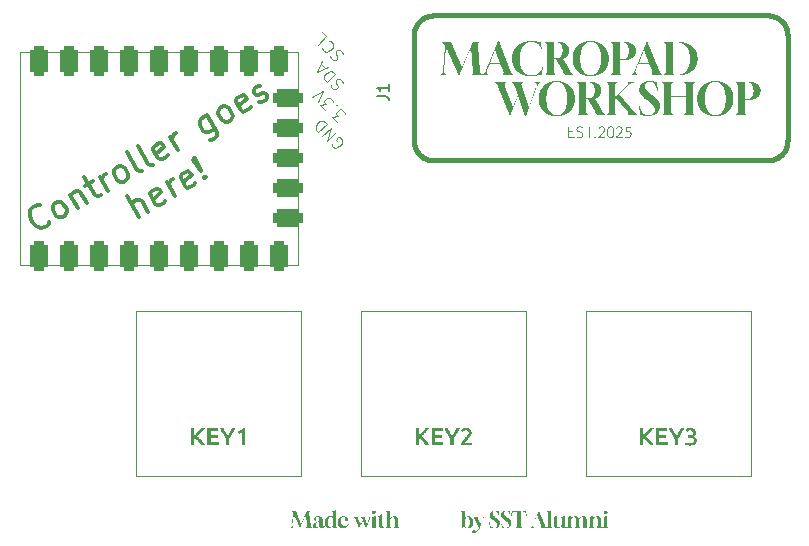
<source format=gto>
G04 #@! TF.GenerationSoftware,KiCad,Pcbnew,8.0.8-8.0.8-0~ubuntu22.04.1*
G04 #@! TF.CreationDate,2025-02-27T16:32:05+08:00*
G04 #@! TF.ProjectId,macropad,6d616372-6f70-4616-942e-6b696361645f,rev?*
G04 #@! TF.SameCoordinates,Original*
G04 #@! TF.FileFunction,Legend,Top*
G04 #@! TF.FilePolarity,Positive*
%FSLAX46Y46*%
G04 Gerber Fmt 4.6, Leading zero omitted, Abs format (unit mm)*
G04 Created by KiCad (PCBNEW 8.0.8-8.0.8-0~ubuntu22.04.1) date 2025-02-27 16:32:05*
%MOMM*%
%LPD*%
G01*
G04 APERTURE LIST*
G04 Aperture macros list*
%AMRoundRect*
0 Rectangle with rounded corners*
0 $1 Rounding radius*
0 $2 $3 $4 $5 $6 $7 $8 $9 X,Y pos of 4 corners*
0 Add a 4 corners polygon primitive as box body*
4,1,4,$2,$3,$4,$5,$6,$7,$8,$9,$2,$3,0*
0 Add four circle primitives for the rounded corners*
1,1,$1+$1,$2,$3*
1,1,$1+$1,$4,$5*
1,1,$1+$1,$6,$7*
1,1,$1+$1,$8,$9*
0 Add four rect primitives between the rounded corners*
20,1,$1+$1,$2,$3,$4,$5,0*
20,1,$1+$1,$4,$5,$6,$7,0*
20,1,$1+$1,$6,$7,$8,$9,0*
20,1,$1+$1,$8,$9,$2,$3,0*%
G04 Aperture macros list end*
%ADD10C,0.000000*%
%ADD11C,0.423333*%
%ADD12C,0.300000*%
%ADD13C,0.150000*%
%ADD14C,0.100000*%
%ADD15C,0.120000*%
%ADD16RoundRect,0.400000X0.400000X-0.900000X0.400000X0.900000X-0.400000X0.900000X-0.400000X-0.900000X0*%
%ADD17RoundRect,0.400050X0.400050X-0.899950X0.400050X0.899950X-0.400050X0.899950X-0.400050X-0.899950X0*%
%ADD18RoundRect,0.400000X0.900000X-0.400000X0.900000X0.400000X-0.900000X0.400000X-0.900000X-0.400000X0*%
%ADD19RoundRect,0.393700X0.906300X-0.393700X0.906300X0.393700X-0.906300X0.393700X-0.906300X-0.393700X0*%
%ADD20C,5.300000*%
%ADD21R,2.030000X1.730000*%
%ADD22O,2.030000X1.730000*%
%ADD23C,1.700000*%
%ADD24C,4.000000*%
%ADD25C,2.200000*%
G04 APERTURE END LIST*
D10*
G36*
X219551651Y-70522622D02*
G01*
X219607462Y-70524810D01*
X219662379Y-70528456D01*
X219716404Y-70533561D01*
X219769536Y-70540124D01*
X219821774Y-70548146D01*
X219873120Y-70557627D01*
X219923573Y-70568565D01*
X219973133Y-70580963D01*
X220021800Y-70594819D01*
X220069573Y-70610133D01*
X220116454Y-70626906D01*
X220162442Y-70645137D01*
X220207537Y-70664827D01*
X220251739Y-70685976D01*
X220295048Y-70708583D01*
X220337777Y-70732038D01*
X220379285Y-70756684D01*
X220419572Y-70782521D01*
X220458640Y-70809548D01*
X220496487Y-70837766D01*
X220533113Y-70867174D01*
X220568520Y-70897773D01*
X220602705Y-70929563D01*
X220635671Y-70962543D01*
X220667416Y-70996714D01*
X220697941Y-71032076D01*
X220727245Y-71068628D01*
X220755329Y-71106371D01*
X220782192Y-71145304D01*
X220807835Y-71185428D01*
X220832258Y-71226743D01*
X220855788Y-71268623D01*
X220877799Y-71311396D01*
X220898293Y-71355062D01*
X220917268Y-71399622D01*
X220934726Y-71445074D01*
X220950666Y-71491419D01*
X220965087Y-71538657D01*
X220977990Y-71586788D01*
X220989376Y-71635812D01*
X220999243Y-71685729D01*
X221007592Y-71736539D01*
X221014424Y-71788242D01*
X221019737Y-71840838D01*
X221023532Y-71894326D01*
X221025809Y-71948708D01*
X221026568Y-72003983D01*
X221025809Y-72059273D01*
X221023532Y-72113699D01*
X221019737Y-72167262D01*
X221014424Y-72219962D01*
X221007592Y-72271799D01*
X220999243Y-72322773D01*
X220989376Y-72372883D01*
X220977990Y-72422130D01*
X220965087Y-72470514D01*
X220950666Y-72518035D01*
X220934726Y-72564693D01*
X220917268Y-72610487D01*
X220898293Y-72655419D01*
X220877799Y-72699487D01*
X220855788Y-72742691D01*
X220832258Y-72785033D01*
X220807835Y-72825901D01*
X220782192Y-72865638D01*
X220755329Y-72904244D01*
X220727245Y-72941719D01*
X220697941Y-72978063D01*
X220667416Y-73013276D01*
X220635671Y-73047357D01*
X220602705Y-73080308D01*
X220568520Y-73112127D01*
X220533113Y-73142816D01*
X220496487Y-73172373D01*
X220458640Y-73200799D01*
X220419572Y-73228094D01*
X220379285Y-73254258D01*
X220337777Y-73279291D01*
X220295048Y-73303193D01*
X220251739Y-73325339D01*
X220207537Y-73346055D01*
X220162442Y-73365344D01*
X220116454Y-73383203D01*
X220069573Y-73399634D01*
X220021800Y-73414635D01*
X219973133Y-73428209D01*
X219923573Y-73440353D01*
X219873120Y-73451069D01*
X219821774Y-73460355D01*
X219769536Y-73468214D01*
X219716404Y-73474643D01*
X219662379Y-73479644D01*
X219607462Y-73483215D01*
X219551651Y-73485359D01*
X219494947Y-73486073D01*
X219438229Y-73485359D01*
X219382374Y-73483215D01*
X219327382Y-73479644D01*
X219273253Y-73474643D01*
X219219988Y-73468214D01*
X219167586Y-73460355D01*
X219116047Y-73451069D01*
X219065371Y-73440353D01*
X219015558Y-73428209D01*
X218966608Y-73414635D01*
X218918522Y-73399634D01*
X218871299Y-73383203D01*
X218824939Y-73365344D01*
X218779442Y-73346055D01*
X218734808Y-73325339D01*
X218691038Y-73303193D01*
X218648756Y-73279291D01*
X218607635Y-73254258D01*
X218567674Y-73228094D01*
X218528875Y-73200799D01*
X218491236Y-73172373D01*
X218454758Y-73142816D01*
X218419442Y-73112127D01*
X218385285Y-73080308D01*
X218352290Y-73047357D01*
X218320456Y-73013276D01*
X218289782Y-72978063D01*
X218260270Y-72941719D01*
X218231918Y-72904244D01*
X218204727Y-72865638D01*
X218178697Y-72825901D01*
X218153828Y-72785033D01*
X218130760Y-72742691D01*
X218109180Y-72699487D01*
X218089088Y-72655419D01*
X218070485Y-72610487D01*
X218053369Y-72564693D01*
X218037742Y-72518035D01*
X218023604Y-72470514D01*
X218010953Y-72422130D01*
X217999791Y-72372883D01*
X217990117Y-72322773D01*
X217981932Y-72271799D01*
X217975234Y-72219962D01*
X217970025Y-72167262D01*
X217966305Y-72113699D01*
X217964072Y-72059273D01*
X217963328Y-72003983D01*
X217963379Y-72000173D01*
X218611029Y-72000173D01*
X218611981Y-72079290D01*
X218614838Y-72156621D01*
X218619601Y-72232166D01*
X218626268Y-72305925D01*
X218634840Y-72377899D01*
X218645317Y-72448086D01*
X218657700Y-72516487D01*
X218671987Y-72583103D01*
X218689014Y-72647635D01*
X218707707Y-72709785D01*
X218728066Y-72769554D01*
X218750093Y-72826943D01*
X218773786Y-72881949D01*
X218799147Y-72934575D01*
X218826173Y-72984820D01*
X218840312Y-73009049D01*
X218854867Y-73032683D01*
X218869348Y-73055692D01*
X218884216Y-73078046D01*
X218899471Y-73099745D01*
X218915113Y-73120789D01*
X218931142Y-73141178D01*
X218947558Y-73160913D01*
X218964361Y-73179993D01*
X218981551Y-73198418D01*
X218999127Y-73216188D01*
X219017091Y-73233303D01*
X219035441Y-73249763D01*
X219054179Y-73265569D01*
X219073303Y-73280720D01*
X219092815Y-73295215D01*
X219112713Y-73309056D01*
X219132998Y-73322243D01*
X219153611Y-73334700D01*
X219174491Y-73346353D01*
X219195640Y-73357202D01*
X219217056Y-73367248D01*
X219238740Y-73376491D01*
X219260692Y-73384929D01*
X219282912Y-73392564D01*
X219305400Y-73399395D01*
X219328156Y-73405423D01*
X219351179Y-73410647D01*
X219374471Y-73415067D01*
X219398030Y-73418683D01*
X219421858Y-73421496D01*
X219445953Y-73423506D01*
X219470316Y-73424711D01*
X219494947Y-73425113D01*
X219519578Y-73424711D01*
X219543942Y-73423506D01*
X219568037Y-73421496D01*
X219591864Y-73418683D01*
X219615424Y-73415067D01*
X219638716Y-73410647D01*
X219661739Y-73405423D01*
X219684495Y-73399395D01*
X219706983Y-73392564D01*
X219729204Y-73384929D01*
X219751156Y-73376491D01*
X219772840Y-73367248D01*
X219794256Y-73357202D01*
X219815405Y-73346353D01*
X219836285Y-73334700D01*
X219856898Y-73322243D01*
X219877198Y-73309056D01*
X219897141Y-73295215D01*
X219916727Y-73280720D01*
X219935955Y-73265569D01*
X219954827Y-73249763D01*
X219973341Y-73233303D01*
X219991498Y-73216188D01*
X220009298Y-73198418D01*
X220026740Y-73179993D01*
X220043826Y-73160913D01*
X220060554Y-73141178D01*
X220076925Y-73120789D01*
X220092939Y-73099745D01*
X220108596Y-73078046D01*
X220123895Y-73055692D01*
X220138838Y-73032683D01*
X220152917Y-73009049D01*
X220166580Y-72984820D01*
X220179825Y-72959995D01*
X220192654Y-72934575D01*
X220205067Y-72908560D01*
X220217062Y-72881949D01*
X220228641Y-72854744D01*
X220239803Y-72826943D01*
X220250549Y-72798546D01*
X220260877Y-72769554D01*
X220270789Y-72739967D01*
X220280285Y-72709785D01*
X220289363Y-72679008D01*
X220298025Y-72647635D01*
X220314099Y-72583103D01*
X220329279Y-72516487D01*
X220342436Y-72448086D01*
X220353568Y-72377899D01*
X220362677Y-72305925D01*
X220369761Y-72232166D01*
X220374821Y-72156621D01*
X220377857Y-72079290D01*
X220378869Y-72000173D01*
X220377857Y-71921056D01*
X220374821Y-71843725D01*
X220369761Y-71768180D01*
X220362677Y-71694420D01*
X220353568Y-71622447D01*
X220342436Y-71552260D01*
X220329279Y-71483858D01*
X220314099Y-71417243D01*
X220298025Y-71351818D01*
X220280285Y-71288893D01*
X220260877Y-71228469D01*
X220239803Y-71170545D01*
X220217062Y-71115122D01*
X220192654Y-71062199D01*
X220166580Y-71011776D01*
X220152917Y-70987502D01*
X220138838Y-70963853D01*
X220123895Y-70940844D01*
X220108596Y-70918490D01*
X220092939Y-70896791D01*
X220076925Y-70875747D01*
X220060554Y-70855357D01*
X220043826Y-70835623D01*
X220026740Y-70816543D01*
X220009298Y-70798118D01*
X219991498Y-70780348D01*
X219973341Y-70763233D01*
X219954827Y-70746772D01*
X219935955Y-70730967D01*
X219916727Y-70715816D01*
X219897141Y-70701320D01*
X219877198Y-70687479D01*
X219856898Y-70674293D01*
X219836285Y-70661836D01*
X219815405Y-70650183D01*
X219794256Y-70639333D01*
X219772840Y-70629287D01*
X219751156Y-70620045D01*
X219729204Y-70611606D01*
X219706983Y-70603972D01*
X219684495Y-70597140D01*
X219661739Y-70591113D01*
X219638716Y-70585889D01*
X219615424Y-70581469D01*
X219591864Y-70577852D01*
X219568037Y-70575039D01*
X219543942Y-70573030D01*
X219519578Y-70571825D01*
X219494947Y-70571423D01*
X219470316Y-70571825D01*
X219445953Y-70573030D01*
X219421858Y-70575039D01*
X219398030Y-70577852D01*
X219374471Y-70581469D01*
X219351179Y-70585889D01*
X219328156Y-70591113D01*
X219305400Y-70597140D01*
X219282912Y-70603972D01*
X219260692Y-70611606D01*
X219238740Y-70620045D01*
X219217056Y-70629287D01*
X219195640Y-70639333D01*
X219174491Y-70650183D01*
X219153611Y-70661836D01*
X219132998Y-70674293D01*
X219112713Y-70687479D01*
X219092815Y-70701320D01*
X219073303Y-70715816D01*
X219054179Y-70730967D01*
X219035441Y-70746772D01*
X219017091Y-70763233D01*
X218999127Y-70780348D01*
X218981551Y-70798118D01*
X218964361Y-70816543D01*
X218947558Y-70835623D01*
X218931142Y-70855357D01*
X218915113Y-70875747D01*
X218899471Y-70896791D01*
X218884216Y-70918490D01*
X218869348Y-70940844D01*
X218854867Y-70963853D01*
X218840312Y-70987502D01*
X218826173Y-71011776D01*
X218812452Y-71036674D01*
X218799147Y-71062199D01*
X218786258Y-71088348D01*
X218773786Y-71115122D01*
X218761731Y-71142521D01*
X218750093Y-71170545D01*
X218738871Y-71199195D01*
X218728066Y-71228469D01*
X218717678Y-71258369D01*
X218707707Y-71288893D01*
X218698152Y-71320043D01*
X218689014Y-71351818D01*
X218680292Y-71384218D01*
X218671987Y-71417243D01*
X218657700Y-71483858D01*
X218645317Y-71552260D01*
X218634840Y-71622447D01*
X218626268Y-71694420D01*
X218619601Y-71768180D01*
X218614838Y-71843725D01*
X218611981Y-71921056D01*
X218611029Y-72000173D01*
X217963379Y-72000173D01*
X217964072Y-71948708D01*
X217966305Y-71894326D01*
X217970025Y-71840838D01*
X217975234Y-71788242D01*
X217981932Y-71736539D01*
X217990117Y-71685729D01*
X217999791Y-71635812D01*
X218010953Y-71586788D01*
X218023604Y-71538657D01*
X218037742Y-71491419D01*
X218053369Y-71445074D01*
X218070485Y-71399622D01*
X218089088Y-71355062D01*
X218109180Y-71311396D01*
X218130760Y-71268623D01*
X218153828Y-71226743D01*
X218178697Y-71185428D01*
X218204727Y-71145304D01*
X218231918Y-71106371D01*
X218260270Y-71068628D01*
X218289782Y-71032076D01*
X218320456Y-70996714D01*
X218352290Y-70962543D01*
X218385285Y-70929563D01*
X218419442Y-70897773D01*
X218454758Y-70867174D01*
X218491236Y-70837766D01*
X218528875Y-70809548D01*
X218567674Y-70782521D01*
X218607635Y-70756684D01*
X218648756Y-70732038D01*
X218691038Y-70708583D01*
X218734808Y-70685976D01*
X218779442Y-70664827D01*
X218824939Y-70645137D01*
X218871299Y-70626906D01*
X218918522Y-70610133D01*
X218966608Y-70594819D01*
X219015558Y-70580963D01*
X219065371Y-70568565D01*
X219116047Y-70557627D01*
X219167586Y-70548146D01*
X219219988Y-70540124D01*
X219273253Y-70533561D01*
X219327382Y-70528456D01*
X219382374Y-70524810D01*
X219438229Y-70522622D01*
X219494947Y-70521893D01*
X219551651Y-70522622D01*
G37*
G36*
X216681346Y-73909288D02*
G01*
X216737156Y-73911476D01*
X216792074Y-73915122D01*
X216846099Y-73920227D01*
X216899230Y-73926791D01*
X216951469Y-73934812D01*
X217002815Y-73944293D01*
X217053268Y-73955232D01*
X217102828Y-73967629D01*
X217151495Y-73981485D01*
X217199268Y-73996799D01*
X217246149Y-74013572D01*
X217292137Y-74031804D01*
X217337232Y-74051494D01*
X217381434Y-74072642D01*
X217424743Y-74095249D01*
X217467471Y-74118704D01*
X217508979Y-74143350D01*
X217549267Y-74169187D01*
X217588334Y-74196214D01*
X217626181Y-74224432D01*
X217662808Y-74253840D01*
X217698214Y-74284439D01*
X217732400Y-74316229D01*
X217765365Y-74349209D01*
X217797110Y-74383380D01*
X217827635Y-74418742D01*
X217856939Y-74455294D01*
X217885023Y-74493037D01*
X217911886Y-74531970D01*
X217937529Y-74572094D01*
X217961952Y-74613409D01*
X217985482Y-74655289D01*
X218007493Y-74698063D01*
X218027987Y-74741729D01*
X218046963Y-74786288D01*
X218064420Y-74831740D01*
X218080360Y-74878085D01*
X218094781Y-74925323D01*
X218107685Y-74973454D01*
X218119070Y-75022478D01*
X218128937Y-75072395D01*
X218137286Y-75123205D01*
X218144117Y-75174908D01*
X218149431Y-75227504D01*
X218153226Y-75280993D01*
X218155503Y-75335374D01*
X218156262Y-75390649D01*
X218155503Y-75445939D01*
X218153226Y-75500365D01*
X218149431Y-75553928D01*
X218144117Y-75606628D01*
X218137286Y-75658465D01*
X218128937Y-75709439D01*
X218119070Y-75759549D01*
X218107685Y-75808797D01*
X218094781Y-75857181D01*
X218080360Y-75904702D01*
X218064420Y-75951359D01*
X218046963Y-75997154D01*
X218027987Y-76042085D01*
X218007493Y-76086153D01*
X217985482Y-76129358D01*
X217961952Y-76171699D01*
X217937529Y-76212567D01*
X217911886Y-76252304D01*
X217885023Y-76290910D01*
X217856939Y-76328385D01*
X217827635Y-76364729D01*
X217797110Y-76399942D01*
X217765365Y-76434024D01*
X217732400Y-76466974D01*
X217698214Y-76498794D01*
X217662808Y-76529482D01*
X217626181Y-76559039D01*
X217588334Y-76587465D01*
X217549267Y-76614760D01*
X217508979Y-76640925D01*
X217467471Y-76665957D01*
X217424743Y-76689859D01*
X217381434Y-76712005D01*
X217337232Y-76732722D01*
X217292137Y-76752010D01*
X217246149Y-76769869D01*
X217199268Y-76786300D01*
X217151495Y-76801302D01*
X217102828Y-76814875D01*
X217053268Y-76827019D01*
X217002815Y-76837735D01*
X216951469Y-76847022D01*
X216899230Y-76854880D01*
X216846099Y-76861309D01*
X216792074Y-76866310D01*
X216737156Y-76869882D01*
X216681346Y-76872025D01*
X216624642Y-76872739D01*
X216567924Y-76872025D01*
X216512069Y-76869882D01*
X216457077Y-76866310D01*
X216402948Y-76861309D01*
X216349682Y-76854880D01*
X216297280Y-76847022D01*
X216245741Y-76837735D01*
X216195065Y-76827019D01*
X216145252Y-76814875D01*
X216096302Y-76801302D01*
X216048216Y-76786300D01*
X216000993Y-76769869D01*
X215954633Y-76752010D01*
X215909136Y-76732722D01*
X215864503Y-76712005D01*
X215820732Y-76689859D01*
X215778450Y-76665957D01*
X215737329Y-76640925D01*
X215697369Y-76614760D01*
X215658569Y-76587465D01*
X215620930Y-76559039D01*
X215584453Y-76529482D01*
X215549136Y-76498794D01*
X215514980Y-76466974D01*
X215481985Y-76434024D01*
X215450150Y-76399942D01*
X215419477Y-76364729D01*
X215389964Y-76328385D01*
X215361612Y-76290910D01*
X215334422Y-76252304D01*
X215308391Y-76212567D01*
X215283522Y-76171699D01*
X215260454Y-76129358D01*
X215238874Y-76086153D01*
X215218782Y-76042085D01*
X215200179Y-75997154D01*
X215183064Y-75951359D01*
X215167437Y-75904702D01*
X215153298Y-75857181D01*
X215140648Y-75808797D01*
X215129486Y-75759549D01*
X215119812Y-75709439D01*
X215111627Y-75658465D01*
X215104929Y-75606628D01*
X215099720Y-75553928D01*
X215096000Y-75500365D01*
X215093767Y-75445939D01*
X215093023Y-75390649D01*
X215093074Y-75386839D01*
X215740722Y-75386839D01*
X215741675Y-75465956D01*
X215744532Y-75543287D01*
X215749295Y-75618833D01*
X215755962Y-75692592D01*
X215764535Y-75764565D01*
X215775012Y-75834753D01*
X215787395Y-75903154D01*
X215801682Y-75969770D01*
X215818708Y-76034301D01*
X215837401Y-76096452D01*
X215857761Y-76156221D01*
X215879788Y-76213609D01*
X215903481Y-76268616D01*
X215928841Y-76321242D01*
X215955868Y-76371486D01*
X215970007Y-76395715D01*
X215984562Y-76419349D01*
X215999043Y-76442358D01*
X216013911Y-76464712D01*
X216029166Y-76486411D01*
X216044808Y-76507456D01*
X216060837Y-76527845D01*
X216077252Y-76547580D01*
X216094055Y-76566660D01*
X216111245Y-76585085D01*
X216128821Y-76602855D01*
X216146785Y-76619970D01*
X216165136Y-76636430D01*
X216183873Y-76652236D01*
X216202997Y-76667386D01*
X216222509Y-76681882D01*
X216242407Y-76695723D01*
X216262692Y-76708909D01*
X216283305Y-76721366D01*
X216304186Y-76733019D01*
X216325334Y-76743869D01*
X216346751Y-76753915D01*
X216368435Y-76763157D01*
X216390387Y-76771596D01*
X216412607Y-76779231D01*
X216435095Y-76786062D01*
X216457851Y-76792089D01*
X216480874Y-76797313D01*
X216504166Y-76801733D01*
X216527726Y-76805350D01*
X216551553Y-76808163D01*
X216575648Y-76810172D01*
X216600011Y-76811378D01*
X216624642Y-76811779D01*
X216649273Y-76811378D01*
X216673637Y-76810172D01*
X216697732Y-76808163D01*
X216721559Y-76805350D01*
X216745119Y-76801733D01*
X216768411Y-76797313D01*
X216791434Y-76792089D01*
X216814190Y-76786062D01*
X216836678Y-76779231D01*
X216858898Y-76771596D01*
X216880850Y-76763157D01*
X216902535Y-76753915D01*
X216923951Y-76743869D01*
X216945099Y-76733019D01*
X216965980Y-76721366D01*
X216986592Y-76708909D01*
X217006893Y-76695723D01*
X217026836Y-76681882D01*
X217046421Y-76667386D01*
X217065650Y-76652236D01*
X217084521Y-76636430D01*
X217103036Y-76619970D01*
X217121193Y-76602855D01*
X217138993Y-76585085D01*
X217156435Y-76566660D01*
X217173521Y-76547580D01*
X217190249Y-76527845D01*
X217206620Y-76507456D01*
X217222634Y-76486411D01*
X217238291Y-76464712D01*
X217253590Y-76442358D01*
X217268533Y-76419349D01*
X217282612Y-76395715D01*
X217296274Y-76371486D01*
X217309520Y-76346662D01*
X217322349Y-76321242D01*
X217334761Y-76295227D01*
X217346756Y-76268616D01*
X217358335Y-76241410D01*
X217369497Y-76213609D01*
X217380242Y-76185213D01*
X217390571Y-76156221D01*
X217400483Y-76126634D01*
X217409978Y-76096452D01*
X217419057Y-76065674D01*
X217427719Y-76034301D01*
X217443792Y-75969770D01*
X217458972Y-75903154D01*
X217472129Y-75834753D01*
X217483261Y-75764565D01*
X217492370Y-75692592D01*
X217499454Y-75618833D01*
X217504514Y-75543287D01*
X217507551Y-75465956D01*
X217508563Y-75386839D01*
X217507551Y-75307722D01*
X217504514Y-75230391D01*
X217499454Y-75154846D01*
X217492370Y-75081087D01*
X217483261Y-75009113D01*
X217472129Y-74938926D01*
X217458972Y-74870525D01*
X217443792Y-74803910D01*
X217427719Y-74738485D01*
X217409978Y-74675560D01*
X217390571Y-74615136D01*
X217369497Y-74557212D01*
X217346756Y-74501788D01*
X217322349Y-74448865D01*
X217296274Y-74398442D01*
X217282612Y-74374168D01*
X217268533Y-74350520D01*
X217253590Y-74327511D01*
X217238291Y-74305157D01*
X217222634Y-74283458D01*
X217206620Y-74262413D01*
X217190249Y-74242024D01*
X217173521Y-74222289D01*
X217156435Y-74203209D01*
X217138993Y-74184784D01*
X217121193Y-74167014D01*
X217103036Y-74149899D01*
X217084521Y-74133439D01*
X217065650Y-74117633D01*
X217046421Y-74102483D01*
X217026836Y-74087987D01*
X217006893Y-74074146D01*
X216986592Y-74060960D01*
X216965980Y-74048503D01*
X216945099Y-74036849D01*
X216923951Y-74026000D01*
X216902535Y-74015954D01*
X216880850Y-74006712D01*
X216858898Y-73998273D01*
X216836678Y-73990638D01*
X216814190Y-73983807D01*
X216791434Y-73977779D01*
X216768411Y-73972556D01*
X216745119Y-73968135D01*
X216721559Y-73964519D01*
X216697732Y-73961706D01*
X216673637Y-73959697D01*
X216649273Y-73958491D01*
X216624642Y-73958089D01*
X216600011Y-73958491D01*
X216575648Y-73959697D01*
X216551553Y-73961706D01*
X216527726Y-73964519D01*
X216504166Y-73968135D01*
X216480874Y-73972556D01*
X216457851Y-73977779D01*
X216435095Y-73983807D01*
X216412607Y-73990638D01*
X216390387Y-73998273D01*
X216368435Y-74006712D01*
X216346751Y-74015954D01*
X216325334Y-74026000D01*
X216304186Y-74036849D01*
X216283305Y-74048503D01*
X216262692Y-74060960D01*
X216242407Y-74074146D01*
X216222509Y-74087987D01*
X216202997Y-74102483D01*
X216183873Y-74117633D01*
X216165136Y-74133439D01*
X216146785Y-74149899D01*
X216128821Y-74167014D01*
X216111245Y-74184784D01*
X216094055Y-74203209D01*
X216077252Y-74222289D01*
X216060837Y-74242024D01*
X216044808Y-74262413D01*
X216029166Y-74283458D01*
X216013911Y-74305157D01*
X215999043Y-74327511D01*
X215984562Y-74350520D01*
X215970007Y-74374168D01*
X215955868Y-74398442D01*
X215942146Y-74423341D01*
X215928841Y-74448865D01*
X215915953Y-74475014D01*
X215903481Y-74501788D01*
X215891426Y-74529188D01*
X215879788Y-74557212D01*
X215868566Y-74585861D01*
X215857761Y-74615136D01*
X215847373Y-74645036D01*
X215837401Y-74675560D01*
X215827847Y-74706710D01*
X215818708Y-74738485D01*
X215809987Y-74770885D01*
X215801682Y-74803910D01*
X215787395Y-74870525D01*
X215775012Y-74938926D01*
X215764535Y-75009113D01*
X215755962Y-75081087D01*
X215749295Y-75154846D01*
X215744532Y-75230391D01*
X215741675Y-75307722D01*
X215740722Y-75386839D01*
X215093074Y-75386839D01*
X215093767Y-75335374D01*
X215096000Y-75280993D01*
X215099720Y-75227504D01*
X215104929Y-75174908D01*
X215111627Y-75123205D01*
X215119812Y-75072395D01*
X215129486Y-75022478D01*
X215140648Y-74973454D01*
X215153298Y-74925323D01*
X215167437Y-74878085D01*
X215183064Y-74831740D01*
X215200179Y-74786288D01*
X215218782Y-74741729D01*
X215238874Y-74698063D01*
X215260454Y-74655289D01*
X215283522Y-74613409D01*
X215308391Y-74572094D01*
X215334422Y-74531970D01*
X215361612Y-74493037D01*
X215389964Y-74455294D01*
X215419477Y-74418742D01*
X215450150Y-74383380D01*
X215481985Y-74349209D01*
X215514980Y-74316229D01*
X215549136Y-74284439D01*
X215584453Y-74253840D01*
X215620930Y-74224432D01*
X215658569Y-74196214D01*
X215697369Y-74169187D01*
X215737329Y-74143350D01*
X215778450Y-74118704D01*
X215820732Y-74095249D01*
X215864503Y-74072642D01*
X215909136Y-74051494D01*
X215954633Y-74031804D01*
X216000993Y-74013572D01*
X216048216Y-73996799D01*
X216096302Y-73981485D01*
X216145252Y-73967629D01*
X216195065Y-73955232D01*
X216245741Y-73944293D01*
X216297280Y-73934812D01*
X216349682Y-73926791D01*
X216402948Y-73920227D01*
X216457077Y-73915122D01*
X216512069Y-73911476D01*
X216567924Y-73909288D01*
X216624642Y-73908559D01*
X216681346Y-73909288D01*
G37*
G36*
X216137129Y-111575015D02*
G01*
X216137292Y-111583714D01*
X216137783Y-111592190D01*
X216138602Y-111600442D01*
X216139748Y-111608472D01*
X216141221Y-111616278D01*
X216143022Y-111623860D01*
X216145150Y-111631220D01*
X216147606Y-111638356D01*
X216150389Y-111645269D01*
X216153499Y-111651959D01*
X216156937Y-111658426D01*
X216160703Y-111664669D01*
X216164795Y-111670689D01*
X216169216Y-111676486D01*
X216173963Y-111682060D01*
X216179038Y-111687410D01*
X216184612Y-111692254D01*
X216190379Y-111696786D01*
X216196339Y-111701006D01*
X216202494Y-111704912D01*
X216208841Y-111708506D01*
X216215382Y-111711788D01*
X216222116Y-111714757D01*
X216229044Y-111717414D01*
X216236166Y-111719758D01*
X216243481Y-111721789D01*
X216250989Y-111723508D01*
X216258691Y-111724915D01*
X216266586Y-111726009D01*
X216274675Y-111726790D01*
X216282957Y-111727259D01*
X216291433Y-111727415D01*
X216291433Y-111746465D01*
X215784914Y-111746465D01*
X215708503Y-111746465D01*
X215175315Y-111746465D01*
X215175315Y-111727415D01*
X215182934Y-111727415D01*
X215193427Y-111727214D01*
X215203473Y-111726611D01*
X215213072Y-111725607D01*
X215222225Y-111724200D01*
X215230932Y-111722392D01*
X215239192Y-111720182D01*
X215247006Y-111717570D01*
X215254373Y-111714556D01*
X215261293Y-111711141D01*
X215267767Y-111707323D01*
X215273795Y-111703104D01*
X215279376Y-111698483D01*
X215284510Y-111693460D01*
X215289198Y-111688035D01*
X215293439Y-111682209D01*
X215297234Y-111675980D01*
X215300777Y-111669156D01*
X215303783Y-111662020D01*
X215306253Y-111654571D01*
X215308188Y-111646810D01*
X215309587Y-111638736D01*
X215310450Y-111630349D01*
X215310778Y-111621650D01*
X215310569Y-111612639D01*
X215309825Y-111603315D01*
X215308545Y-111593678D01*
X215306729Y-111583729D01*
X215304378Y-111573467D01*
X215301491Y-111562893D01*
X215298068Y-111552006D01*
X215294109Y-111540807D01*
X215289614Y-111529295D01*
X215175315Y-111245450D01*
X214716209Y-111245450D01*
X214609530Y-111510245D01*
X214605541Y-111520425D01*
X214602148Y-111530486D01*
X214599350Y-111540427D01*
X214597147Y-111550250D01*
X214595540Y-111559954D01*
X214594528Y-111569538D01*
X214594111Y-111579004D01*
X214594290Y-111588350D01*
X214595064Y-111597577D01*
X214596433Y-111606686D01*
X214598397Y-111615675D01*
X214600957Y-111624545D01*
X214604113Y-111633296D01*
X214607863Y-111641928D01*
X214612209Y-111650441D01*
X214617150Y-111658835D01*
X214619939Y-111662824D01*
X214622828Y-111666693D01*
X214625818Y-111670444D01*
X214628908Y-111674075D01*
X214632098Y-111677587D01*
X214635389Y-111680981D01*
X214638780Y-111684255D01*
X214642272Y-111687410D01*
X214645865Y-111690446D01*
X214649557Y-111693363D01*
X214653351Y-111696161D01*
X214657244Y-111698840D01*
X214661238Y-111701400D01*
X214665333Y-111703841D01*
X214669528Y-111706162D01*
X214673824Y-111708365D01*
X214682716Y-111712413D01*
X214692010Y-111715985D01*
X214701706Y-111719081D01*
X214711804Y-111721700D01*
X214722304Y-111723843D01*
X214733206Y-111725510D01*
X214744509Y-111726701D01*
X214756214Y-111727415D01*
X214756214Y-111746465D01*
X214384740Y-111746465D01*
X214384740Y-111727415D01*
X214389265Y-111726835D01*
X214393789Y-111726046D01*
X214398314Y-111725049D01*
X214402838Y-111723843D01*
X214407362Y-111722429D01*
X214411887Y-111720807D01*
X214416411Y-111718976D01*
X214420935Y-111716938D01*
X214425459Y-111714690D01*
X214429984Y-111712235D01*
X214434508Y-111709571D01*
X214439032Y-111706698D01*
X214443557Y-111703617D01*
X214448081Y-111700328D01*
X214452605Y-111696831D01*
X214457130Y-111693125D01*
X214461870Y-111689017D01*
X214466565Y-111684791D01*
X214471216Y-111680445D01*
X214475822Y-111675980D01*
X214480384Y-111671396D01*
X214484901Y-111666693D01*
X214489373Y-111661871D01*
X214493801Y-111656930D01*
X214498184Y-111651870D01*
X214502522Y-111646691D01*
X214506816Y-111641392D01*
X214511065Y-111635975D01*
X214515269Y-111630439D01*
X214519429Y-111624783D01*
X214523544Y-111619009D01*
X214527615Y-111613115D01*
X214535473Y-111601238D01*
X214542855Y-111589422D01*
X214549761Y-111577664D01*
X214556190Y-111565966D01*
X214562143Y-111554328D01*
X214567620Y-111542749D01*
X214572620Y-111531230D01*
X214577145Y-111519770D01*
X214699371Y-111220685D01*
X214725735Y-111220685D01*
X215165789Y-111220685D01*
X214948618Y-110672045D01*
X214725735Y-111220685D01*
X214699371Y-111220685D01*
X215080065Y-110289140D01*
X215097210Y-110289140D01*
X215592509Y-111519770D01*
X215603061Y-111544915D01*
X215613762Y-111568437D01*
X215624611Y-111590337D01*
X215635610Y-111610615D01*
X215646757Y-111629270D01*
X215658054Y-111646304D01*
X215669499Y-111661715D01*
X215681092Y-111675504D01*
X215692835Y-111687671D01*
X215704727Y-111698215D01*
X215716767Y-111707137D01*
X215728956Y-111714437D01*
X215741294Y-111720115D01*
X215750501Y-111723106D01*
X215756188Y-111721789D01*
X215763406Y-111719758D01*
X215770416Y-111717414D01*
X215777217Y-111714757D01*
X215783810Y-111711788D01*
X215790195Y-111708506D01*
X215796371Y-111704912D01*
X215802339Y-111701006D01*
X215808099Y-111696786D01*
X215813650Y-111692254D01*
X215818993Y-111687410D01*
X215824299Y-111682060D01*
X215829262Y-111676486D01*
X215833883Y-111670689D01*
X215838162Y-111664669D01*
X215842098Y-111658426D01*
X215845692Y-111651959D01*
X215848944Y-111645269D01*
X215851854Y-111638356D01*
X215854421Y-111631220D01*
X215856646Y-111623860D01*
X215858529Y-111616278D01*
X215860069Y-111608472D01*
X215861267Y-111600442D01*
X215862123Y-111592190D01*
X215862636Y-111583714D01*
X215862808Y-111575015D01*
X215862808Y-110489165D01*
X215862636Y-110480697D01*
X215862123Y-110472437D01*
X215861267Y-110464385D01*
X215860069Y-110456542D01*
X215858529Y-110448907D01*
X215856646Y-110441481D01*
X215854421Y-110434262D01*
X215851854Y-110427253D01*
X215848944Y-110420451D01*
X215845692Y-110413858D01*
X215842098Y-110407473D01*
X215838162Y-110401297D01*
X215833883Y-110395329D01*
X215829262Y-110389569D01*
X215824299Y-110384018D01*
X215818993Y-110378675D01*
X215813650Y-110373600D01*
X215808099Y-110368852D01*
X215802339Y-110364432D01*
X215796371Y-110360339D01*
X215790195Y-110356574D01*
X215783810Y-110353136D01*
X215777217Y-110350026D01*
X215770416Y-110347243D01*
X215763406Y-110344787D01*
X215756188Y-110342659D01*
X215748761Y-110340858D01*
X215741126Y-110339384D01*
X215733283Y-110338238D01*
X215725231Y-110337420D01*
X215716971Y-110336929D01*
X215708503Y-110336765D01*
X215708503Y-110317715D01*
X215902813Y-110317715D01*
X215926388Y-110317388D01*
X215948533Y-110316405D01*
X215969250Y-110314768D01*
X215988538Y-110312476D01*
X216006398Y-110309530D01*
X216014792Y-110307811D01*
X216022828Y-110305928D01*
X216030508Y-110303882D01*
X216037830Y-110301671D01*
X216044795Y-110299298D01*
X216051403Y-110296760D01*
X216057244Y-110294104D01*
X216062863Y-110291373D01*
X216068257Y-110288567D01*
X216073429Y-110285687D01*
X216078378Y-110282733D01*
X216083103Y-110279704D01*
X216087605Y-110276601D01*
X216091884Y-110273424D01*
X216095939Y-110270172D01*
X216099772Y-110266846D01*
X216103381Y-110263445D01*
X216106767Y-110259970D01*
X216109930Y-110256420D01*
X216112869Y-110252796D01*
X216115585Y-110249098D01*
X216118078Y-110245325D01*
X216137129Y-110245325D01*
X216137129Y-111575015D01*
G37*
G36*
X221202302Y-77743787D02*
G01*
X221220473Y-77745174D01*
X221238031Y-77747485D01*
X221254976Y-77750720D01*
X221271309Y-77754880D01*
X221287029Y-77759964D01*
X221302136Y-77765973D01*
X221316631Y-77772906D01*
X221330513Y-77780763D01*
X221343782Y-77789545D01*
X221356438Y-77799251D01*
X221368482Y-77809882D01*
X221379913Y-77821436D01*
X221390732Y-77833915D01*
X221400938Y-77847318D01*
X221410531Y-77861646D01*
X221419700Y-77876770D01*
X221428276Y-77892904D01*
X221436260Y-77910049D01*
X221443652Y-77928204D01*
X221450451Y-77947369D01*
X221456659Y-77967545D01*
X221462274Y-77988730D01*
X221467298Y-78010926D01*
X221471730Y-78034133D01*
X221475570Y-78058349D01*
X221478820Y-78083576D01*
X221481478Y-78109813D01*
X221483545Y-78137061D01*
X221485022Y-78165319D01*
X221485907Y-78194587D01*
X221486202Y-78224865D01*
X221486202Y-78259262D01*
X221485907Y-78289380D01*
X221485022Y-78318510D01*
X221483545Y-78346650D01*
X221481478Y-78373802D01*
X221478820Y-78399965D01*
X221475570Y-78425138D01*
X221471730Y-78449323D01*
X221467298Y-78472519D01*
X221462274Y-78494726D01*
X221456659Y-78515943D01*
X221450451Y-78536172D01*
X221443652Y-78555412D01*
X221436260Y-78573663D01*
X221428276Y-78590925D01*
X221419700Y-78607198D01*
X221410531Y-78622482D01*
X221405811Y-78629761D01*
X221400938Y-78636809D01*
X221395912Y-78643626D01*
X221390732Y-78650212D01*
X221385399Y-78656567D01*
X221379913Y-78662691D01*
X221374274Y-78668584D01*
X221368482Y-78674246D01*
X221362537Y-78679677D01*
X221356438Y-78684876D01*
X221350187Y-78689845D01*
X221343782Y-78694582D01*
X221337224Y-78699089D01*
X221330513Y-78703364D01*
X221323648Y-78707408D01*
X221316631Y-78711221D01*
X221309460Y-78714804D01*
X221302136Y-78718155D01*
X221294659Y-78721274D01*
X221287029Y-78724163D01*
X221279246Y-78726821D01*
X221271309Y-78729248D01*
X221263219Y-78731443D01*
X221254976Y-78733408D01*
X221246580Y-78735141D01*
X221238031Y-78736643D01*
X221220473Y-78738954D01*
X221202302Y-78740341D01*
X221183518Y-78740803D01*
X221164730Y-78740341D01*
X221146545Y-78738954D01*
X221128961Y-78736643D01*
X221111980Y-78733408D01*
X221095601Y-78729248D01*
X221079825Y-78724163D01*
X221064650Y-78718155D01*
X221050076Y-78711221D01*
X221036104Y-78703364D01*
X221022734Y-78694582D01*
X221009964Y-78684876D01*
X220997796Y-78674246D01*
X220986228Y-78662691D01*
X220975262Y-78650212D01*
X220964895Y-78636809D01*
X220955129Y-78622482D01*
X220946133Y-78607198D01*
X220937717Y-78590925D01*
X220929881Y-78573663D01*
X220922626Y-78555412D01*
X220915951Y-78536172D01*
X220909857Y-78515943D01*
X220904343Y-78494726D01*
X220899410Y-78472519D01*
X220895056Y-78449323D01*
X220891284Y-78425138D01*
X220888091Y-78399965D01*
X220885479Y-78373802D01*
X220883448Y-78346650D01*
X220881997Y-78318510D01*
X220881126Y-78289380D01*
X220880836Y-78259262D01*
X220970265Y-78259262D01*
X220971063Y-78308876D01*
X220973456Y-78355224D01*
X220977442Y-78398304D01*
X220980031Y-78418619D01*
X220983018Y-78438117D01*
X220986401Y-78456798D01*
X220990181Y-78474663D01*
X220994357Y-78491711D01*
X220998929Y-78507941D01*
X221003897Y-78523355D01*
X221009260Y-78537952D01*
X221015018Y-78551733D01*
X221021171Y-78564696D01*
X221027944Y-78576692D01*
X221031499Y-78582399D01*
X221035166Y-78587913D01*
X221038945Y-78593234D01*
X221042837Y-78598361D01*
X221046841Y-78603295D01*
X221050958Y-78608035D01*
X221055187Y-78612582D01*
X221059528Y-78616935D01*
X221063982Y-78621095D01*
X221068548Y-78625061D01*
X221073227Y-78628834D01*
X221078018Y-78632413D01*
X221082922Y-78635799D01*
X221087938Y-78638992D01*
X221093067Y-78641990D01*
X221098309Y-78644796D01*
X221103663Y-78647408D01*
X221109129Y-78649826D01*
X221114708Y-78652051D01*
X221120400Y-78654083D01*
X221126205Y-78655921D01*
X221132122Y-78657566D01*
X221138152Y-78659017D01*
X221144295Y-78660274D01*
X221150550Y-78661338D01*
X221156918Y-78662209D01*
X221163399Y-78662886D01*
X221169993Y-78663370D01*
X221183518Y-78663757D01*
X221197058Y-78663370D01*
X221210134Y-78662209D01*
X221222746Y-78660274D01*
X221234894Y-78657566D01*
X221246578Y-78654083D01*
X221257799Y-78649826D01*
X221268556Y-78644796D01*
X221278848Y-78638992D01*
X221288677Y-78632413D01*
X221298042Y-78625061D01*
X221306943Y-78616935D01*
X221315381Y-78608035D01*
X221323354Y-78598361D01*
X221330864Y-78587913D01*
X221337909Y-78576692D01*
X221344491Y-78564696D01*
X221350834Y-78551733D01*
X221356765Y-78537952D01*
X221362285Y-78523355D01*
X221367394Y-78507941D01*
X221372092Y-78491711D01*
X221376381Y-78474663D01*
X221380259Y-78456798D01*
X221383728Y-78438117D01*
X221386788Y-78418619D01*
X221389439Y-78398304D01*
X221391681Y-78377172D01*
X221393515Y-78355224D01*
X221394940Y-78332459D01*
X221395958Y-78308876D01*
X221396569Y-78284477D01*
X221396772Y-78259262D01*
X221396772Y-78224865D01*
X221395958Y-78173701D01*
X221393515Y-78126149D01*
X221391681Y-78103727D01*
X221389439Y-78082208D01*
X221386788Y-78061593D01*
X221383728Y-78041880D01*
X221380259Y-78023070D01*
X221376381Y-78005163D01*
X221372092Y-77988159D01*
X221367394Y-77972057D01*
X221362285Y-77956859D01*
X221356765Y-77942563D01*
X221350834Y-77929169D01*
X221344491Y-77916679D01*
X221337909Y-77904851D01*
X221334445Y-77899223D01*
X221330864Y-77893785D01*
X221327167Y-77888539D01*
X221323354Y-77883483D01*
X221319425Y-77878618D01*
X221315381Y-77873944D01*
X221311220Y-77869460D01*
X221306943Y-77865168D01*
X221302551Y-77861066D01*
X221298042Y-77857154D01*
X221293418Y-77853434D01*
X221288677Y-77849904D01*
X221283821Y-77846566D01*
X221278848Y-77843417D01*
X221273760Y-77840460D01*
X221268556Y-77837694D01*
X221263235Y-77835118D01*
X221257799Y-77832733D01*
X221252247Y-77830539D01*
X221246578Y-77828535D01*
X221240794Y-77826723D01*
X221234894Y-77825101D01*
X221228878Y-77823670D01*
X221222746Y-77822430D01*
X221216498Y-77821380D01*
X221210134Y-77820522D01*
X221203654Y-77819854D01*
X221197058Y-77819377D01*
X221183518Y-77818995D01*
X221169993Y-77819377D01*
X221156918Y-77820522D01*
X221144295Y-77822430D01*
X221132122Y-77825101D01*
X221120400Y-77828535D01*
X221109129Y-77832733D01*
X221098309Y-77837694D01*
X221087938Y-77843417D01*
X221078018Y-77849904D01*
X221068548Y-77857154D01*
X221059528Y-77865168D01*
X221050958Y-77873944D01*
X221042837Y-77883483D01*
X221035166Y-77893785D01*
X221027944Y-77904851D01*
X221021171Y-77916679D01*
X221015018Y-77929169D01*
X221009260Y-77942563D01*
X221003897Y-77956859D01*
X220998929Y-77972057D01*
X220994357Y-77988159D01*
X220990181Y-78005163D01*
X220986401Y-78023070D01*
X220983018Y-78041880D01*
X220980031Y-78061593D01*
X220977442Y-78082208D01*
X220975250Y-78103727D01*
X220973456Y-78126149D01*
X220972060Y-78149473D01*
X220971063Y-78173701D01*
X220970464Y-78198832D01*
X220970265Y-78224865D01*
X220970265Y-78259262D01*
X220880836Y-78259262D01*
X220880836Y-78224865D01*
X220881126Y-78194587D01*
X220881997Y-78165319D01*
X220883448Y-78137061D01*
X220885479Y-78109813D01*
X220888091Y-78083576D01*
X220891284Y-78058349D01*
X220895056Y-78034133D01*
X220899410Y-78010926D01*
X220904343Y-77988730D01*
X220909857Y-77967545D01*
X220915951Y-77947369D01*
X220922626Y-77928204D01*
X220929881Y-77910049D01*
X220937717Y-77892904D01*
X220946133Y-77876770D01*
X220955129Y-77861646D01*
X220959937Y-77854367D01*
X220964895Y-77847318D01*
X220970003Y-77840501D01*
X220975262Y-77833915D01*
X220980670Y-77827560D01*
X220986228Y-77821436D01*
X220991937Y-77815543D01*
X220997796Y-77809882D01*
X221003805Y-77804451D01*
X221009964Y-77799251D01*
X221016274Y-77794283D01*
X221022734Y-77789545D01*
X221029344Y-77785039D01*
X221036104Y-77780763D01*
X221043015Y-77776719D01*
X221050076Y-77772906D01*
X221057288Y-77769324D01*
X221064650Y-77765973D01*
X221072162Y-77762853D01*
X221079825Y-77759964D01*
X221087638Y-77757307D01*
X221095601Y-77754880D01*
X221103716Y-77752685D01*
X221111980Y-77750720D01*
X221120396Y-77748987D01*
X221128961Y-77747485D01*
X221146545Y-77745174D01*
X221164730Y-77743787D01*
X221183518Y-77743325D01*
X221202302Y-77743787D01*
G37*
G36*
X208863468Y-110938745D02*
G01*
X208869079Y-110928163D01*
X208874958Y-110917850D01*
X208881104Y-110907804D01*
X208887519Y-110898026D01*
X208894201Y-110888516D01*
X208901152Y-110879273D01*
X208908370Y-110870299D01*
X208915856Y-110861593D01*
X208923610Y-110853154D01*
X208931632Y-110844983D01*
X208939922Y-110837081D01*
X208948479Y-110829446D01*
X208957305Y-110822079D01*
X208966398Y-110814980D01*
X208975760Y-110808148D01*
X208985389Y-110801585D01*
X208995450Y-110795357D01*
X209005629Y-110789530D01*
X209015928Y-110784105D01*
X209026346Y-110779082D01*
X209036883Y-110774461D01*
X209047539Y-110770242D01*
X209058314Y-110766424D01*
X209069208Y-110763009D01*
X209080221Y-110759995D01*
X209091354Y-110757383D01*
X209102605Y-110755173D01*
X209113975Y-110753365D01*
X209125465Y-110751958D01*
X209137073Y-110750954D01*
X209148801Y-110750351D01*
X209160647Y-110750150D01*
X209174600Y-110750410D01*
X209188359Y-110751192D01*
X209201925Y-110752494D01*
X209215297Y-110754317D01*
X209228476Y-110756661D01*
X209241461Y-110759526D01*
X209254253Y-110762912D01*
X209266852Y-110766819D01*
X209279257Y-110771246D01*
X209291468Y-110776195D01*
X209303486Y-110781664D01*
X209315310Y-110787655D01*
X209326941Y-110794166D01*
X209338378Y-110801198D01*
X209349622Y-110808751D01*
X209360673Y-110816825D01*
X209371478Y-110825345D01*
X209381985Y-110834238D01*
X209392195Y-110843503D01*
X209402107Y-110853139D01*
X209411721Y-110863148D01*
X209421038Y-110873529D01*
X209430057Y-110884281D01*
X209438778Y-110895406D01*
X209447202Y-110906903D01*
X209455328Y-110918772D01*
X209463156Y-110931013D01*
X209470687Y-110943627D01*
X209477920Y-110956612D01*
X209484855Y-110969969D01*
X209491493Y-110983699D01*
X209497833Y-110997800D01*
X209504061Y-111012214D01*
X209509888Y-111026881D01*
X209515313Y-111041801D01*
X209520336Y-111056974D01*
X209524957Y-111072400D01*
X209529176Y-111088079D01*
X209532994Y-111104011D01*
X209536410Y-111120196D01*
X209539423Y-111136634D01*
X209542035Y-111153325D01*
X209544245Y-111170270D01*
X209546054Y-111187467D01*
X209547460Y-111204917D01*
X209548465Y-111222620D01*
X209549067Y-111240576D01*
X209549268Y-111258785D01*
X209549045Y-111277694D01*
X209548375Y-111296320D01*
X209547259Y-111314663D01*
X209545696Y-111332723D01*
X209543687Y-111350500D01*
X209541231Y-111367995D01*
X209538329Y-111385207D01*
X209534981Y-111402136D01*
X209531185Y-111418783D01*
X209526944Y-111435146D01*
X209522256Y-111451227D01*
X209517121Y-111467025D01*
X209511540Y-111482541D01*
X209505513Y-111497773D01*
X209499039Y-111512723D01*
X209492118Y-111527390D01*
X209485034Y-111541715D01*
X209477592Y-111555638D01*
X209469794Y-111569159D01*
X209461638Y-111582278D01*
X209453125Y-111594995D01*
X209444255Y-111607311D01*
X209435028Y-111619224D01*
X209425443Y-111630736D01*
X209415502Y-111641846D01*
X209405203Y-111652555D01*
X209394547Y-111662861D01*
X209383533Y-111672765D01*
X209372163Y-111682268D01*
X209360435Y-111691369D01*
X209348350Y-111700068D01*
X209335908Y-111708365D01*
X209323153Y-111716208D01*
X209310131Y-111723546D01*
X209296841Y-111730377D01*
X209283282Y-111736702D01*
X209269456Y-111742521D01*
X209255362Y-111747834D01*
X209241000Y-111752641D01*
X209226371Y-111756943D01*
X209211473Y-111760738D01*
X209196307Y-111764027D01*
X209180874Y-111766810D01*
X209165173Y-111769087D01*
X209149203Y-111770858D01*
X209132966Y-111772123D01*
X209116461Y-111772882D01*
X209099688Y-111773135D01*
X209071931Y-111772398D01*
X209045336Y-111770188D01*
X209019901Y-111766505D01*
X208995627Y-111761348D01*
X208972514Y-111754718D01*
X208950562Y-111746614D01*
X208929771Y-111737037D01*
X208910140Y-111725986D01*
X208891671Y-111713462D01*
X208874362Y-111699465D01*
X208858214Y-111683994D01*
X208843227Y-111667050D01*
X208829401Y-111648633D01*
X208816736Y-111628742D01*
X208805231Y-111607378D01*
X208794888Y-111584540D01*
X208608198Y-111773135D01*
X208589149Y-111773135D01*
X208589149Y-111483575D01*
X208863468Y-111483575D01*
X208864577Y-111498153D01*
X208865998Y-111512358D01*
X208867732Y-111526192D01*
X208869778Y-111539653D01*
X208872137Y-111552743D01*
X208874808Y-111565460D01*
X208877792Y-111577806D01*
X208881089Y-111589779D01*
X208884698Y-111601380D01*
X208888619Y-111612609D01*
X208892854Y-111623466D01*
X208897400Y-111633951D01*
X208902260Y-111644064D01*
X208907431Y-111653805D01*
X208912916Y-111663173D01*
X208918713Y-111672170D01*
X208924785Y-111680475D01*
X208931095Y-111688244D01*
X208937644Y-111695477D01*
X208944430Y-111702174D01*
X208951455Y-111708335D01*
X208958718Y-111713961D01*
X208966219Y-111719051D01*
X208973958Y-111723605D01*
X208981935Y-111727623D01*
X208990151Y-111731106D01*
X208998604Y-111734053D01*
X209007296Y-111736464D01*
X209016225Y-111738339D01*
X209025393Y-111739679D01*
X209034799Y-111740482D01*
X209044444Y-111740750D01*
X209050705Y-111740627D01*
X209056871Y-111740259D01*
X209062939Y-111739645D01*
X209068911Y-111738786D01*
X209074786Y-111737680D01*
X209080564Y-111736330D01*
X209086245Y-111734734D01*
X209091830Y-111732892D01*
X209097318Y-111730805D01*
X209102709Y-111728472D01*
X209108004Y-111725893D01*
X209113202Y-111723069D01*
X209118303Y-111720000D01*
X209123307Y-111716685D01*
X209128215Y-111713124D01*
X209133026Y-111709318D01*
X209137740Y-111705266D01*
X209142357Y-111700968D01*
X209146878Y-111696425D01*
X209151302Y-111691637D01*
X209159859Y-111681323D01*
X209168030Y-111670027D01*
X209175814Y-111657749D01*
X209183211Y-111644488D01*
X209190221Y-111630245D01*
X209196844Y-111615020D01*
X209203072Y-111598842D01*
X209208898Y-111581742D01*
X209214323Y-111563719D01*
X209219346Y-111544773D01*
X209223967Y-111524905D01*
X209228186Y-111504113D01*
X209232003Y-111482399D01*
X209235419Y-111459763D01*
X209238433Y-111436203D01*
X209241045Y-111411721D01*
X209243255Y-111386316D01*
X209245063Y-111359988D01*
X209246470Y-111332738D01*
X209247474Y-111304565D01*
X209248077Y-111275469D01*
X209248278Y-111245450D01*
X209247653Y-111193836D01*
X209245778Y-111145676D01*
X209242653Y-111100968D01*
X209238277Y-111059713D01*
X209232652Y-111021910D01*
X209225776Y-110987561D01*
X209221869Y-110971681D01*
X209217650Y-110956664D01*
X209213118Y-110942510D01*
X209208274Y-110929220D01*
X209203095Y-110916763D01*
X209197558Y-110905110D01*
X209191664Y-110894260D01*
X209185413Y-110884214D01*
X209178805Y-110874972D01*
X209171840Y-110866534D01*
X209164518Y-110858899D01*
X209160722Y-110855383D01*
X209156838Y-110852068D01*
X209152864Y-110848953D01*
X209148801Y-110846040D01*
X209144649Y-110843328D01*
X209140407Y-110840816D01*
X209136076Y-110838506D01*
X209131656Y-110836396D01*
X209127147Y-110834487D01*
X209122548Y-110832779D01*
X209117860Y-110831273D01*
X209113082Y-110829967D01*
X209108216Y-110828862D01*
X209103260Y-110827957D01*
X209098215Y-110827254D01*
X209093080Y-110826752D01*
X209082543Y-110826350D01*
X209073085Y-110826566D01*
X209063761Y-110827213D01*
X209054571Y-110828292D01*
X209045515Y-110829803D01*
X209036592Y-110831745D01*
X209027804Y-110834119D01*
X209019150Y-110836924D01*
X209010629Y-110840161D01*
X209002243Y-110843830D01*
X208993990Y-110847930D01*
X208985871Y-110852462D01*
X208977887Y-110857425D01*
X208970036Y-110862820D01*
X208962319Y-110868647D01*
X208954737Y-110874905D01*
X208947288Y-110881595D01*
X208940263Y-110888553D01*
X208933477Y-110895615D01*
X208926928Y-110902781D01*
X208920618Y-110910051D01*
X208914546Y-110917425D01*
X208908712Y-110924904D01*
X208903116Y-110932487D01*
X208897758Y-110940174D01*
X208892638Y-110947965D01*
X208887757Y-110955860D01*
X208883113Y-110963860D01*
X208878708Y-110971963D01*
X208874541Y-110980171D01*
X208870612Y-110988483D01*
X208866921Y-110996900D01*
X208863468Y-111005420D01*
X208863468Y-111483575D01*
X208589149Y-111483575D01*
X208589149Y-111005420D01*
X208589149Y-110489165D01*
X208588978Y-110480697D01*
X208588464Y-110472437D01*
X208587608Y-110464385D01*
X208586410Y-110456542D01*
X208584870Y-110448907D01*
X208582987Y-110441481D01*
X208580762Y-110434262D01*
X208578195Y-110427253D01*
X208575285Y-110420451D01*
X208572033Y-110413858D01*
X208568439Y-110407473D01*
X208564502Y-110401297D01*
X208560223Y-110395329D01*
X208555602Y-110389569D01*
X208550639Y-110384018D01*
X208545333Y-110378675D01*
X208539990Y-110373600D01*
X208534439Y-110368852D01*
X208528680Y-110364432D01*
X208522712Y-110360339D01*
X208516535Y-110356574D01*
X208510151Y-110353136D01*
X208503557Y-110350026D01*
X208496756Y-110347243D01*
X208489746Y-110344787D01*
X208482528Y-110342659D01*
X208475101Y-110340858D01*
X208467466Y-110339384D01*
X208459623Y-110338238D01*
X208451571Y-110337420D01*
X208443311Y-110336929D01*
X208434843Y-110336765D01*
X208434843Y-110317715D01*
X208629154Y-110317715D01*
X208656151Y-110317388D01*
X208680946Y-110316405D01*
X208703537Y-110314768D01*
X208723927Y-110312476D01*
X208742113Y-110309530D01*
X208750381Y-110307811D01*
X208758097Y-110305928D01*
X208765263Y-110303882D01*
X208771879Y-110301671D01*
X208777943Y-110299298D01*
X208783457Y-110296760D01*
X208788607Y-110294104D01*
X208793578Y-110291373D01*
X208798371Y-110288567D01*
X208802984Y-110285687D01*
X208807420Y-110282733D01*
X208811676Y-110279704D01*
X208815754Y-110276601D01*
X208819653Y-110273424D01*
X208823374Y-110270172D01*
X208826916Y-110266846D01*
X208830279Y-110263445D01*
X208833464Y-110259970D01*
X208836470Y-110256420D01*
X208839298Y-110252796D01*
X208841947Y-110249098D01*
X208844418Y-110245325D01*
X208863468Y-110245325D01*
X208863468Y-110938745D01*
G37*
G36*
X212682775Y-72979343D02*
G01*
X212703878Y-73029632D01*
X212725280Y-73076676D01*
X212746979Y-73120476D01*
X212768976Y-73161032D01*
X212791270Y-73198343D01*
X212813862Y-73232410D01*
X212836752Y-73263232D01*
X212859939Y-73290810D01*
X212883424Y-73315144D01*
X212907207Y-73336233D01*
X212931288Y-73354077D01*
X212955666Y-73368677D01*
X212980341Y-73380033D01*
X213005314Y-73388144D01*
X213030585Y-73393010D01*
X213056154Y-73394633D01*
X213067584Y-73394633D01*
X213067584Y-73432733D01*
X211848384Y-73432733D01*
X211848384Y-73394633D01*
X211863625Y-73394633D01*
X211884610Y-73394231D01*
X211904701Y-73393025D01*
X211923900Y-73391016D01*
X211942206Y-73388203D01*
X211959619Y-73384587D01*
X211976138Y-73380167D01*
X211991765Y-73374943D01*
X212006499Y-73368915D01*
X212020340Y-73362084D01*
X212033288Y-73354449D01*
X212045343Y-73346011D01*
X212056505Y-73336768D01*
X212066775Y-73326722D01*
X212076151Y-73315873D01*
X212084634Y-73304219D01*
X212092224Y-73291763D01*
X212099309Y-73278115D01*
X212105321Y-73263842D01*
X212110262Y-73248945D01*
X212114132Y-73233422D01*
X212116930Y-73217274D01*
X212118656Y-73200501D01*
X212119311Y-73183103D01*
X212118894Y-73165080D01*
X212117406Y-73146432D01*
X212114846Y-73127159D01*
X212111215Y-73107260D01*
X212106512Y-73086737D01*
X212100737Y-73065589D01*
X212093891Y-73043815D01*
X212085974Y-73021417D01*
X212076985Y-72998393D01*
X211848384Y-72430703D01*
X210930174Y-72430703D01*
X210716815Y-72960293D01*
X210708837Y-72980653D01*
X210702051Y-73000774D01*
X210696455Y-73020658D01*
X210692050Y-73040303D01*
X210688835Y-73059710D01*
X210686811Y-73078879D01*
X210685978Y-73097810D01*
X210686335Y-73116503D01*
X210687882Y-73134958D01*
X210690621Y-73153174D01*
X210694550Y-73171153D01*
X210699670Y-73188893D01*
X210705980Y-73206395D01*
X210713481Y-73223659D01*
X210722172Y-73240685D01*
X210732054Y-73257473D01*
X210737632Y-73265450D01*
X210743410Y-73273189D01*
X210749389Y-73280690D01*
X210755569Y-73287953D01*
X210761950Y-73294978D01*
X210768532Y-73301764D01*
X210775315Y-73308313D01*
X210782299Y-73314623D01*
X210789483Y-73320695D01*
X210796869Y-73326529D01*
X210804455Y-73332125D01*
X210812243Y-73337483D01*
X210820231Y-73342602D01*
X210828421Y-73347484D01*
X210836811Y-73352127D01*
X210845402Y-73356533D01*
X210863187Y-73364629D01*
X210881775Y-73371773D01*
X210901168Y-73377964D01*
X210921364Y-73383203D01*
X210942364Y-73387489D01*
X210964167Y-73390823D01*
X210986774Y-73393204D01*
X211010185Y-73394633D01*
X211010185Y-73432733D01*
X210267234Y-73432733D01*
X209272084Y-73432733D01*
X209272084Y-73398442D01*
X209280195Y-73398323D01*
X209288336Y-73397966D01*
X209296506Y-73397371D01*
X209304707Y-73396537D01*
X209312937Y-73395466D01*
X209321197Y-73394156D01*
X209329487Y-73392608D01*
X209337806Y-73390823D01*
X209346156Y-73388799D01*
X209354535Y-73386536D01*
X209362943Y-73384036D01*
X209371382Y-73381298D01*
X209379850Y-73378321D01*
X209388348Y-73375106D01*
X209396876Y-73371654D01*
X209405434Y-73367963D01*
X209413902Y-73364048D01*
X209422162Y-73359926D01*
X209430214Y-73355595D01*
X209438057Y-73351056D01*
X209445692Y-73346308D01*
X209453118Y-73341352D01*
X209460336Y-73336188D01*
X209467346Y-73330815D01*
X209474148Y-73325234D01*
X209480741Y-73319445D01*
X209487125Y-73313447D01*
X209493302Y-73307241D01*
X209499270Y-73300826D01*
X209505029Y-73294204D01*
X209510581Y-73287372D01*
X209515924Y-73280333D01*
X209521415Y-73273115D01*
X209526461Y-73265748D01*
X209531059Y-73258232D01*
X209535212Y-73250567D01*
X209538918Y-73242754D01*
X209542177Y-73234791D01*
X209544990Y-73226680D01*
X209547356Y-73218420D01*
X209549276Y-73210011D01*
X209550750Y-73201454D01*
X209551776Y-73192747D01*
X209552357Y-73183892D01*
X209552491Y-73174888D01*
X209552178Y-73165735D01*
X209551419Y-73156433D01*
X209550214Y-73146983D01*
X209363524Y-71043863D01*
X208304344Y-73486073D01*
X207237544Y-71040053D01*
X207058474Y-73044113D01*
X207057030Y-73062940D01*
X207056509Y-73081320D01*
X207056911Y-73099254D01*
X207058236Y-73116741D01*
X207060483Y-73133782D01*
X207063653Y-73150376D01*
X207067746Y-73166524D01*
X207072761Y-73182225D01*
X207078700Y-73197480D01*
X207085560Y-73212288D01*
X207093344Y-73226650D01*
X207102051Y-73240566D01*
X207111680Y-73254035D01*
X207122232Y-73267057D01*
X207133706Y-73279633D01*
X207146104Y-73291763D01*
X207159141Y-73303327D01*
X207172536Y-73314206D01*
X207186287Y-73324401D01*
X207200396Y-73333911D01*
X207214862Y-73342736D01*
X207229686Y-73350877D01*
X207244866Y-73358333D01*
X207260404Y-73365105D01*
X207276299Y-73371192D01*
X207292551Y-73376595D01*
X207309160Y-73381313D01*
X207326126Y-73385346D01*
X207343450Y-73388694D01*
X207361131Y-73391358D01*
X207379169Y-73393338D01*
X207397564Y-73394633D01*
X207397564Y-73432733D01*
X206635564Y-73432733D01*
X206635564Y-73394633D01*
X206653483Y-73393323D01*
X206671045Y-73391299D01*
X206688249Y-73388561D01*
X206705096Y-73385108D01*
X206721587Y-73380941D01*
X206737720Y-73376059D01*
X206753495Y-73370463D01*
X206768914Y-73364153D01*
X206783975Y-73357128D01*
X206798680Y-73349389D01*
X206813027Y-73340936D01*
X206827016Y-73331768D01*
X206840649Y-73321886D01*
X206853925Y-73311289D01*
X206866843Y-73299978D01*
X206879404Y-73287953D01*
X206891459Y-73275377D01*
X206902859Y-73262414D01*
X206913605Y-73249064D01*
X206923695Y-73235327D01*
X206933131Y-73221203D01*
X206941912Y-73206693D01*
X206950038Y-73191795D01*
X206957509Y-73176510D01*
X206964325Y-73160839D01*
X206970487Y-73144780D01*
X206975993Y-73128335D01*
X206980845Y-73111502D01*
X206985042Y-73094283D01*
X206988584Y-73076676D01*
X206991471Y-73058683D01*
X206993704Y-73040303D01*
X207184204Y-70933373D01*
X207175006Y-70915052D01*
X207165511Y-70897237D01*
X207155718Y-70879929D01*
X207145628Y-70863126D01*
X207135239Y-70846829D01*
X207124553Y-70831039D01*
X207113570Y-70815754D01*
X207102289Y-70800975D01*
X207090710Y-70786703D01*
X207078833Y-70772936D01*
X207066659Y-70759675D01*
X207054188Y-70746921D01*
X207041418Y-70734672D01*
X207028351Y-70722930D01*
X207014986Y-70711693D01*
X207001324Y-70700963D01*
X206987736Y-70690351D01*
X206973642Y-70680425D01*
X206959042Y-70671182D01*
X206943936Y-70662625D01*
X206928324Y-70654752D01*
X206912206Y-70647563D01*
X206895581Y-70641060D01*
X206878451Y-70635240D01*
X206860815Y-70630106D01*
X206842673Y-70625656D01*
X206824025Y-70621891D01*
X206804871Y-70618810D01*
X206785211Y-70616414D01*
X206765044Y-70614702D01*
X206744372Y-70613675D01*
X206723194Y-70613333D01*
X206723194Y-70575233D01*
X207637594Y-70575233D01*
X208567234Y-72727883D01*
X209496874Y-70575233D01*
X210209344Y-70575233D01*
X210209344Y-70613333D01*
X210194253Y-70613616D01*
X210179459Y-70614464D01*
X210164963Y-70615878D01*
X210150765Y-70617857D01*
X210136865Y-70620402D01*
X210123262Y-70623513D01*
X210109956Y-70627189D01*
X210096949Y-70631430D01*
X210084239Y-70636238D01*
X210071827Y-70641610D01*
X210059712Y-70647548D01*
X210047895Y-70654052D01*
X210036376Y-70661122D01*
X210025154Y-70668756D01*
X210014230Y-70676957D01*
X210003604Y-70685723D01*
X209993484Y-70694980D01*
X209984078Y-70704654D01*
X209975386Y-70714744D01*
X209967409Y-70725252D01*
X209960146Y-70736176D01*
X209953598Y-70747516D01*
X209947764Y-70759274D01*
X209942644Y-70771448D01*
X209938239Y-70784039D01*
X209934548Y-70797046D01*
X209931571Y-70810471D01*
X209929309Y-70824312D01*
X209927761Y-70838569D01*
X209926928Y-70853244D01*
X209926809Y-70868335D01*
X209927404Y-70883843D01*
X210121713Y-73139363D01*
X210124422Y-73155302D01*
X210127786Y-73170736D01*
X210131804Y-73185663D01*
X210136477Y-73200084D01*
X210141805Y-73214000D01*
X210147788Y-73227409D01*
X210154426Y-73240313D01*
X210161719Y-73252710D01*
X210169666Y-73264601D01*
X210178268Y-73275987D01*
X210187525Y-73286866D01*
X210197437Y-73297240D01*
X210208004Y-73307107D01*
X210219226Y-73316468D01*
X210231102Y-73325323D01*
X210243633Y-73333673D01*
X210256954Y-73341516D01*
X210270244Y-73348853D01*
X210283505Y-73355684D01*
X210296735Y-73362010D01*
X210309937Y-73367829D01*
X210323108Y-73373142D01*
X210332881Y-73376717D01*
X210339624Y-73373678D01*
X210348673Y-73369183D01*
X210357722Y-73364272D01*
X210366771Y-73358944D01*
X210375819Y-73353199D01*
X210384868Y-73347038D01*
X210393917Y-73340459D01*
X210402966Y-73333464D01*
X210412014Y-73326053D01*
X210421495Y-73317838D01*
X210430886Y-73309384D01*
X210440188Y-73300693D01*
X210449400Y-73291763D01*
X210458523Y-73282595D01*
X210467557Y-73273189D01*
X210476502Y-73263545D01*
X210485357Y-73253663D01*
X210494123Y-73243543D01*
X210502800Y-73233184D01*
X210511387Y-73222588D01*
X210519885Y-73211753D01*
X210528294Y-73200680D01*
X210536613Y-73189369D01*
X210544844Y-73177820D01*
X210552984Y-73166033D01*
X210568701Y-73142280D01*
X210583465Y-73118646D01*
X210597276Y-73095131D01*
X210610135Y-73071735D01*
X210622041Y-73048459D01*
X210632995Y-73025301D01*
X210642996Y-73002262D01*
X210652045Y-72979343D01*
X210896498Y-72381173D01*
X210949224Y-72381173D01*
X211829334Y-72381173D01*
X211394995Y-71283893D01*
X210949224Y-72381173D01*
X210896498Y-72381173D01*
X211657884Y-70518083D01*
X211692174Y-70518083D01*
X212682775Y-72979343D01*
G37*
G36*
X219710085Y-77763970D02*
G01*
X219710577Y-77763994D01*
X219711053Y-77764035D01*
X219711512Y-77764091D01*
X219711956Y-77764164D01*
X219712383Y-77764252D01*
X219712794Y-77764357D01*
X219713189Y-77764478D01*
X219713568Y-77764615D01*
X219713931Y-77764768D01*
X219714277Y-77764937D01*
X219714608Y-77765123D01*
X219714922Y-77765324D01*
X219715221Y-77765542D01*
X219715503Y-77765776D01*
X219715769Y-77766026D01*
X219716019Y-77766292D01*
X219716253Y-77766574D01*
X219716470Y-77766872D01*
X219716672Y-77767186D01*
X219716857Y-77767517D01*
X219717026Y-77767863D01*
X219717180Y-77768226D01*
X219717317Y-77768605D01*
X219717437Y-77769000D01*
X219717542Y-77769411D01*
X219717631Y-77769838D01*
X219717703Y-77770282D01*
X219717760Y-77770741D01*
X219717800Y-77771217D01*
X219717824Y-77771709D01*
X219717832Y-77772216D01*
X219717832Y-77832753D01*
X219717824Y-77833261D01*
X219717800Y-77833753D01*
X219717760Y-77834229D01*
X219717703Y-77834688D01*
X219717631Y-77835131D01*
X219717542Y-77835559D01*
X219717437Y-77835970D01*
X219717317Y-77836365D01*
X219717180Y-77836744D01*
X219717026Y-77837106D01*
X219716857Y-77837453D01*
X219716672Y-77837784D01*
X219716470Y-77838098D01*
X219716253Y-77838396D01*
X219716019Y-77838678D01*
X219715769Y-77838945D01*
X219715503Y-77839194D01*
X219715221Y-77839428D01*
X219714922Y-77839646D01*
X219714608Y-77839847D01*
X219714277Y-77840033D01*
X219713931Y-77840202D01*
X219713568Y-77840355D01*
X219713189Y-77840492D01*
X219712794Y-77840613D01*
X219712383Y-77840718D01*
X219711956Y-77840807D01*
X219711512Y-77840879D01*
X219711053Y-77840936D01*
X219710577Y-77840976D01*
X219710085Y-77841000D01*
X219709577Y-77841008D01*
X219405519Y-77841008D01*
X219405519Y-78711911D01*
X219405511Y-78712419D01*
X219405486Y-78712911D01*
X219405446Y-78713386D01*
X219405390Y-78713846D01*
X219405317Y-78714289D01*
X219405228Y-78714716D01*
X219405124Y-78715127D01*
X219405003Y-78715522D01*
X219404866Y-78715901D01*
X219404713Y-78716264D01*
X219404543Y-78716611D01*
X219404358Y-78716941D01*
X219404156Y-78717255D01*
X219403939Y-78717554D01*
X219403705Y-78717836D01*
X219403455Y-78718102D01*
X219403189Y-78718352D01*
X219402907Y-78718586D01*
X219402609Y-78718803D01*
X219402294Y-78719005D01*
X219401964Y-78719190D01*
X219401617Y-78719359D01*
X219401254Y-78719513D01*
X219400875Y-78719650D01*
X219400480Y-78719771D01*
X219400069Y-78719875D01*
X219399642Y-78719964D01*
X219399198Y-78720037D01*
X219398739Y-78720093D01*
X219398263Y-78720133D01*
X219397771Y-78720158D01*
X219397264Y-78720166D01*
X219324345Y-78720166D01*
X219323837Y-78720158D01*
X219323345Y-78720133D01*
X219322869Y-78720093D01*
X219322410Y-78720037D01*
X219321967Y-78719964D01*
X219321539Y-78719875D01*
X219321128Y-78719771D01*
X219320733Y-78719650D01*
X219320354Y-78719513D01*
X219319991Y-78719359D01*
X219319645Y-78719190D01*
X219319314Y-78719005D01*
X219319000Y-78718803D01*
X219318702Y-78718586D01*
X219318419Y-78718352D01*
X219318153Y-78718102D01*
X219317904Y-78717836D01*
X219317670Y-78717554D01*
X219317452Y-78717255D01*
X219317251Y-78716941D01*
X219317065Y-78716611D01*
X219316896Y-78716264D01*
X219316743Y-78715901D01*
X219316606Y-78715522D01*
X219316485Y-78715127D01*
X219316380Y-78714716D01*
X219316291Y-78714289D01*
X219316219Y-78713846D01*
X219316162Y-78713386D01*
X219316122Y-78712911D01*
X219316098Y-78712419D01*
X219316090Y-78711911D01*
X219316090Y-77841008D01*
X219010655Y-77841008D01*
X219010147Y-77841000D01*
X219009655Y-77840976D01*
X219009180Y-77840936D01*
X219008720Y-77840879D01*
X219008277Y-77840807D01*
X219007850Y-77840718D01*
X219007439Y-77840613D01*
X219007044Y-77840492D01*
X219006665Y-77840355D01*
X219006302Y-77840202D01*
X219005955Y-77840033D01*
X219005625Y-77839847D01*
X219005310Y-77839646D01*
X219005012Y-77839428D01*
X219004730Y-77839194D01*
X219004464Y-77838945D01*
X219004214Y-77838678D01*
X219003980Y-77838396D01*
X219003762Y-77838098D01*
X219003561Y-77837784D01*
X219003375Y-77837453D01*
X219003206Y-77837106D01*
X219003053Y-77836744D01*
X219002916Y-77836365D01*
X219002795Y-77835970D01*
X219002690Y-77835559D01*
X219002601Y-77835131D01*
X219002529Y-77834688D01*
X219002472Y-77834229D01*
X219002432Y-77833753D01*
X219002408Y-77833261D01*
X219002400Y-77832753D01*
X219002400Y-77772216D01*
X219002408Y-77771709D01*
X219002432Y-77771217D01*
X219002472Y-77770741D01*
X219002529Y-77770282D01*
X219002601Y-77769838D01*
X219002690Y-77769411D01*
X219002795Y-77769000D01*
X219002916Y-77768605D01*
X219003053Y-77768226D01*
X219003206Y-77767863D01*
X219003375Y-77767517D01*
X219003561Y-77767186D01*
X219003762Y-77766872D01*
X219003980Y-77766574D01*
X219004214Y-77766292D01*
X219004464Y-77766026D01*
X219004730Y-77765776D01*
X219005012Y-77765542D01*
X219005310Y-77765324D01*
X219005625Y-77765123D01*
X219005955Y-77764937D01*
X219006302Y-77764768D01*
X219006665Y-77764615D01*
X219007044Y-77764478D01*
X219007439Y-77764357D01*
X219007850Y-77764252D01*
X219008277Y-77764164D01*
X219008720Y-77764091D01*
X219009180Y-77764035D01*
X219009655Y-77763994D01*
X219010147Y-77763970D01*
X219010655Y-77763962D01*
X219709577Y-77763962D01*
X219710085Y-77763970D01*
G37*
G36*
X222917788Y-77763970D02*
G01*
X222918280Y-77763994D01*
X222918755Y-77764035D01*
X222919215Y-77764091D01*
X222919658Y-77764164D01*
X222920086Y-77764252D01*
X222920497Y-77764357D01*
X222920892Y-77764478D01*
X222921271Y-77764615D01*
X222921634Y-77764768D01*
X222921981Y-77764937D01*
X222922311Y-77765123D01*
X222922626Y-77765324D01*
X222922924Y-77765542D01*
X222923206Y-77765776D01*
X222923472Y-77766026D01*
X222923722Y-77766292D01*
X222923956Y-77766574D01*
X222924174Y-77766872D01*
X222924375Y-77767186D01*
X222924561Y-77767517D01*
X222924730Y-77767863D01*
X222924883Y-77768226D01*
X222925020Y-77768605D01*
X222925141Y-77769000D01*
X222925246Y-77769411D01*
X222925335Y-77769838D01*
X222925408Y-77770282D01*
X222925464Y-77770741D01*
X222925504Y-77771217D01*
X222925529Y-77771709D01*
X222925537Y-77772216D01*
X222926911Y-77834129D01*
X222926903Y-77834637D01*
X222926879Y-77835129D01*
X222926839Y-77835604D01*
X222926782Y-77836064D01*
X222926710Y-77836507D01*
X222926621Y-77836935D01*
X222926516Y-77837346D01*
X222926396Y-77837741D01*
X222926258Y-77838120D01*
X222926105Y-77838482D01*
X222925936Y-77838829D01*
X222925751Y-77839160D01*
X222925549Y-77839474D01*
X222925331Y-77839772D01*
X222925098Y-77840054D01*
X222924848Y-77840320D01*
X222924582Y-77840570D01*
X222924300Y-77840804D01*
X222924001Y-77841022D01*
X222923687Y-77841223D01*
X222923356Y-77841409D01*
X222923010Y-77841578D01*
X222922647Y-77841731D01*
X222922268Y-77841868D01*
X222921873Y-77841989D01*
X222921462Y-77842094D01*
X222921035Y-77842182D01*
X222920591Y-77842255D01*
X222920132Y-77842311D01*
X222919656Y-77842352D01*
X222919164Y-77842376D01*
X222918656Y-77842384D01*
X222549932Y-77842384D01*
X222533424Y-78128558D01*
X222539570Y-78127569D01*
X222545629Y-78126667D01*
X222551600Y-78125850D01*
X222557487Y-78125119D01*
X222563289Y-78124475D01*
X222569008Y-78123916D01*
X222574645Y-78123442D01*
X222580201Y-78123054D01*
X222591709Y-78122451D01*
X222602889Y-78122021D01*
X222613733Y-78121764D01*
X222624229Y-78121679D01*
X222636174Y-78121818D01*
X222647961Y-78122238D01*
X222659589Y-78122936D01*
X222671057Y-78123915D01*
X222682366Y-78125172D01*
X222693516Y-78126710D01*
X222704506Y-78128526D01*
X222715337Y-78130623D01*
X222726007Y-78132998D01*
X222736517Y-78135653D01*
X222746867Y-78138587D01*
X222757057Y-78141801D01*
X222767086Y-78145294D01*
X222776954Y-78149067D01*
X222786661Y-78153119D01*
X222796208Y-78157450D01*
X222805526Y-78161879D01*
X222814588Y-78166566D01*
X222823394Y-78171510D01*
X222831945Y-78176713D01*
X222840239Y-78182173D01*
X222848277Y-78187891D01*
X222856059Y-78193867D01*
X222863584Y-78200101D01*
X222870852Y-78206593D01*
X222877864Y-78213343D01*
X222884618Y-78220350D01*
X222891115Y-78227616D01*
X222897355Y-78235140D01*
X222903337Y-78242923D01*
X222909062Y-78250963D01*
X222914529Y-78259262D01*
X222919854Y-78267635D01*
X222924837Y-78276245D01*
X222929478Y-78285091D01*
X222933775Y-78294173D01*
X222937730Y-78303492D01*
X222941342Y-78313047D01*
X222944610Y-78322839D01*
X222947535Y-78332868D01*
X222950117Y-78343132D01*
X222952354Y-78353634D01*
X222954248Y-78364372D01*
X222955798Y-78375346D01*
X222957004Y-78386557D01*
X222957866Y-78398005D01*
X222958383Y-78409689D01*
X222958555Y-78421610D01*
X222958388Y-78432724D01*
X222957886Y-78443708D01*
X222957050Y-78454564D01*
X222955880Y-78465292D01*
X222954376Y-78475890D01*
X222952539Y-78486359D01*
X222950369Y-78496700D01*
X222947866Y-78506912D01*
X222945031Y-78516994D01*
X222941864Y-78526948D01*
X222938365Y-78536772D01*
X222934535Y-78546468D01*
X222930373Y-78556034D01*
X222925881Y-78565471D01*
X222921058Y-78574779D01*
X222915905Y-78583958D01*
X222910601Y-78592789D01*
X222905006Y-78601393D01*
X222899121Y-78609772D01*
X222892946Y-78617925D01*
X222886481Y-78625852D01*
X222879725Y-78633553D01*
X222872679Y-78641029D01*
X222865343Y-78648279D01*
X222857717Y-78655302D01*
X222849801Y-78662101D01*
X222841594Y-78668673D01*
X222833097Y-78675020D01*
X222824310Y-78681142D01*
X222815233Y-78687037D01*
X222805865Y-78692708D01*
X222796208Y-78698153D01*
X222786447Y-78703323D01*
X222776453Y-78708159D01*
X222766224Y-78712660D01*
X222755762Y-78716827D01*
X222745066Y-78720660D01*
X222734135Y-78724159D01*
X222722968Y-78727323D01*
X222711567Y-78730154D01*
X222699930Y-78732651D01*
X222688056Y-78734815D01*
X222675947Y-78736645D01*
X222663601Y-78738143D01*
X222651018Y-78739307D01*
X222638198Y-78740138D01*
X222625140Y-78740637D01*
X222611845Y-78740803D01*
X222594978Y-78740461D01*
X222578113Y-78739432D01*
X222561249Y-78737717D01*
X222544390Y-78735313D01*
X222527535Y-78732220D01*
X222510687Y-78728435D01*
X222493846Y-78723959D01*
X222477014Y-78718790D01*
X222468828Y-78715786D01*
X222460782Y-78712621D01*
X222452875Y-78709294D01*
X222445107Y-78705806D01*
X222437478Y-78702157D01*
X222429990Y-78698346D01*
X222422641Y-78694375D01*
X222415432Y-78690241D01*
X222408363Y-78685947D01*
X222401435Y-78681491D01*
X222394647Y-78676875D01*
X222387999Y-78672097D01*
X222381493Y-78667158D01*
X222375127Y-78662057D01*
X222368903Y-78656796D01*
X222362820Y-78651374D01*
X222362482Y-78651028D01*
X222362164Y-78650680D01*
X222361864Y-78650329D01*
X222361584Y-78649975D01*
X222361323Y-78649619D01*
X222361081Y-78649260D01*
X222360859Y-78648899D01*
X222360655Y-78648534D01*
X222360470Y-78648167D01*
X222360305Y-78647798D01*
X222360158Y-78647425D01*
X222360031Y-78647051D01*
X222359922Y-78646673D01*
X222359833Y-78646293D01*
X222359762Y-78645910D01*
X222359711Y-78645524D01*
X222359678Y-78645136D01*
X222359664Y-78644745D01*
X222359669Y-78644351D01*
X222359693Y-78643955D01*
X222359736Y-78643556D01*
X222359797Y-78643155D01*
X222359878Y-78642750D01*
X222359977Y-78642343D01*
X222360095Y-78641934D01*
X222360231Y-78641521D01*
X222360387Y-78641107D01*
X222360561Y-78640689D01*
X222360754Y-78640269D01*
X222360965Y-78639846D01*
X222361444Y-78638992D01*
X222401344Y-78582583D01*
X222401606Y-78582166D01*
X222401876Y-78581772D01*
X222402154Y-78581403D01*
X222402440Y-78581057D01*
X222402734Y-78580736D01*
X222403036Y-78580439D01*
X222403347Y-78580167D01*
X222403665Y-78579918D01*
X222403992Y-78579693D01*
X222404326Y-78579493D01*
X222404669Y-78579317D01*
X222405019Y-78579165D01*
X222405378Y-78579037D01*
X222405745Y-78578934D01*
X222406120Y-78578854D01*
X222406503Y-78578799D01*
X222406894Y-78578768D01*
X222407293Y-78578761D01*
X222407700Y-78578778D01*
X222408115Y-78578820D01*
X222408538Y-78578885D01*
X222408970Y-78578975D01*
X222409409Y-78579090D01*
X222409856Y-78579228D01*
X222410312Y-78579390D01*
X222410776Y-78579577D01*
X222411247Y-78579788D01*
X222411727Y-78580024D01*
X222412215Y-78580283D01*
X222412710Y-78580567D01*
X222413214Y-78580875D01*
X222413726Y-78581207D01*
X222419094Y-78585958D01*
X222424561Y-78590581D01*
X222430126Y-78595074D01*
X222435791Y-78599438D01*
X222441554Y-78603673D01*
X222447415Y-78607778D01*
X222453375Y-78611755D01*
X222459432Y-78615603D01*
X222465588Y-78619321D01*
X222471842Y-78622911D01*
X222478193Y-78626372D01*
X222484642Y-78629704D01*
X222491188Y-78632907D01*
X222497832Y-78635981D01*
X222504572Y-78638927D01*
X222511410Y-78641744D01*
X222518466Y-78644243D01*
X222525544Y-78646580D01*
X222532644Y-78648757D01*
X222539767Y-78650772D01*
X222546912Y-78652626D01*
X222554079Y-78654319D01*
X222561269Y-78655851D01*
X222568481Y-78657221D01*
X222575715Y-78658430D01*
X222582972Y-78659478D01*
X222590251Y-78660365D01*
X222597552Y-78661091D01*
X222604875Y-78661655D01*
X222612221Y-78662058D01*
X222619589Y-78662300D01*
X222626980Y-78662381D01*
X222635514Y-78662262D01*
X222643932Y-78661908D01*
X222652232Y-78661317D01*
X222660415Y-78660489D01*
X222668482Y-78659426D01*
X222676430Y-78658125D01*
X222684262Y-78656588D01*
X222691975Y-78654815D01*
X222699571Y-78652805D01*
X222707049Y-78650559D01*
X222714408Y-78648076D01*
X222721650Y-78645356D01*
X222728772Y-78642400D01*
X222735777Y-78639208D01*
X222742662Y-78635778D01*
X222749429Y-78632112D01*
X222756204Y-78628072D01*
X222762798Y-78623859D01*
X222769212Y-78619474D01*
X222775444Y-78614916D01*
X222781495Y-78610187D01*
X222787365Y-78605286D01*
X222793054Y-78600212D01*
X222798562Y-78594967D01*
X222803889Y-78589549D01*
X222809035Y-78583960D01*
X222814000Y-78578198D01*
X222818783Y-78572264D01*
X222823386Y-78566159D01*
X222827807Y-78559881D01*
X222832047Y-78553432D01*
X222836106Y-78546811D01*
X222840105Y-78540044D01*
X222843845Y-78533160D01*
X222847328Y-78526157D01*
X222850552Y-78519036D01*
X222853519Y-78511796D01*
X222856227Y-78504438D01*
X222858678Y-78496963D01*
X222860871Y-78489368D01*
X222862806Y-78481656D01*
X222864483Y-78473826D01*
X222865902Y-78465877D01*
X222867062Y-78457810D01*
X222867965Y-78449625D01*
X222868610Y-78441322D01*
X222868997Y-78432901D01*
X222869126Y-78424362D01*
X222868981Y-78414839D01*
X222868546Y-78405531D01*
X222867820Y-78396438D01*
X222866805Y-78387560D01*
X222865499Y-78378896D01*
X222863902Y-78370448D01*
X222862016Y-78362214D01*
X222859839Y-78354195D01*
X222857373Y-78346392D01*
X222854616Y-78338803D01*
X222851568Y-78331429D01*
X222848231Y-78324270D01*
X222844603Y-78317326D01*
X222840685Y-78310597D01*
X222836477Y-78304084D01*
X222831979Y-78297785D01*
X222827394Y-78291690D01*
X222822607Y-78285789D01*
X222817619Y-78280082D01*
X222812430Y-78274568D01*
X222807038Y-78269247D01*
X222801443Y-78264120D01*
X222795646Y-78259186D01*
X222789646Y-78254446D01*
X222783442Y-78249899D01*
X222777035Y-78245546D01*
X222770423Y-78241386D01*
X222763608Y-78237420D01*
X222756587Y-78233647D01*
X222749362Y-78230068D01*
X222741931Y-78226682D01*
X222734295Y-78223490D01*
X222726662Y-78220491D01*
X222718925Y-78217685D01*
X222711083Y-78215074D01*
X222703136Y-78212655D01*
X222695084Y-78210430D01*
X222686926Y-78208399D01*
X222678662Y-78206561D01*
X222670291Y-78204916D01*
X222661814Y-78203465D01*
X222653230Y-78202207D01*
X222644539Y-78201143D01*
X222635740Y-78200273D01*
X222626833Y-78199595D01*
X222617818Y-78199112D01*
X222608695Y-78198821D01*
X222599462Y-78198725D01*
X222591510Y-78198789D01*
X222583525Y-78198983D01*
X222575506Y-78199305D01*
X222567449Y-78199757D01*
X222559352Y-78200337D01*
X222551213Y-78201046D01*
X222543029Y-78201885D01*
X222534799Y-78202852D01*
X222526564Y-78203970D01*
X222518369Y-78205260D01*
X222510218Y-78206721D01*
X222502109Y-78208354D01*
X222494045Y-78210160D01*
X222486028Y-78212138D01*
X222478057Y-78214288D01*
X222470135Y-78216611D01*
X222442619Y-78187719D01*
X222464631Y-77772216D01*
X222464639Y-77771709D01*
X222464663Y-77771217D01*
X222464704Y-77770741D01*
X222464760Y-77770282D01*
X222464833Y-77769838D01*
X222464921Y-77769411D01*
X222465026Y-77769000D01*
X222465147Y-77768605D01*
X222465284Y-77768226D01*
X222465437Y-77767863D01*
X222465606Y-77767517D01*
X222465792Y-77767186D01*
X222465993Y-77766872D01*
X222466211Y-77766574D01*
X222466445Y-77766292D01*
X222466695Y-77766026D01*
X222466961Y-77765776D01*
X222467243Y-77765542D01*
X222467541Y-77765324D01*
X222467856Y-77765123D01*
X222468186Y-77764937D01*
X222468533Y-77764768D01*
X222468895Y-77764615D01*
X222469274Y-77764478D01*
X222469669Y-77764357D01*
X222470081Y-77764252D01*
X222470508Y-77764164D01*
X222470951Y-77764091D01*
X222471411Y-77764035D01*
X222471886Y-77763994D01*
X222472378Y-77763970D01*
X222472886Y-77763962D01*
X222917280Y-77763962D01*
X222917788Y-77763970D01*
G37*
G36*
X232940934Y-73962748D02*
G01*
X232976712Y-73964340D01*
X233011895Y-73966677D01*
X233046483Y-73969758D01*
X233080475Y-73973582D01*
X233113872Y-73978151D01*
X233146674Y-73983465D01*
X233178880Y-73989522D01*
X233210491Y-73996323D01*
X233241507Y-74003869D01*
X233271927Y-74012159D01*
X233301752Y-74021192D01*
X233330981Y-74030970D01*
X233359615Y-74041493D01*
X233387654Y-74052759D01*
X233415098Y-74064769D01*
X233442334Y-74076973D01*
X233468795Y-74089772D01*
X233494483Y-74103167D01*
X233519397Y-74117157D01*
X233543537Y-74131742D01*
X233566903Y-74146922D01*
X233589496Y-74162698D01*
X233611314Y-74179069D01*
X233632358Y-74196036D01*
X233652629Y-74213597D01*
X233672125Y-74231754D01*
X233690848Y-74250507D01*
X233708797Y-74269854D01*
X233725972Y-74289797D01*
X233742373Y-74310336D01*
X233758000Y-74331469D01*
X233773225Y-74353139D01*
X233787467Y-74375284D01*
X233800728Y-74397906D01*
X233813006Y-74421004D01*
X233824302Y-74444579D01*
X233834616Y-74468629D01*
X233843947Y-74493156D01*
X233852297Y-74518159D01*
X233859664Y-74543639D01*
X233866048Y-74569594D01*
X233871451Y-74596026D01*
X233875871Y-74622934D01*
X233879309Y-74650319D01*
X233881765Y-74678179D01*
X233883238Y-74706516D01*
X233883729Y-74735329D01*
X233883238Y-74764157D01*
X233881765Y-74792539D01*
X233879309Y-74820474D01*
X233875871Y-74847962D01*
X233871451Y-74875004D01*
X233866048Y-74901600D01*
X233859664Y-74927749D01*
X233852297Y-74953452D01*
X233843947Y-74978708D01*
X233834616Y-75003518D01*
X233824302Y-75027881D01*
X233813006Y-75051798D01*
X233800728Y-75075268D01*
X233787467Y-75098292D01*
X233773225Y-75120869D01*
X233758000Y-75143000D01*
X233742343Y-75164148D01*
X233725853Y-75184731D01*
X233708529Y-75204748D01*
X233690372Y-75224200D01*
X233671381Y-75243086D01*
X233651558Y-75261407D01*
X233630900Y-75279162D01*
X233609410Y-75296352D01*
X233587085Y-75312976D01*
X233563928Y-75329035D01*
X233539937Y-75344528D01*
X233515113Y-75359455D01*
X233489455Y-75373817D01*
X233462964Y-75387614D01*
X233435639Y-75400844D01*
X233407481Y-75413510D01*
X233379055Y-75425044D01*
X233349974Y-75435834D01*
X233320238Y-75445880D01*
X233289847Y-75455181D01*
X233258801Y-75463739D01*
X233227101Y-75471552D01*
X233194746Y-75478621D01*
X233161735Y-75484947D01*
X233128070Y-75490528D01*
X233093750Y-75495364D01*
X233058776Y-75499457D01*
X233023146Y-75502806D01*
X232986862Y-75505410D01*
X232949922Y-75507271D01*
X232912328Y-75508387D01*
X232874079Y-75508759D01*
X232523561Y-75508759D01*
X232523561Y-76476500D01*
X232523888Y-76493436D01*
X232524870Y-76509956D01*
X232526508Y-76526059D01*
X232528800Y-76541746D01*
X232531746Y-76557015D01*
X232535348Y-76571868D01*
X232539605Y-76586305D01*
X232544516Y-76600324D01*
X232550082Y-76613927D01*
X232556303Y-76627113D01*
X232563179Y-76639882D01*
X232570710Y-76652235D01*
X232578895Y-76664171D01*
X232587736Y-76675690D01*
X232597230Y-76686793D01*
X232607380Y-76697479D01*
X232618066Y-76707629D01*
X232629169Y-76717124D01*
X232640688Y-76725965D01*
X232652624Y-76734150D01*
X232664977Y-76741681D01*
X232677747Y-76748557D01*
X232690933Y-76754778D01*
X232704536Y-76760344D01*
X232718556Y-76765255D01*
X232732992Y-76769512D01*
X232747845Y-76773114D01*
X232763115Y-76776060D01*
X232778801Y-76778352D01*
X232794904Y-76779989D01*
X232811424Y-76780972D01*
X232828361Y-76781299D01*
X232835981Y-76781299D01*
X232835981Y-76819399D01*
X231632020Y-76819399D01*
X231632020Y-76781299D01*
X231648957Y-76780972D01*
X231665477Y-76779989D01*
X231681580Y-76778352D01*
X231697266Y-76776060D01*
X231712536Y-76773114D01*
X231727389Y-76769512D01*
X231741825Y-76765255D01*
X231755845Y-76760344D01*
X231769448Y-76754778D01*
X231782634Y-76748557D01*
X231795404Y-76741681D01*
X231807757Y-76734150D01*
X231819693Y-76725965D01*
X231831212Y-76717124D01*
X231842315Y-76707629D01*
X231853001Y-76697479D01*
X231863151Y-76686793D01*
X231872645Y-76675690D01*
X231881486Y-76664171D01*
X231889671Y-76652235D01*
X231897202Y-76639882D01*
X231904078Y-76627113D01*
X231910299Y-76613927D01*
X231915865Y-76600324D01*
X231920776Y-76586305D01*
X231925033Y-76571868D01*
X231928635Y-76557015D01*
X231931581Y-76541746D01*
X231933873Y-76526059D01*
X231935511Y-76509956D01*
X231936493Y-76493436D01*
X231936820Y-76476500D01*
X231936820Y-75459230D01*
X231936820Y-74304800D01*
X231936493Y-74287863D01*
X231935511Y-74271343D01*
X231933873Y-74255240D01*
X231931581Y-74239553D01*
X231928635Y-74224284D01*
X231925033Y-74209430D01*
X231920776Y-74194994D01*
X231915865Y-74180975D01*
X231910299Y-74167372D01*
X231904078Y-74154185D01*
X231897202Y-74141416D01*
X231889671Y-74129063D01*
X231881486Y-74117127D01*
X231872645Y-74105608D01*
X231863151Y-74094505D01*
X231853001Y-74083820D01*
X231842315Y-74073669D01*
X231831212Y-74064174D01*
X231819693Y-74055334D01*
X231807757Y-74047148D01*
X231795404Y-74039618D01*
X231782634Y-74032742D01*
X231769448Y-74026521D01*
X231755845Y-74020955D01*
X231741825Y-74016043D01*
X231727389Y-74011787D01*
X231725913Y-74011429D01*
X232523561Y-74011429D01*
X232523561Y-75459230D01*
X232748350Y-75459230D01*
X232768651Y-75458872D01*
X232788594Y-75457801D01*
X232808180Y-75456015D01*
X232827409Y-75453515D01*
X232846280Y-75450300D01*
X232864795Y-75446371D01*
X232882952Y-75441727D01*
X232900751Y-75436369D01*
X232918194Y-75430297D01*
X232935279Y-75423511D01*
X232952007Y-75416010D01*
X232968378Y-75407794D01*
X232984392Y-75398865D01*
X233000048Y-75389220D01*
X233015348Y-75378862D01*
X233030290Y-75367789D01*
X233045307Y-75355615D01*
X233059877Y-75342905D01*
X233074001Y-75329659D01*
X233087678Y-75315878D01*
X233100909Y-75301560D01*
X233113693Y-75286707D01*
X233126031Y-75271318D01*
X233137922Y-75255394D01*
X233149367Y-75238933D01*
X233160365Y-75221937D01*
X233170917Y-75204405D01*
X233181023Y-75186338D01*
X233190682Y-75167734D01*
X233199895Y-75148595D01*
X233208661Y-75128920D01*
X233216981Y-75108709D01*
X233225285Y-75088052D01*
X233233054Y-75067037D01*
X233240287Y-75045666D01*
X233246984Y-75023937D01*
X233253145Y-75001851D01*
X233258771Y-74979407D01*
X233263861Y-74956607D01*
X233268415Y-74933449D01*
X233272433Y-74909934D01*
X233275916Y-74886062D01*
X233278863Y-74861833D01*
X233281274Y-74837247D01*
X233283149Y-74812303D01*
X233284488Y-74787002D01*
X233285292Y-74761344D01*
X233285560Y-74735329D01*
X233285292Y-74709314D01*
X233284488Y-74683656D01*
X233283149Y-74658355D01*
X233281274Y-74633412D01*
X233278863Y-74608825D01*
X233275916Y-74584596D01*
X233272433Y-74560724D01*
X233268415Y-74537209D01*
X233263861Y-74514052D01*
X233258771Y-74491251D01*
X233253145Y-74468808D01*
X233246984Y-74446722D01*
X233240287Y-74424993D01*
X233233054Y-74403621D01*
X233225285Y-74382607D01*
X233216981Y-74361949D01*
X233208661Y-74341753D01*
X233199895Y-74322123D01*
X233190682Y-74303058D01*
X233181023Y-74284559D01*
X233170917Y-74266625D01*
X233160365Y-74249257D01*
X233149367Y-74232454D01*
X233137922Y-74216217D01*
X233126031Y-74200545D01*
X233113693Y-74185439D01*
X233100909Y-74170899D01*
X233087678Y-74156924D01*
X233074001Y-74143514D01*
X233059877Y-74130671D01*
X233045307Y-74118392D01*
X233030290Y-74106680D01*
X233014886Y-74095145D01*
X232999155Y-74084355D01*
X232983096Y-74074309D01*
X232966710Y-74065008D01*
X232949997Y-74056450D01*
X232932956Y-74048637D01*
X232915588Y-74041567D01*
X232897892Y-74035242D01*
X232879869Y-74029661D01*
X232861519Y-74024824D01*
X232842841Y-74020731D01*
X232823835Y-74017382D01*
X232804502Y-74014778D01*
X232784842Y-74012918D01*
X232764854Y-74011801D01*
X232744538Y-74011429D01*
X232523561Y-74011429D01*
X231725913Y-74011429D01*
X231712536Y-74008185D01*
X231697266Y-74005238D01*
X231681580Y-74002946D01*
X231665477Y-74001309D01*
X231648957Y-74000327D01*
X231632020Y-74000000D01*
X231632020Y-73961900D01*
X232904560Y-73961900D01*
X232940934Y-73962748D01*
G37*
G36*
X216655553Y-111487385D02*
G01*
X216655702Y-111499142D01*
X216656149Y-111510602D01*
X216656893Y-111521764D01*
X216657934Y-111532629D01*
X216659274Y-111543196D01*
X216660911Y-111553465D01*
X216662846Y-111563436D01*
X216665078Y-111573110D01*
X216667608Y-111582486D01*
X216670435Y-111591565D01*
X216673561Y-111600346D01*
X216676984Y-111608829D01*
X216680705Y-111617014D01*
X216684723Y-111624902D01*
X216689039Y-111632492D01*
X216693653Y-111639785D01*
X216698505Y-111646705D01*
X216703535Y-111653180D01*
X216708744Y-111659207D01*
X216714131Y-111664788D01*
X216719697Y-111669923D01*
X216725442Y-111674611D01*
X216731365Y-111678852D01*
X216734394Y-111680806D01*
X216737467Y-111682648D01*
X216740585Y-111684378D01*
X216743748Y-111685996D01*
X216746955Y-111687503D01*
X216750207Y-111688898D01*
X216753503Y-111690182D01*
X216756845Y-111691354D01*
X216760230Y-111692414D01*
X216763661Y-111693363D01*
X216767136Y-111694200D01*
X216770656Y-111694926D01*
X216774220Y-111695540D01*
X216777829Y-111696042D01*
X216785181Y-111696712D01*
X216792712Y-111696935D01*
X216800109Y-111696742D01*
X216807535Y-111696161D01*
X216814992Y-111695194D01*
X216822478Y-111693839D01*
X216829994Y-111692098D01*
X216837539Y-111689970D01*
X216845115Y-111687455D01*
X216852720Y-111684553D01*
X216860355Y-111681263D01*
X216868020Y-111677587D01*
X216875714Y-111673524D01*
X216883438Y-111669074D01*
X216891192Y-111664238D01*
X216898976Y-111659014D01*
X216906789Y-111653403D01*
X216914632Y-111647405D01*
X216922431Y-111640842D01*
X216930111Y-111634011D01*
X216937671Y-111626911D01*
X216945112Y-111619544D01*
X216952435Y-111611909D01*
X216959638Y-111604007D01*
X216966722Y-111595836D01*
X216973687Y-111587397D01*
X216980534Y-111578691D01*
X216987261Y-111569717D01*
X216993869Y-111560474D01*
X217000358Y-111550964D01*
X217006727Y-111541186D01*
X217012978Y-111531140D01*
X217019110Y-111520827D01*
X217025123Y-111510245D01*
X217025123Y-110950175D01*
X217024989Y-110941707D01*
X217024587Y-110933447D01*
X217023917Y-110925395D01*
X217022980Y-110917552D01*
X217021774Y-110909917D01*
X217020301Y-110902491D01*
X217018559Y-110895272D01*
X217016550Y-110888263D01*
X217014273Y-110881461D01*
X217011728Y-110874868D01*
X217008915Y-110868483D01*
X217005835Y-110862307D01*
X217002486Y-110856339D01*
X216998870Y-110850579D01*
X216994985Y-110845028D01*
X216990833Y-110839685D01*
X216988642Y-110837107D01*
X216986353Y-110834610D01*
X216983968Y-110832195D01*
X216981487Y-110829862D01*
X216978908Y-110827611D01*
X216976233Y-110825442D01*
X216970592Y-110821349D01*
X216964565Y-110817584D01*
X216958150Y-110814146D01*
X216951349Y-110811036D01*
X216944161Y-110808253D01*
X216936585Y-110805797D01*
X216928623Y-110803669D01*
X216920274Y-110801868D01*
X216911537Y-110800394D01*
X216902414Y-110799248D01*
X216892904Y-110798430D01*
X216883007Y-110797939D01*
X216872723Y-110797775D01*
X216872723Y-110778725D01*
X217065127Y-110778725D01*
X217088701Y-110778398D01*
X217110847Y-110777415D01*
X217131564Y-110775778D01*
X217150852Y-110773486D01*
X217168712Y-110770540D01*
X217177106Y-110768821D01*
X217185143Y-110766938D01*
X217192822Y-110764892D01*
X217200145Y-110762681D01*
X217207110Y-110760308D01*
X217213718Y-110757770D01*
X217219791Y-110755113D01*
X217225625Y-110752382D01*
X217231221Y-110749577D01*
X217236578Y-110746697D01*
X217241698Y-110743743D01*
X217246579Y-110740714D01*
X217251223Y-110737611D01*
X217255628Y-110734434D01*
X217259795Y-110731182D01*
X217263724Y-110727856D01*
X217267415Y-110724455D01*
X217270868Y-110720980D01*
X217274082Y-110717430D01*
X217277059Y-110713806D01*
X217279797Y-110710108D01*
X217282298Y-110706335D01*
X217301347Y-110706335D01*
X217299442Y-111575015D01*
X217299606Y-111583491D01*
X217300097Y-111591773D01*
X217300916Y-111599862D01*
X217302062Y-111607757D01*
X217303535Y-111615459D01*
X217305336Y-111622967D01*
X217307464Y-111630282D01*
X217309920Y-111637404D01*
X217312703Y-111644332D01*
X217315814Y-111651066D01*
X217319252Y-111657607D01*
X217323017Y-111663955D01*
X217327110Y-111670109D01*
X217331530Y-111676069D01*
X217336277Y-111681836D01*
X217341352Y-111687410D01*
X217346695Y-111692485D01*
X217352246Y-111697233D01*
X217358006Y-111701653D01*
X217363974Y-111705746D01*
X217370151Y-111709511D01*
X217376535Y-111712949D01*
X217383129Y-111716060D01*
X217389930Y-111718843D01*
X217396940Y-111721298D01*
X217404158Y-111723427D01*
X217411585Y-111725227D01*
X217419219Y-111726701D01*
X217427063Y-111727847D01*
X217431469Y-111728295D01*
X217431469Y-111727415D01*
X217433375Y-111727415D01*
X217441843Y-111727251D01*
X217450103Y-111726760D01*
X217458155Y-111725942D01*
X217465998Y-111724796D01*
X217473633Y-111723322D01*
X217481059Y-111721521D01*
X217488277Y-111719393D01*
X217495287Y-111716938D01*
X217502089Y-111714154D01*
X217508682Y-111711044D01*
X217515066Y-111707606D01*
X217521243Y-111703841D01*
X217527210Y-111699748D01*
X217532970Y-111695328D01*
X217538521Y-111690580D01*
X217543864Y-111685505D01*
X217548939Y-111680162D01*
X217553687Y-111674611D01*
X217558107Y-111668851D01*
X217562200Y-111662883D01*
X217565965Y-111656707D01*
X217569403Y-111650322D01*
X217572514Y-111643729D01*
X217575297Y-111636928D01*
X217577752Y-111629918D01*
X217579880Y-111622700D01*
X217581681Y-111615273D01*
X217583154Y-111607638D01*
X217584300Y-111599795D01*
X217585119Y-111591743D01*
X217585610Y-111583483D01*
X217585774Y-111575015D01*
X217585774Y-110950175D01*
X217585654Y-110941253D01*
X217585297Y-110932584D01*
X217584702Y-110924167D01*
X217583869Y-110916004D01*
X217582797Y-110908094D01*
X217581487Y-110900437D01*
X217579940Y-110893032D01*
X217578154Y-110885881D01*
X217576130Y-110878983D01*
X217573868Y-110872338D01*
X217571367Y-110865946D01*
X217568629Y-110859807D01*
X217565653Y-110853921D01*
X217562438Y-110848287D01*
X217558985Y-110842907D01*
X217555294Y-110837780D01*
X217553443Y-110835319D01*
X217551462Y-110832936D01*
X217549351Y-110830631D01*
X217547109Y-110828404D01*
X217544737Y-110826255D01*
X217542235Y-110824185D01*
X217539602Y-110822192D01*
X217536840Y-110820278D01*
X217533947Y-110818442D01*
X217530924Y-110816684D01*
X217527771Y-110815004D01*
X217524487Y-110813402D01*
X217521074Y-110811878D01*
X217517530Y-110810433D01*
X217510051Y-110807776D01*
X217502051Y-110805432D01*
X217493531Y-110803401D01*
X217484490Y-110801682D01*
X217474927Y-110800275D01*
X217464844Y-110799182D01*
X217454240Y-110798400D01*
X217443115Y-110797931D01*
X217431469Y-110797775D01*
X217431469Y-110778725D01*
X217620065Y-110778725D01*
X217639025Y-110778606D01*
X217656855Y-110778249D01*
X217673554Y-110777654D01*
X217689121Y-110776820D01*
X217703557Y-110775749D01*
X217716862Y-110774439D01*
X217729036Y-110772891D01*
X217740080Y-110771105D01*
X217750676Y-110769141D01*
X217760558Y-110767057D01*
X217769726Y-110764854D01*
X217778179Y-110762533D01*
X217785919Y-110760092D01*
X217792943Y-110757532D01*
X217799254Y-110754853D01*
X217802141Y-110753469D01*
X217804850Y-110752055D01*
X217807425Y-110750388D01*
X217809910Y-110748721D01*
X217812306Y-110747054D01*
X217814613Y-110745388D01*
X217816830Y-110743721D01*
X217818958Y-110742054D01*
X217820997Y-110740387D01*
X217822947Y-110738720D01*
X217824807Y-110737053D01*
X217826578Y-110735386D01*
X217828260Y-110733719D01*
X217829852Y-110732053D01*
X217831356Y-110730386D01*
X217832769Y-110728719D01*
X217834094Y-110727052D01*
X217835329Y-110725385D01*
X217854380Y-110725385D01*
X217856286Y-110973035D01*
X217862678Y-110960801D01*
X217869472Y-110948865D01*
X217876667Y-110937227D01*
X217884265Y-110925886D01*
X217892264Y-110914843D01*
X217900666Y-110904098D01*
X217909469Y-110893650D01*
X217918674Y-110883500D01*
X217928281Y-110873648D01*
X217938290Y-110864093D01*
X217948700Y-110854836D01*
X217959513Y-110845876D01*
X217970727Y-110837215D01*
X217982343Y-110828850D01*
X217994361Y-110820784D01*
X218006780Y-110813015D01*
X218019445Y-110805633D01*
X218032200Y-110798728D01*
X218045044Y-110792298D01*
X218057977Y-110786345D01*
X218070999Y-110780868D01*
X218084111Y-110775868D01*
X218097312Y-110771343D01*
X218110602Y-110767295D01*
X218123982Y-110763723D01*
X218137451Y-110760628D01*
X218151009Y-110758008D01*
X218164656Y-110755865D01*
X218178393Y-110754198D01*
X218192219Y-110753008D01*
X218206135Y-110752293D01*
X218220139Y-110752055D01*
X218233571Y-110752293D01*
X218246720Y-110753008D01*
X218259587Y-110754198D01*
X218272170Y-110755865D01*
X218284471Y-110758008D01*
X218296488Y-110760628D01*
X218308224Y-110763723D01*
X218319676Y-110767295D01*
X218330845Y-110771343D01*
X218341732Y-110775868D01*
X218352336Y-110780868D01*
X218362657Y-110786345D01*
X218372696Y-110792298D01*
X218382452Y-110798728D01*
X218391924Y-110805633D01*
X218401115Y-110813015D01*
X218409962Y-110820799D01*
X218418408Y-110828910D01*
X218426452Y-110837348D01*
X218434095Y-110846114D01*
X218441335Y-110855208D01*
X218448174Y-110864629D01*
X218454610Y-110874377D01*
X218460646Y-110884453D01*
X218466279Y-110894856D01*
X218471510Y-110905586D01*
X218476340Y-110916644D01*
X218480767Y-110928029D01*
X218484793Y-110939742D01*
X218488418Y-110951782D01*
X218491640Y-110964150D01*
X218494460Y-110976845D01*
X218501306Y-110964150D01*
X218508509Y-110951782D01*
X218516070Y-110939742D01*
X218523987Y-110928029D01*
X218532262Y-110916644D01*
X218540894Y-110905586D01*
X218549883Y-110894856D01*
X218559229Y-110884453D01*
X218568933Y-110874377D01*
X218578994Y-110864629D01*
X218589411Y-110855208D01*
X218600187Y-110846114D01*
X218611319Y-110837348D01*
X218622808Y-110828910D01*
X218634655Y-110820799D01*
X218646859Y-110813015D01*
X218659539Y-110805633D01*
X218672338Y-110798728D01*
X218685257Y-110792298D01*
X218698294Y-110786345D01*
X218711450Y-110780868D01*
X218724726Y-110775868D01*
X218738120Y-110771343D01*
X218751634Y-110767295D01*
X218765267Y-110763723D01*
X218779019Y-110760628D01*
X218792889Y-110758008D01*
X218806879Y-110755865D01*
X218820988Y-110754198D01*
X218835216Y-110753008D01*
X218849564Y-110752293D01*
X218864030Y-110752055D01*
X218879783Y-110752382D01*
X218895135Y-110753365D01*
X218910084Y-110755002D01*
X218924632Y-110757294D01*
X218938778Y-110760241D01*
X218952523Y-110763842D01*
X218965865Y-110768099D01*
X218978806Y-110773010D01*
X218991345Y-110778576D01*
X219003482Y-110784797D01*
X219015217Y-110791673D01*
X219026550Y-110799204D01*
X219037482Y-110807389D01*
X219048012Y-110816230D01*
X219058140Y-110825725D01*
X219067866Y-110835875D01*
X219077323Y-110846561D01*
X219086171Y-110857663D01*
X219094408Y-110869183D01*
X219102035Y-110881119D01*
X219109053Y-110893472D01*
X219115460Y-110906241D01*
X219121256Y-110919427D01*
X219126443Y-110933030D01*
X219131019Y-110947050D01*
X219134986Y-110961486D01*
X219138342Y-110976339D01*
X219141088Y-110991609D01*
X219143223Y-111007295D01*
X219144749Y-111023398D01*
X219145664Y-111039918D01*
X219145969Y-111056855D01*
X219145969Y-111575015D01*
X219146133Y-111583483D01*
X219146624Y-111591743D01*
X219147443Y-111599795D01*
X219148589Y-111607638D01*
X219150062Y-111615273D01*
X219151863Y-111622700D01*
X219153992Y-111629918D01*
X219156447Y-111636928D01*
X219159230Y-111643729D01*
X219162341Y-111650322D01*
X219165779Y-111656707D01*
X219169544Y-111662883D01*
X219173637Y-111668851D01*
X219178057Y-111674611D01*
X219182804Y-111680162D01*
X219187879Y-111685505D01*
X219193222Y-111690580D01*
X219198774Y-111695328D01*
X219204533Y-111699748D01*
X219210501Y-111703841D01*
X219216677Y-111707606D01*
X219223062Y-111711044D01*
X219229655Y-111714154D01*
X219236457Y-111716938D01*
X219243466Y-111719393D01*
X219250684Y-111721521D01*
X219258111Y-111723322D01*
X219265746Y-111724796D01*
X219273589Y-111725942D01*
X219281641Y-111726760D01*
X219288607Y-111727174D01*
X219295572Y-111726760D01*
X219303624Y-111725942D01*
X219311467Y-111724796D01*
X219319101Y-111723322D01*
X219326528Y-111721521D01*
X219333746Y-111719393D01*
X219340756Y-111716938D01*
X219347557Y-111714154D01*
X219354150Y-111711044D01*
X219360535Y-111707606D01*
X219366711Y-111703841D01*
X219372679Y-111699748D01*
X219378439Y-111695328D01*
X219383990Y-111690580D01*
X219389333Y-111685505D01*
X219394408Y-111680162D01*
X219399156Y-111674611D01*
X219403576Y-111668851D01*
X219407669Y-111662883D01*
X219411434Y-111656707D01*
X219414872Y-111650322D01*
X219417983Y-111643729D01*
X219420766Y-111636928D01*
X219423222Y-111629918D01*
X219425350Y-111622700D01*
X219427151Y-111615273D01*
X219428624Y-111607638D01*
X219429770Y-111599795D01*
X219430588Y-111591743D01*
X219431079Y-111583483D01*
X219431243Y-111575015D01*
X219431243Y-110950175D01*
X219431124Y-110941253D01*
X219430767Y-110932584D01*
X219430172Y-110924167D01*
X219429338Y-110916004D01*
X219428267Y-110908094D01*
X219426957Y-110900437D01*
X219425409Y-110893032D01*
X219423624Y-110885881D01*
X219421599Y-110878983D01*
X219419337Y-110872338D01*
X219416837Y-110865946D01*
X219414099Y-110859807D01*
X219411122Y-110853921D01*
X219407908Y-110848287D01*
X219404455Y-110842907D01*
X219400764Y-110837780D01*
X219398913Y-110835319D01*
X219396931Y-110832936D01*
X219394820Y-110830631D01*
X219392578Y-110828404D01*
X219390206Y-110826255D01*
X219387704Y-110824185D01*
X219385072Y-110822192D01*
X219382309Y-110820278D01*
X219379416Y-110818442D01*
X219376393Y-110816684D01*
X219373240Y-110815004D01*
X219369956Y-110813402D01*
X219366543Y-110811878D01*
X219362999Y-110810433D01*
X219355520Y-110807776D01*
X219347521Y-110805432D01*
X219339000Y-110803401D01*
X219329959Y-110801682D01*
X219320397Y-110800275D01*
X219310314Y-110799182D01*
X219299710Y-110798400D01*
X219288585Y-110797931D01*
X219276939Y-110797775D01*
X219276939Y-110778725D01*
X219465533Y-110778725D01*
X219489107Y-110778398D01*
X219511253Y-110777415D01*
X219531970Y-110775778D01*
X219551258Y-110773486D01*
X219569118Y-110770540D01*
X219577512Y-110768821D01*
X219585549Y-110766938D01*
X219593228Y-110764892D01*
X219600551Y-110762681D01*
X219607516Y-110760308D01*
X219614124Y-110757770D01*
X219619966Y-110755113D01*
X219625584Y-110752382D01*
X219630979Y-110749577D01*
X219636150Y-110746697D01*
X219641099Y-110743743D01*
X219645824Y-110740714D01*
X219650326Y-110737611D01*
X219654605Y-110734434D01*
X219658660Y-110731182D01*
X219662493Y-110727856D01*
X219666102Y-110724455D01*
X219669488Y-110720980D01*
X219672650Y-110717430D01*
X219675589Y-110713806D01*
X219678305Y-110710108D01*
X219680798Y-110706335D01*
X219699850Y-110706335D01*
X219701754Y-110973035D01*
X219708146Y-110960801D01*
X219714940Y-110948865D01*
X219722136Y-110937227D01*
X219729734Y-110925886D01*
X219737733Y-110914843D01*
X219746135Y-110904098D01*
X219754938Y-110893650D01*
X219764143Y-110883500D01*
X219773749Y-110873648D01*
X219783758Y-110864093D01*
X219794169Y-110854836D01*
X219804981Y-110845876D01*
X219816195Y-110837215D01*
X219827811Y-110828850D01*
X219839829Y-110820784D01*
X219852248Y-110813015D01*
X219864914Y-110805633D01*
X219877668Y-110798728D01*
X219890512Y-110792298D01*
X219903445Y-110786345D01*
X219916468Y-110780868D01*
X219929580Y-110775868D01*
X219942781Y-110771343D01*
X219956071Y-110767295D01*
X219969451Y-110763723D01*
X219982920Y-110760628D01*
X219996478Y-110758008D01*
X220010126Y-110755865D01*
X220023863Y-110754198D01*
X220037689Y-110753008D01*
X220051604Y-110752293D01*
X220065609Y-110752055D01*
X220081362Y-110752382D01*
X220096714Y-110753365D01*
X220111663Y-110755002D01*
X220126211Y-110757294D01*
X220140357Y-110760241D01*
X220154101Y-110763842D01*
X220167444Y-110768099D01*
X220180384Y-110773010D01*
X220192923Y-110778576D01*
X220205060Y-110784797D01*
X220216796Y-110791673D01*
X220228129Y-110799204D01*
X220239061Y-110807389D01*
X220249591Y-110816230D01*
X220259719Y-110825725D01*
X220269445Y-110835875D01*
X220278903Y-110846561D01*
X220287751Y-110857663D01*
X220295988Y-110869183D01*
X220303615Y-110881119D01*
X220310633Y-110893472D01*
X220317039Y-110906241D01*
X220322836Y-110919427D01*
X220328023Y-110933030D01*
X220332599Y-110947050D01*
X220336565Y-110961486D01*
X220339921Y-110976339D01*
X220342667Y-110991609D01*
X220344803Y-111007295D01*
X220346328Y-111023398D01*
X220347244Y-111039918D01*
X220347549Y-111056855D01*
X220347549Y-111575015D01*
X220347712Y-111583483D01*
X220348204Y-111591743D01*
X220349022Y-111599795D01*
X220350168Y-111607638D01*
X220351642Y-111615273D01*
X220353443Y-111622700D01*
X220355571Y-111629918D01*
X220358027Y-111636928D01*
X220360810Y-111643729D01*
X220363920Y-111650322D01*
X220367358Y-111656707D01*
X220371123Y-111662883D01*
X220375216Y-111668851D01*
X220379636Y-111674611D01*
X220384384Y-111680162D01*
X220389459Y-111685505D01*
X220394801Y-111690580D01*
X220400352Y-111695328D01*
X220406112Y-111699748D01*
X220412080Y-111703841D01*
X220418256Y-111707606D01*
X220424641Y-111711044D01*
X220431234Y-111714154D01*
X220438036Y-111716938D01*
X220445045Y-111719393D01*
X220452264Y-111721521D01*
X220459690Y-111723322D01*
X220467325Y-111724796D01*
X220475168Y-111725942D01*
X220483220Y-111726760D01*
X220491243Y-111727237D01*
X220499266Y-111726760D01*
X220507318Y-111725942D01*
X220515161Y-111724796D01*
X220522796Y-111723322D01*
X220530222Y-111721521D01*
X220537441Y-111719393D01*
X220544450Y-111716938D01*
X220551252Y-111714154D01*
X220557845Y-111711044D01*
X220564230Y-111707606D01*
X220570406Y-111703841D01*
X220576374Y-111699748D01*
X220582134Y-111695328D01*
X220587686Y-111690580D01*
X220593029Y-111685505D01*
X220598104Y-111680162D01*
X220602851Y-111674611D01*
X220607271Y-111668851D01*
X220611364Y-111662883D01*
X220615129Y-111656707D01*
X220618567Y-111650322D01*
X220621678Y-111643729D01*
X220624461Y-111636928D01*
X220626917Y-111629918D01*
X220629045Y-111622700D01*
X220630846Y-111615273D01*
X220632319Y-111607638D01*
X220633465Y-111599795D01*
X220634284Y-111591743D01*
X220634775Y-111583483D01*
X220634939Y-111575015D01*
X220634939Y-110950175D01*
X220634820Y-110941253D01*
X220634463Y-110932584D01*
X220633867Y-110924167D01*
X220633034Y-110916004D01*
X220631962Y-110908094D01*
X220630653Y-110900437D01*
X220629105Y-110893032D01*
X220627319Y-110885881D01*
X220625295Y-110878983D01*
X220623033Y-110872338D01*
X220620532Y-110865946D01*
X220617794Y-110859807D01*
X220614817Y-110853921D01*
X220611602Y-110848287D01*
X220608149Y-110842907D01*
X220604458Y-110837780D01*
X220602607Y-110835319D01*
X220600626Y-110832936D01*
X220598514Y-110830631D01*
X220596273Y-110828404D01*
X220593901Y-110826255D01*
X220591399Y-110824185D01*
X220588766Y-110822192D01*
X220586004Y-110820278D01*
X220583111Y-110818442D01*
X220580088Y-110816684D01*
X220576935Y-110815004D01*
X220573651Y-110813402D01*
X220570237Y-110811878D01*
X220566693Y-110810433D01*
X220559215Y-110807776D01*
X220551215Y-110805432D01*
X220542695Y-110803401D01*
X220533653Y-110801682D01*
X220524091Y-110800275D01*
X220514008Y-110799182D01*
X220503404Y-110798400D01*
X220492279Y-110797931D01*
X220480633Y-110797775D01*
X220480633Y-110778725D01*
X220674944Y-110778725D01*
X220698519Y-110778398D01*
X220720665Y-110777415D01*
X220741382Y-110775778D01*
X220760670Y-110773486D01*
X220778529Y-110770540D01*
X220786923Y-110768821D01*
X220794960Y-110766938D01*
X220802639Y-110764892D01*
X220809961Y-110762681D01*
X220816927Y-110760308D01*
X220823534Y-110757770D01*
X220829376Y-110755113D01*
X220834994Y-110752382D01*
X220840389Y-110749577D01*
X220845561Y-110746697D01*
X220850509Y-110743743D01*
X220855235Y-110740714D01*
X220859737Y-110737611D01*
X220864015Y-110734434D01*
X220868071Y-110731182D01*
X220871903Y-110727856D01*
X220875512Y-110724455D01*
X220878898Y-110720980D01*
X220882060Y-110717430D01*
X220885000Y-110713806D01*
X220887716Y-110710108D01*
X220890209Y-110706335D01*
X220909258Y-110706335D01*
X220909258Y-111575015D01*
X220909422Y-111583483D01*
X220909913Y-111591743D01*
X220910732Y-111599795D01*
X220911878Y-111607638D01*
X220913351Y-111615273D01*
X220915152Y-111622700D01*
X220917280Y-111629918D01*
X220919736Y-111636928D01*
X220922519Y-111643729D01*
X220925630Y-111650322D01*
X220929068Y-111656707D01*
X220932833Y-111662883D01*
X220936926Y-111668851D01*
X220941346Y-111674611D01*
X220946093Y-111680162D01*
X220951168Y-111685505D01*
X220956511Y-111690580D01*
X220962062Y-111695328D01*
X220967822Y-111699748D01*
X220973790Y-111703841D01*
X220979966Y-111707606D01*
X220986351Y-111711044D01*
X220992944Y-111714154D01*
X220999745Y-111716938D01*
X221006755Y-111719393D01*
X221013973Y-111721521D01*
X221021400Y-111723322D01*
X221029035Y-111724796D01*
X221036878Y-111725942D01*
X221044929Y-111726760D01*
X221053189Y-111727251D01*
X221061657Y-111727415D01*
X221063564Y-111727415D01*
X221063564Y-111746465D01*
X220501855Y-111746465D01*
X220480633Y-111746465D01*
X219920828Y-111746465D01*
X219920828Y-111727415D01*
X219922735Y-111727415D01*
X219931203Y-111727251D01*
X219939463Y-111726760D01*
X219947514Y-111725942D01*
X219955357Y-111724796D01*
X219962992Y-111723322D01*
X219970419Y-111721521D01*
X219977637Y-111719393D01*
X219984647Y-111716938D01*
X219991448Y-111714154D01*
X219998041Y-111711044D01*
X220004426Y-111707606D01*
X220010602Y-111703841D01*
X220016570Y-111699748D01*
X220022330Y-111695328D01*
X220027881Y-111690580D01*
X220033224Y-111685505D01*
X220038299Y-111680162D01*
X220043046Y-111674611D01*
X220047466Y-111668851D01*
X220051559Y-111662883D01*
X220055324Y-111656707D01*
X220058762Y-111650322D01*
X220061873Y-111643729D01*
X220064656Y-111636928D01*
X220067111Y-111629918D01*
X220069240Y-111622700D01*
X220071041Y-111615273D01*
X220072514Y-111607638D01*
X220073660Y-111599795D01*
X220074479Y-111591743D01*
X220074970Y-111583483D01*
X220075134Y-111575015D01*
X220075134Y-111037805D01*
X220074985Y-111026048D01*
X220074538Y-111014588D01*
X220073794Y-111003426D01*
X220072752Y-110992561D01*
X220071413Y-110981995D01*
X220069775Y-110971725D01*
X220067841Y-110961754D01*
X220065608Y-110952080D01*
X220063078Y-110942704D01*
X220060251Y-110933625D01*
X220057125Y-110924845D01*
X220053703Y-110916361D01*
X220049982Y-110908176D01*
X220045964Y-110900288D01*
X220041649Y-110892698D01*
X220037035Y-110885405D01*
X220032414Y-110878485D01*
X220027599Y-110872011D01*
X220022590Y-110865983D01*
X220017388Y-110860402D01*
X220011993Y-110855267D01*
X220009223Y-110852868D01*
X220006404Y-110850579D01*
X220003537Y-110848403D01*
X220000622Y-110846338D01*
X219997658Y-110844384D01*
X219994646Y-110842543D01*
X219991586Y-110840812D01*
X219988478Y-110839194D01*
X219985321Y-110837687D01*
X219982115Y-110836292D01*
X219978862Y-110835008D01*
X219975559Y-110833836D01*
X219972209Y-110832776D01*
X219968810Y-110831827D01*
X219965363Y-110830990D01*
X219961868Y-110830264D01*
X219958324Y-110829650D01*
X219954732Y-110829148D01*
X219951091Y-110828757D01*
X219947402Y-110828478D01*
X219939880Y-110828255D01*
X219932475Y-110828456D01*
X219925026Y-110829059D01*
X219917533Y-110830063D01*
X219909995Y-110831470D01*
X219902412Y-110833278D01*
X219894784Y-110835488D01*
X219887112Y-110838100D01*
X219879395Y-110841114D01*
X219871633Y-110844529D01*
X219863827Y-110848347D01*
X219855976Y-110852566D01*
X219848081Y-110857187D01*
X219840140Y-110862210D01*
X219832156Y-110867635D01*
X219824126Y-110873462D01*
X219816052Y-110879690D01*
X219808253Y-110886023D01*
X219800574Y-110892638D01*
X219793013Y-110899536D01*
X219785572Y-110906717D01*
X219778250Y-110914181D01*
X219771046Y-110921927D01*
X219763962Y-110929957D01*
X219756997Y-110938269D01*
X219750151Y-110946864D01*
X219743424Y-110955741D01*
X219736817Y-110964902D01*
X219730328Y-110974345D01*
X219723958Y-110984071D01*
X219717707Y-110994079D01*
X219711575Y-111004371D01*
X219705563Y-111014945D01*
X219705563Y-111575015D01*
X219705726Y-111583483D01*
X219706218Y-111591743D01*
X219707036Y-111599795D01*
X219708182Y-111607638D01*
X219709656Y-111615273D01*
X219711456Y-111622700D01*
X219713585Y-111629918D01*
X219716040Y-111636928D01*
X219718824Y-111643729D01*
X219721934Y-111650322D01*
X219725372Y-111656707D01*
X219729137Y-111662883D01*
X219733230Y-111668851D01*
X219737650Y-111674611D01*
X219742398Y-111680162D01*
X219747472Y-111685505D01*
X219752816Y-111690580D01*
X219758367Y-111695328D01*
X219764127Y-111699748D01*
X219770095Y-111703841D01*
X219776272Y-111707606D01*
X219782656Y-111711044D01*
X219789250Y-111714154D01*
X219796051Y-111716938D01*
X219803061Y-111719393D01*
X219810279Y-111721521D01*
X219817706Y-111723322D01*
X219825341Y-111724796D01*
X219833184Y-111725942D01*
X219841236Y-111726760D01*
X219849496Y-111727251D01*
X219857964Y-111727415D01*
X219859869Y-111727415D01*
X219859869Y-111746465D01*
X219300275Y-111746465D01*
X219276939Y-111746465D01*
X218719250Y-111746465D01*
X218719250Y-111727415D01*
X218721156Y-111727415D01*
X218729624Y-111727251D01*
X218737883Y-111726760D01*
X218745935Y-111725942D01*
X218753778Y-111724796D01*
X218761413Y-111723322D01*
X218768839Y-111721521D01*
X218776058Y-111719393D01*
X218783067Y-111716938D01*
X218789869Y-111714154D01*
X218796462Y-111711044D01*
X218802847Y-111707606D01*
X218809023Y-111703841D01*
X218814991Y-111699748D01*
X218820751Y-111695328D01*
X218826302Y-111690580D01*
X218831644Y-111685505D01*
X218836720Y-111680162D01*
X218841467Y-111674611D01*
X218845888Y-111668851D01*
X218849980Y-111662883D01*
X218853746Y-111656707D01*
X218857184Y-111650322D01*
X218860295Y-111643729D01*
X218863078Y-111636928D01*
X218865534Y-111629918D01*
X218867662Y-111622700D01*
X218869463Y-111615273D01*
X218870936Y-111607638D01*
X218872082Y-111599795D01*
X218872901Y-111591743D01*
X218873392Y-111583483D01*
X218873556Y-111575015D01*
X218873556Y-111037805D01*
X218873407Y-111026048D01*
X218872960Y-111014588D01*
X218872216Y-111003426D01*
X218871174Y-110992561D01*
X218869835Y-110981995D01*
X218868198Y-110971725D01*
X218866263Y-110961754D01*
X218864030Y-110952080D01*
X218861500Y-110942704D01*
X218858672Y-110933625D01*
X218855547Y-110924845D01*
X218852123Y-110916361D01*
X218848403Y-110908176D01*
X218844384Y-110900288D01*
X218840068Y-110892698D01*
X218835455Y-110885405D01*
X218830603Y-110878485D01*
X218825572Y-110872011D01*
X218820364Y-110865983D01*
X218814976Y-110860402D01*
X218809410Y-110855267D01*
X218803665Y-110850579D01*
X218797742Y-110846338D01*
X218794713Y-110844384D01*
X218791640Y-110842543D01*
X218788522Y-110840812D01*
X218785359Y-110839194D01*
X218782152Y-110837687D01*
X218778900Y-110836292D01*
X218775603Y-110835008D01*
X218772262Y-110833836D01*
X218768876Y-110832776D01*
X218765446Y-110831827D01*
X218761971Y-110830990D01*
X218758451Y-110830264D01*
X218754887Y-110829650D01*
X218751277Y-110829148D01*
X218743925Y-110828478D01*
X218736395Y-110828255D01*
X218728990Y-110828463D01*
X218721541Y-110829089D01*
X218714048Y-110830130D01*
X218706509Y-110831589D01*
X218698927Y-110833464D01*
X218691299Y-110835756D01*
X218683627Y-110838465D01*
X218675910Y-110841590D01*
X218668149Y-110845132D01*
X218660343Y-110849091D01*
X218652492Y-110853467D01*
X218644597Y-110858259D01*
X218636657Y-110863468D01*
X218628672Y-110869094D01*
X218620643Y-110875136D01*
X218612569Y-110881595D01*
X218604540Y-110888151D01*
X218596645Y-110894960D01*
X218588884Y-110902022D01*
X218581256Y-110909337D01*
X218573763Y-110916905D01*
X218566403Y-110924725D01*
X218559177Y-110932799D01*
X218552086Y-110941126D01*
X218545128Y-110949706D01*
X218538304Y-110958539D01*
X218531614Y-110967625D01*
X218525058Y-110976964D01*
X218518637Y-110986556D01*
X218512349Y-110996401D01*
X218506195Y-111006499D01*
X218500175Y-111016850D01*
X218500405Y-111017334D01*
X218500621Y-111017832D01*
X218500822Y-111018346D01*
X218501008Y-111018874D01*
X218501179Y-111019417D01*
X218501335Y-111019975D01*
X218501477Y-111020548D01*
X218501603Y-111021136D01*
X218501715Y-111021739D01*
X218501811Y-111022357D01*
X218501893Y-111022989D01*
X218501960Y-111023637D01*
X218502012Y-111024299D01*
X218502049Y-111024976D01*
X218502072Y-111025668D01*
X218502079Y-111026375D01*
X218502079Y-111575015D01*
X218502243Y-111583483D01*
X218502734Y-111591743D01*
X218503553Y-111599795D01*
X218504699Y-111607638D01*
X218506172Y-111615273D01*
X218507973Y-111622700D01*
X218510101Y-111629918D01*
X218512557Y-111636928D01*
X218515340Y-111643729D01*
X218518451Y-111650322D01*
X218521888Y-111656707D01*
X218525654Y-111662883D01*
X218529746Y-111668851D01*
X218534167Y-111674611D01*
X218538914Y-111680162D01*
X218543989Y-111685505D01*
X218549332Y-111690580D01*
X218554883Y-111695328D01*
X218560643Y-111699748D01*
X218566611Y-111703841D01*
X218572787Y-111707606D01*
X218579172Y-111711044D01*
X218585765Y-111714154D01*
X218592567Y-111716938D01*
X218599577Y-111719393D01*
X218606795Y-111721521D01*
X218614221Y-111723322D01*
X218621856Y-111724796D01*
X218629699Y-111725942D01*
X218637751Y-111726760D01*
X218646011Y-111727251D01*
X218654479Y-111727415D01*
X218656385Y-111727415D01*
X218656385Y-111746465D01*
X218075359Y-111746465D01*
X218075359Y-111727415D01*
X218077265Y-111727415D01*
X218085733Y-111727251D01*
X218093993Y-111726760D01*
X218102044Y-111725942D01*
X218109888Y-111724796D01*
X218117522Y-111723322D01*
X218124949Y-111721521D01*
X218132167Y-111719393D01*
X218139177Y-111716938D01*
X218145978Y-111714154D01*
X218152572Y-111711044D01*
X218158956Y-111707606D01*
X218165133Y-111703841D01*
X218171101Y-111699748D01*
X218176860Y-111695328D01*
X218182411Y-111690580D01*
X218187754Y-111685505D01*
X218192829Y-111680162D01*
X218197577Y-111674611D01*
X218201997Y-111668851D01*
X218206090Y-111662883D01*
X218209856Y-111656707D01*
X218213294Y-111650322D01*
X218216404Y-111643729D01*
X218219187Y-111636928D01*
X218221643Y-111629918D01*
X218223772Y-111622700D01*
X218225572Y-111615273D01*
X218227046Y-111607638D01*
X218228192Y-111599795D01*
X218229011Y-111591743D01*
X218229502Y-111583483D01*
X218229665Y-111575015D01*
X218229665Y-111037805D01*
X218229517Y-111026048D01*
X218229070Y-111014588D01*
X218228326Y-111003426D01*
X218227284Y-110992561D01*
X218225944Y-110981995D01*
X218224307Y-110971725D01*
X218222372Y-110961754D01*
X218220140Y-110952080D01*
X218217610Y-110942704D01*
X218214782Y-110933625D01*
X218211657Y-110924845D01*
X218208234Y-110916361D01*
X218204513Y-110908176D01*
X218200495Y-110900288D01*
X218196179Y-110892698D01*
X218191566Y-110885405D01*
X218186944Y-110878485D01*
X218182129Y-110872011D01*
X218177121Y-110865983D01*
X218171919Y-110860402D01*
X218166524Y-110855267D01*
X218163754Y-110852868D01*
X218160936Y-110850579D01*
X218158069Y-110848403D01*
X218155153Y-110846338D01*
X218152190Y-110844384D01*
X218149178Y-110842543D01*
X218146118Y-110840812D01*
X218143009Y-110839194D01*
X218139852Y-110837687D01*
X218136647Y-110836292D01*
X218133393Y-110835008D01*
X218130091Y-110833836D01*
X218126740Y-110832776D01*
X218123342Y-110831827D01*
X218119894Y-110830990D01*
X218116399Y-110830264D01*
X218112855Y-110829650D01*
X218109263Y-110829148D01*
X218105622Y-110828757D01*
X218101933Y-110828478D01*
X218094410Y-110828255D01*
X218087006Y-110828456D01*
X218079557Y-110829059D01*
X218072063Y-110830063D01*
X218064525Y-110831470D01*
X218056942Y-110833278D01*
X218049314Y-110835488D01*
X218041642Y-110838100D01*
X218033925Y-110841114D01*
X218026164Y-110844529D01*
X218018358Y-110848347D01*
X218010507Y-110852566D01*
X218002612Y-110857187D01*
X217994672Y-110862210D01*
X217986687Y-110867635D01*
X217978657Y-110873462D01*
X217970583Y-110879690D01*
X217962785Y-110886023D01*
X217955106Y-110892638D01*
X217947546Y-110899536D01*
X217940104Y-110906717D01*
X217932782Y-110914181D01*
X217925579Y-110921927D01*
X217918495Y-110929957D01*
X217911530Y-110938269D01*
X217904684Y-110946864D01*
X217897957Y-110955741D01*
X217891349Y-110964902D01*
X217884860Y-110974345D01*
X217878490Y-110984071D01*
X217872239Y-110994079D01*
X217866107Y-111004371D01*
X217860094Y-111014945D01*
X217860094Y-111575015D01*
X217860258Y-111583483D01*
X217860749Y-111591743D01*
X217861568Y-111599795D01*
X217862714Y-111607638D01*
X217864187Y-111615273D01*
X217865988Y-111622700D01*
X217868117Y-111629918D01*
X217870572Y-111636928D01*
X217873355Y-111643729D01*
X217876466Y-111650322D01*
X217879904Y-111656707D01*
X217883669Y-111662883D01*
X217887762Y-111668851D01*
X217892182Y-111674611D01*
X217896929Y-111680162D01*
X217902004Y-111685505D01*
X217907347Y-111690580D01*
X217912899Y-111695328D01*
X217918658Y-111699748D01*
X217924626Y-111703841D01*
X217930803Y-111707606D01*
X217937188Y-111711044D01*
X217943781Y-111714154D01*
X217950582Y-111716938D01*
X217957592Y-111719393D01*
X217964810Y-111721521D01*
X217972237Y-111723322D01*
X217979872Y-111724796D01*
X217987715Y-111725942D01*
X217995766Y-111726760D01*
X218004026Y-111727251D01*
X218012495Y-111727415D01*
X218014399Y-111727415D01*
X218014399Y-111746465D01*
X217451843Y-111746465D01*
X217263248Y-111746465D01*
X217239197Y-111746584D01*
X217216575Y-111746941D01*
X217195382Y-111747537D01*
X217175619Y-111748370D01*
X217157401Y-111750275D01*
X217140851Y-111752180D01*
X217125969Y-111754085D01*
X217112753Y-111755990D01*
X217106442Y-111757501D01*
X217100370Y-111759175D01*
X217094536Y-111761013D01*
X217088940Y-111763015D01*
X217083582Y-111765180D01*
X217078462Y-111767509D01*
X217073581Y-111770002D01*
X217068937Y-111772659D01*
X217064532Y-111775479D01*
X217060365Y-111778463D01*
X217056436Y-111781611D01*
X217052745Y-111784922D01*
X217049292Y-111788397D01*
X217046078Y-111792036D01*
X217043101Y-111795839D01*
X217040363Y-111799805D01*
X217030837Y-111799805D01*
X217028933Y-111554060D01*
X217022541Y-111566063D01*
X217015747Y-111577783D01*
X217008551Y-111589221D01*
X217000953Y-111600375D01*
X216992954Y-111611247D01*
X216984553Y-111621836D01*
X216975749Y-111632143D01*
X216966544Y-111642166D01*
X216956938Y-111651907D01*
X216946929Y-111661365D01*
X216936518Y-111670540D01*
X216925706Y-111679433D01*
X216914492Y-111688043D01*
X216902876Y-111696369D01*
X216890858Y-111704414D01*
X216878439Y-111712175D01*
X216865773Y-111719557D01*
X216853018Y-111726463D01*
X216840174Y-111732892D01*
X216827241Y-111738845D01*
X216814219Y-111744322D01*
X216801107Y-111749323D01*
X216787906Y-111753847D01*
X216774615Y-111757895D01*
X216761236Y-111761467D01*
X216747767Y-111764563D01*
X216734209Y-111767182D01*
X216720561Y-111769325D01*
X216706824Y-111770992D01*
X216692998Y-111772183D01*
X216679083Y-111772897D01*
X216665078Y-111773135D01*
X216649317Y-111772808D01*
X216633943Y-111771825D01*
X216618956Y-111770188D01*
X216604356Y-111767896D01*
X216590143Y-111764949D01*
X216576317Y-111761348D01*
X216562878Y-111757091D01*
X216549825Y-111752180D01*
X216537160Y-111746614D01*
X216524882Y-111740393D01*
X216512990Y-111733517D01*
X216501486Y-111725986D01*
X216490369Y-111717801D01*
X216479638Y-111708960D01*
X216469294Y-111699465D01*
X216459338Y-111689315D01*
X216450110Y-111678629D01*
X216441478Y-111667527D01*
X216433442Y-111656007D01*
X216426000Y-111644071D01*
X216419154Y-111631719D01*
X216412903Y-111618949D01*
X216407248Y-111605763D01*
X216402187Y-111592160D01*
X216397722Y-111578140D01*
X216393853Y-111563704D01*
X216390578Y-111548851D01*
X216387899Y-111533581D01*
X216385816Y-111517895D01*
X216384327Y-111501792D01*
X216383434Y-111485272D01*
X216383137Y-111468335D01*
X216383137Y-110950175D01*
X216383025Y-110941253D01*
X216382690Y-110932584D01*
X216382132Y-110924167D01*
X216381351Y-110916004D01*
X216380346Y-110908094D01*
X216379119Y-110900437D01*
X216377668Y-110893032D01*
X216375993Y-110885881D01*
X216374096Y-110878983D01*
X216371975Y-110872338D01*
X216369631Y-110865946D01*
X216367064Y-110859807D01*
X216364273Y-110853921D01*
X216361259Y-110848287D01*
X216358022Y-110842907D01*
X216354562Y-110837780D01*
X216352709Y-110835319D01*
X216350722Y-110832936D01*
X216348601Y-110830631D01*
X216346347Y-110828404D01*
X216343958Y-110826255D01*
X216341435Y-110824185D01*
X216338779Y-110822192D01*
X216335989Y-110820278D01*
X216333064Y-110818442D01*
X216330006Y-110816684D01*
X216326813Y-110815004D01*
X216323487Y-110813402D01*
X216320027Y-110811878D01*
X216316433Y-110810433D01*
X216308843Y-110807776D01*
X216300717Y-110805432D01*
X216292055Y-110803401D01*
X216282858Y-110801682D01*
X216273124Y-110800275D01*
X216262855Y-110799182D01*
X216252051Y-110798400D01*
X216240710Y-110797931D01*
X216228834Y-110797775D01*
X216228834Y-110778725D01*
X216421238Y-110778725D01*
X216444812Y-110778398D01*
X216466957Y-110777415D01*
X216487674Y-110775778D01*
X216506962Y-110773486D01*
X216524822Y-110770540D01*
X216533216Y-110768821D01*
X216541252Y-110766938D01*
X216548932Y-110764892D01*
X216556255Y-110762681D01*
X216563220Y-110760308D01*
X216569828Y-110757770D01*
X216575669Y-110755113D01*
X216581288Y-110752382D01*
X216586682Y-110749577D01*
X216591854Y-110746697D01*
X216596803Y-110743743D01*
X216601528Y-110740714D01*
X216606030Y-110737611D01*
X216610309Y-110734434D01*
X216614364Y-110731182D01*
X216618196Y-110727856D01*
X216621805Y-110724455D01*
X216625191Y-110720980D01*
X216628354Y-110717430D01*
X216631293Y-110713806D01*
X216634009Y-110710108D01*
X216636501Y-110706335D01*
X216655553Y-110706335D01*
X216655553Y-111487385D01*
G37*
G36*
X202519342Y-110969225D02*
G01*
X202525957Y-110956776D01*
X202532945Y-110944668D01*
X202540304Y-110932904D01*
X202548036Y-110921481D01*
X202556140Y-110910401D01*
X202564615Y-110899663D01*
X202573463Y-110889267D01*
X202582683Y-110879214D01*
X202592275Y-110869503D01*
X202602239Y-110860134D01*
X202612575Y-110851108D01*
X202623283Y-110842424D01*
X202634364Y-110834082D01*
X202645816Y-110826082D01*
X202657640Y-110818425D01*
X202669836Y-110811110D01*
X202682271Y-110803959D01*
X202694810Y-110797269D01*
X202707453Y-110791041D01*
X202720200Y-110785274D01*
X202733051Y-110779968D01*
X202746007Y-110775123D01*
X202759067Y-110770740D01*
X202772231Y-110766819D01*
X202785499Y-110763359D01*
X202798871Y-110760360D01*
X202812347Y-110757822D01*
X202825928Y-110755746D01*
X202839613Y-110754131D01*
X202853402Y-110752978D01*
X202867295Y-110752286D01*
X202881292Y-110752055D01*
X202892380Y-110752219D01*
X202903259Y-110752710D01*
X202913930Y-110753528D01*
X202924393Y-110754674D01*
X202934647Y-110756148D01*
X202944693Y-110757949D01*
X202954530Y-110760077D01*
X202964159Y-110762533D01*
X202973580Y-110765316D01*
X202982793Y-110768426D01*
X202991797Y-110771864D01*
X203000593Y-110775629D01*
X203009180Y-110779722D01*
X203017559Y-110784142D01*
X203025730Y-110788890D01*
X203033692Y-110793965D01*
X203041431Y-110799077D01*
X203048932Y-110804413D01*
X203056195Y-110809972D01*
X203063220Y-110815754D01*
X203070006Y-110821759D01*
X203076555Y-110827987D01*
X203082865Y-110834439D01*
X203088937Y-110841114D01*
X203094771Y-110848012D01*
X203100367Y-110855133D01*
X203105725Y-110862478D01*
X203110845Y-110870046D01*
X203115726Y-110877837D01*
X203120370Y-110885852D01*
X203124775Y-110894089D01*
X203128942Y-110902550D01*
X203133094Y-110911190D01*
X203136979Y-110919963D01*
X203140595Y-110928870D01*
X203143944Y-110937912D01*
X203147025Y-110947087D01*
X203149837Y-110956396D01*
X203152382Y-110965839D01*
X203154659Y-110975416D01*
X203156669Y-110985127D01*
X203158410Y-110994972D01*
X203159883Y-111004951D01*
X203161089Y-111015064D01*
X203162026Y-111025311D01*
X203162696Y-111035692D01*
X203163098Y-111046206D01*
X203163232Y-111056855D01*
X203163232Y-111575015D01*
X203163395Y-111583714D01*
X203163887Y-111592190D01*
X203164705Y-111600442D01*
X203165851Y-111608472D01*
X203167325Y-111616278D01*
X203169126Y-111623860D01*
X203171254Y-111631220D01*
X203173710Y-111638356D01*
X203176493Y-111645269D01*
X203179603Y-111651959D01*
X203183041Y-111658426D01*
X203186807Y-111664669D01*
X203190900Y-111670689D01*
X203195320Y-111676486D01*
X203200067Y-111682060D01*
X203205142Y-111687410D01*
X203210716Y-111692254D01*
X203216483Y-111696786D01*
X203222443Y-111701006D01*
X203228597Y-111704912D01*
X203234945Y-111708506D01*
X203241486Y-111711788D01*
X203248220Y-111714757D01*
X203255148Y-111717414D01*
X203262270Y-111719758D01*
X203269585Y-111721789D01*
X203277093Y-111723508D01*
X203284795Y-111724915D01*
X203292690Y-111726009D01*
X203300779Y-111726790D01*
X203309061Y-111727259D01*
X203317537Y-111727415D01*
X203317537Y-111746465D01*
X202736512Y-111746465D01*
X202736512Y-111727415D01*
X202744980Y-111727259D01*
X202753240Y-111726790D01*
X202761292Y-111726009D01*
X202769135Y-111724915D01*
X202776770Y-111723508D01*
X202784197Y-111721789D01*
X202791415Y-111719758D01*
X202798425Y-111717414D01*
X202805226Y-111714757D01*
X202811819Y-111711788D01*
X202818204Y-111708506D01*
X202824380Y-111704912D01*
X202830348Y-111701006D01*
X202836108Y-111696786D01*
X202841659Y-111692254D01*
X202847002Y-111687410D01*
X202852308Y-111682060D01*
X202857272Y-111676486D01*
X202861893Y-111670689D01*
X202866171Y-111664669D01*
X202870108Y-111658426D01*
X202873702Y-111651959D01*
X202876954Y-111645269D01*
X202879864Y-111638356D01*
X202882431Y-111631220D01*
X202884656Y-111623860D01*
X202886539Y-111616278D01*
X202888079Y-111608472D01*
X202889277Y-111600442D01*
X202890133Y-111592190D01*
X202890646Y-111583714D01*
X202890817Y-111575015D01*
X202890817Y-111037805D01*
X202890639Y-111027238D01*
X202890103Y-111016493D01*
X202889210Y-111005569D01*
X202887960Y-110994466D01*
X202886352Y-110983185D01*
X202884388Y-110971725D01*
X202882066Y-110960087D01*
X202879387Y-110948270D01*
X202877884Y-110942138D01*
X202876232Y-110936126D01*
X202874431Y-110930232D01*
X202872481Y-110924458D01*
X202870383Y-110918802D01*
X202868136Y-110913266D01*
X202865740Y-110907848D01*
X202863195Y-110902550D01*
X202860501Y-110897371D01*
X202857658Y-110892311D01*
X202854667Y-110887370D01*
X202851526Y-110882548D01*
X202848237Y-110877845D01*
X202844799Y-110873261D01*
X202841213Y-110868796D01*
X202837477Y-110864450D01*
X202833809Y-110860067D01*
X202829947Y-110855967D01*
X202825891Y-110852149D01*
X202821642Y-110848615D01*
X202817199Y-110845363D01*
X202812564Y-110842394D01*
X202807734Y-110839707D01*
X202802711Y-110837304D01*
X202797495Y-110835183D01*
X202792085Y-110833345D01*
X202786482Y-110831790D01*
X202780685Y-110830517D01*
X202774694Y-110829528D01*
X202768511Y-110828821D01*
X202762133Y-110828396D01*
X202755563Y-110828255D01*
X202749386Y-110828374D01*
X202743239Y-110828731D01*
X202737122Y-110829327D01*
X202731035Y-110830160D01*
X202724978Y-110831232D01*
X202718950Y-110832541D01*
X202712953Y-110834089D01*
X202706985Y-110835875D01*
X202701046Y-110837899D01*
X202695138Y-110840161D01*
X202689259Y-110842662D01*
X202683410Y-110845400D01*
X202677591Y-110848377D01*
X202671802Y-110851591D01*
X202666042Y-110855044D01*
X202660312Y-110858735D01*
X202654865Y-110862366D01*
X202649477Y-110866117D01*
X202644149Y-110869986D01*
X202638881Y-110873975D01*
X202633672Y-110878083D01*
X202628522Y-110882309D01*
X202623432Y-110886655D01*
X202618402Y-110891120D01*
X202613431Y-110895704D01*
X202608520Y-110900407D01*
X202603668Y-110905229D01*
X202598876Y-110910170D01*
X202594143Y-110915230D01*
X202589470Y-110920409D01*
X202584857Y-110925708D01*
X202580302Y-110931125D01*
X202571432Y-110942079D01*
X202562919Y-110953033D01*
X202554763Y-110963986D01*
X202546965Y-110974940D01*
X202539523Y-110985894D01*
X202532439Y-110996848D01*
X202525712Y-111007801D01*
X202519342Y-111018755D01*
X202519342Y-111533105D01*
X202519491Y-111545845D01*
X202519937Y-111558346D01*
X202520681Y-111570610D01*
X202521723Y-111582635D01*
X202523063Y-111594422D01*
X202524700Y-111605971D01*
X202526635Y-111617282D01*
X202528867Y-111628355D01*
X202530378Y-111633772D01*
X202532052Y-111639071D01*
X202533890Y-111644250D01*
X202535892Y-111649310D01*
X202538058Y-111654251D01*
X202540387Y-111659073D01*
X202542880Y-111663776D01*
X202545536Y-111668360D01*
X202548356Y-111672825D01*
X202551340Y-111677171D01*
X202554488Y-111681397D01*
X202557799Y-111685505D01*
X202561274Y-111689494D01*
X202564913Y-111693363D01*
X202568715Y-111697114D01*
X202572681Y-111700745D01*
X202577094Y-111703975D01*
X202581760Y-111706996D01*
X202586679Y-111709809D01*
X202591851Y-111712413D01*
X202597276Y-111714809D01*
X202602954Y-111716997D01*
X202608884Y-111718977D01*
X202615068Y-111720748D01*
X202621505Y-111722310D01*
X202628195Y-111723665D01*
X202635138Y-111724811D01*
X202642334Y-111725748D01*
X202649783Y-111726477D01*
X202657485Y-111726998D01*
X202665439Y-111727311D01*
X202673647Y-111727415D01*
X202673647Y-111746465D01*
X202090717Y-111746465D01*
X202090717Y-111727415D01*
X202098917Y-111727311D01*
X202106850Y-111726998D01*
X202114515Y-111726477D01*
X202121912Y-111725748D01*
X202129040Y-111724811D01*
X202135901Y-111723665D01*
X202142495Y-111722310D01*
X202148820Y-111720748D01*
X202154877Y-111718977D01*
X202160667Y-111716997D01*
X202166188Y-111714809D01*
X202171442Y-111712413D01*
X202176427Y-111709809D01*
X202181145Y-111706996D01*
X202185595Y-111703975D01*
X202189777Y-111700745D01*
X202193967Y-111697114D01*
X202197963Y-111693363D01*
X202201765Y-111689494D01*
X202205374Y-111685505D01*
X202208790Y-111681397D01*
X202212012Y-111677171D01*
X202215040Y-111672825D01*
X202217876Y-111668360D01*
X202220517Y-111663776D01*
X202222965Y-111659073D01*
X202225220Y-111654251D01*
X202227282Y-111649310D01*
X202229149Y-111644250D01*
X202230824Y-111639071D01*
X202232305Y-111633772D01*
X202233592Y-111628355D01*
X202236271Y-111617282D01*
X202238593Y-111605971D01*
X202240557Y-111594422D01*
X202242165Y-111582635D01*
X202243415Y-111570610D01*
X202244308Y-111558346D01*
X202244843Y-111545845D01*
X202245022Y-111533105D01*
X202245022Y-110489165D01*
X202244851Y-110480697D01*
X202244337Y-110472437D01*
X202243482Y-110464385D01*
X202242284Y-110456542D01*
X202240743Y-110448907D01*
X202238861Y-110441481D01*
X202236636Y-110434262D01*
X202234069Y-110427253D01*
X202231159Y-110420451D01*
X202227907Y-110413858D01*
X202224313Y-110407473D01*
X202220377Y-110401297D01*
X202216098Y-110395329D01*
X202211477Y-110389569D01*
X202206513Y-110384018D01*
X202201208Y-110378675D01*
X202195865Y-110373600D01*
X202190313Y-110368852D01*
X202184554Y-110364432D01*
X202178586Y-110360339D01*
X202172409Y-110356574D01*
X202166024Y-110353136D01*
X202159431Y-110350026D01*
X202152630Y-110347243D01*
X202145620Y-110344787D01*
X202138402Y-110342659D01*
X202130975Y-110340858D01*
X202123340Y-110339384D01*
X202115497Y-110338238D01*
X202107445Y-110337420D01*
X202099185Y-110336929D01*
X202090717Y-110336765D01*
X202090717Y-110317715D01*
X202285027Y-110317715D01*
X202308602Y-110317388D01*
X202330747Y-110316405D01*
X202351464Y-110314768D01*
X202370752Y-110312476D01*
X202388612Y-110309530D01*
X202397006Y-110307811D01*
X202405042Y-110305928D01*
X202412722Y-110303882D01*
X202420044Y-110301671D01*
X202427009Y-110299298D01*
X202433617Y-110296760D01*
X202439459Y-110294104D01*
X202445077Y-110291373D01*
X202450472Y-110288567D01*
X202455644Y-110285687D01*
X202460592Y-110282733D01*
X202465317Y-110279704D01*
X202469819Y-110276601D01*
X202474098Y-110273424D01*
X202478154Y-110270172D01*
X202481986Y-110266846D01*
X202485595Y-110263445D01*
X202488981Y-110259970D01*
X202492144Y-110256420D01*
X202495083Y-110252796D01*
X202497799Y-110249098D01*
X202500292Y-110245325D01*
X202519342Y-110245325D01*
X202519342Y-110969225D01*
G37*
G36*
X218592688Y-77743459D02*
G01*
X218605218Y-77743862D01*
X218617502Y-77744534D01*
X218629539Y-77745474D01*
X218641329Y-77746683D01*
X218652872Y-77748161D01*
X218664168Y-77749907D01*
X218675216Y-77751922D01*
X218686016Y-77754206D01*
X218696568Y-77756759D01*
X218706871Y-77759580D01*
X218716925Y-77762671D01*
X218726729Y-77766030D01*
X218736284Y-77769658D01*
X218745589Y-77773555D01*
X218754644Y-77777720D01*
X218772295Y-77786385D01*
X218780667Y-77790765D01*
X218788736Y-77795177D01*
X218796502Y-77799621D01*
X218803966Y-77804098D01*
X218811127Y-77808607D01*
X218817986Y-77813148D01*
X218824541Y-77817721D01*
X218830795Y-77822327D01*
X218836745Y-77826964D01*
X218842393Y-77831635D01*
X218847738Y-77836337D01*
X218852781Y-77841072D01*
X218857521Y-77845840D01*
X218861958Y-77850640D01*
X218862208Y-77850900D01*
X218862442Y-77851166D01*
X218862659Y-77851438D01*
X218862861Y-77851714D01*
X218863046Y-77851997D01*
X218863216Y-77852284D01*
X218863369Y-77852577D01*
X218863506Y-77852875D01*
X218863627Y-77853179D01*
X218863732Y-77853488D01*
X218863821Y-77853803D01*
X218863893Y-77854123D01*
X218863950Y-77854448D01*
X218863990Y-77854778D01*
X218864014Y-77855114D01*
X218864022Y-77855456D01*
X218864014Y-77855803D01*
X218863990Y-77856155D01*
X218863950Y-77856512D01*
X218863893Y-77856875D01*
X218863821Y-77857243D01*
X218863732Y-77857617D01*
X218863627Y-77857996D01*
X218863506Y-77858380D01*
X218863369Y-77858769D01*
X218863216Y-77859164D01*
X218862861Y-77859970D01*
X218862442Y-77860797D01*
X218861958Y-77861646D01*
X218816555Y-77913928D01*
X218816295Y-77914344D01*
X218816030Y-77914733D01*
X218815759Y-77915096D01*
X218815484Y-77915431D01*
X218815203Y-77915740D01*
X218814918Y-77916022D01*
X218814627Y-77916277D01*
X218814330Y-77916505D01*
X218814029Y-77916707D01*
X218813722Y-77916881D01*
X218813410Y-77917029D01*
X218813092Y-77917150D01*
X218812770Y-77917244D01*
X218812441Y-77917311D01*
X218812107Y-77917351D01*
X218811768Y-77917364D01*
X218811423Y-77917351D01*
X218811072Y-77917311D01*
X218810715Y-77917244D01*
X218810353Y-77917150D01*
X218809986Y-77917029D01*
X218809612Y-77916881D01*
X218809233Y-77916707D01*
X218808847Y-77916505D01*
X218808456Y-77916277D01*
X218808059Y-77916022D01*
X218807656Y-77915740D01*
X218807247Y-77915431D01*
X218806832Y-77915096D01*
X218806411Y-77914733D01*
X218805984Y-77914344D01*
X218805551Y-77913928D01*
X218801993Y-77909811D01*
X218798188Y-77905716D01*
X218794135Y-77901642D01*
X218789834Y-77897590D01*
X218785285Y-77893560D01*
X218780487Y-77889551D01*
X218775442Y-77885563D01*
X218770149Y-77881597D01*
X218764608Y-77877652D01*
X218758818Y-77873729D01*
X218752781Y-77869828D01*
X218746495Y-77865947D01*
X218739962Y-77862088D01*
X218733180Y-77858251D01*
X218726151Y-77854435D01*
X218718873Y-77850640D01*
X218711553Y-77846974D01*
X218704040Y-77843544D01*
X218696333Y-77840352D01*
X218688433Y-77837396D01*
X218680339Y-77834676D01*
X218672052Y-77832193D01*
X218663571Y-77829947D01*
X218654897Y-77827937D01*
X218646029Y-77826163D01*
X218636968Y-77824626D01*
X218627713Y-77823326D01*
X218618265Y-77822262D01*
X218608624Y-77821435D01*
X218598789Y-77820844D01*
X218588760Y-77820489D01*
X218578538Y-77820371D01*
X218567167Y-77820543D01*
X218556074Y-77821059D01*
X218545259Y-77821919D01*
X218534722Y-77823123D01*
X218524463Y-77824671D01*
X218514481Y-77826563D01*
X218504778Y-77828799D01*
X218495352Y-77831379D01*
X218486204Y-77834303D01*
X218477334Y-77837571D01*
X218468741Y-77841182D01*
X218460427Y-77845138D01*
X218452390Y-77849437D01*
X218444631Y-77854080D01*
X218437150Y-77859067D01*
X218429946Y-77864398D01*
X218423122Y-77870030D01*
X218416736Y-77875919D01*
X218410790Y-77882067D01*
X218405283Y-77888474D01*
X218400216Y-77895138D01*
X218395588Y-77902060D01*
X218391401Y-77909241D01*
X218387654Y-77916679D01*
X218384347Y-77924376D01*
X218381481Y-77932330D01*
X218379055Y-77940542D01*
X218377070Y-77949012D01*
X218375525Y-77957740D01*
X218374422Y-77966726D01*
X218373760Y-77975970D01*
X218373539Y-77985471D01*
X218373658Y-77993280D01*
X218374015Y-78000886D01*
X218374609Y-78008286D01*
X218375441Y-78015483D01*
X218376509Y-78022475D01*
X218377814Y-78029263D01*
X218379355Y-78035846D01*
X218381132Y-78042225D01*
X218383145Y-78048400D01*
X218385393Y-78054371D01*
X218387876Y-78060137D01*
X218390594Y-78065700D01*
X218393546Y-78071058D01*
X218396733Y-78076211D01*
X218400153Y-78081161D01*
X218403807Y-78085907D01*
X218407839Y-78090313D01*
X218411997Y-78094591D01*
X218416283Y-78098739D01*
X218420695Y-78102760D01*
X218425235Y-78106651D01*
X218429902Y-78110413D01*
X218434696Y-78114046D01*
X218439618Y-78117551D01*
X218444668Y-78120926D01*
X218449845Y-78124173D01*
X218455150Y-78127290D01*
X218460584Y-78130278D01*
X218466146Y-78133137D01*
X218471837Y-78135867D01*
X218477656Y-78138468D01*
X218483604Y-78140940D01*
X218496031Y-78145690D01*
X218508546Y-78150312D01*
X218521148Y-78154805D01*
X218533835Y-78159170D01*
X218546607Y-78163405D01*
X218559462Y-78167512D01*
X218572399Y-78171488D01*
X218585417Y-78175335D01*
X218597541Y-78178883D01*
X218609786Y-78182646D01*
X218622153Y-78186623D01*
X218634642Y-78190815D01*
X218647255Y-78195222D01*
X218659994Y-78199843D01*
X218672860Y-78204680D01*
X218685853Y-78209732D01*
X218698836Y-78214740D01*
X218711593Y-78220136D01*
X218724127Y-78225919D01*
X218736441Y-78232089D01*
X218748536Y-78238646D01*
X218760415Y-78245590D01*
X218772081Y-78252921D01*
X218783537Y-78260637D01*
X218789143Y-78264667D01*
X218794609Y-78268848D01*
X218799937Y-78273180D01*
X218805125Y-78277662D01*
X218810174Y-78282294D01*
X218815083Y-78287077D01*
X218819852Y-78292011D01*
X218824481Y-78297095D01*
X218828970Y-78302329D01*
X218833319Y-78307715D01*
X218837527Y-78313251D01*
X218841595Y-78318937D01*
X218845522Y-78324774D01*
X218849308Y-78330761D01*
X218852953Y-78336899D01*
X218856457Y-78343188D01*
X218859955Y-78349476D01*
X218863228Y-78355957D01*
X218866275Y-78362632D01*
X218869096Y-78369500D01*
X218871692Y-78376562D01*
X218874062Y-78383818D01*
X218876206Y-78391266D01*
X218878125Y-78398909D01*
X218879818Y-78406744D01*
X218881285Y-78414774D01*
X218882526Y-78422996D01*
X218883542Y-78431413D01*
X218884332Y-78440022D01*
X218884897Y-78448826D01*
X218885235Y-78457822D01*
X218885348Y-78467012D01*
X218885187Y-78477918D01*
X218884703Y-78488618D01*
X218883897Y-78499115D01*
X218882768Y-78509407D01*
X218881317Y-78519495D01*
X218879544Y-78529378D01*
X218877448Y-78539057D01*
X218875029Y-78548532D01*
X218872288Y-78557803D01*
X218869225Y-78566869D01*
X218865839Y-78575731D01*
X218862131Y-78584389D01*
X218858100Y-78592842D01*
X218853747Y-78601092D01*
X218849071Y-78609137D01*
X218844073Y-78616978D01*
X218838791Y-78624432D01*
X218833262Y-78631660D01*
X218827488Y-78638663D01*
X218821467Y-78645440D01*
X218815200Y-78651991D01*
X218808685Y-78658317D01*
X218801923Y-78664417D01*
X218794913Y-78670292D01*
X218787655Y-78675941D01*
X218780149Y-78681364D01*
X218772394Y-78686561D01*
X218764390Y-78691532D01*
X218756137Y-78696278D01*
X218747634Y-78700798D01*
X218738881Y-78705092D01*
X218729878Y-78709159D01*
X218720678Y-78712985D01*
X218711294Y-78716566D01*
X218701727Y-78719900D01*
X218691977Y-78722989D01*
X218682043Y-78725831D01*
X218671925Y-78728427D01*
X218661624Y-78730776D01*
X218651139Y-78732879D01*
X218640470Y-78734735D01*
X218629619Y-78736344D01*
X218618583Y-78737706D01*
X218607364Y-78738820D01*
X218595961Y-78739688D01*
X218584375Y-78740307D01*
X218572605Y-78740679D01*
X218560652Y-78740803D01*
X218548006Y-78740669D01*
X218535510Y-78740267D01*
X218523163Y-78739597D01*
X218510964Y-78738658D01*
X218498916Y-78737451D01*
X218487017Y-78735975D01*
X218475268Y-78734231D01*
X218463668Y-78732217D01*
X218452219Y-78729935D01*
X218440920Y-78727383D01*
X218429772Y-78724561D01*
X218418774Y-78721470D01*
X218407926Y-78718110D01*
X218397230Y-78714479D01*
X218386685Y-78710578D01*
X218376290Y-78706408D01*
X218366139Y-78702043D01*
X218356322Y-78697550D01*
X218346839Y-78692927D01*
X218337691Y-78688177D01*
X218328876Y-78683297D01*
X218320394Y-78678288D01*
X218312245Y-78673151D01*
X218304429Y-78667884D01*
X218296946Y-78662489D01*
X218289794Y-78656964D01*
X218282974Y-78651311D01*
X218276486Y-78645528D01*
X218270329Y-78639617D01*
X218264503Y-78633576D01*
X218259007Y-78627406D01*
X218253842Y-78621106D01*
X218253679Y-78620846D01*
X218253530Y-78620580D01*
X218253394Y-78620308D01*
X218253271Y-78620031D01*
X218253161Y-78619749D01*
X218253064Y-78619461D01*
X218252980Y-78619168D01*
X218252910Y-78618870D01*
X218252853Y-78618566D01*
X218252809Y-78618257D01*
X218252778Y-78617942D01*
X218252760Y-78617622D01*
X218252756Y-78617297D01*
X218252765Y-78616967D01*
X218252822Y-78616289D01*
X218252933Y-78615590D01*
X218253098Y-78614870D01*
X218253316Y-78614128D01*
X218253588Y-78613365D01*
X218253914Y-78612580D01*
X218254295Y-78611775D01*
X218254729Y-78610947D01*
X218255218Y-78610099D01*
X218301994Y-78559194D01*
X218302341Y-78558860D01*
X218302688Y-78558548D01*
X218303036Y-78558257D01*
X218303383Y-78557988D01*
X218303730Y-78557741D01*
X218304077Y-78557515D01*
X218304424Y-78557310D01*
X218304771Y-78557127D01*
X218305117Y-78556966D01*
X218305464Y-78556826D01*
X218305810Y-78556708D01*
X218306156Y-78556611D01*
X218306502Y-78556535D01*
X218306847Y-78556482D01*
X218307193Y-78556449D01*
X218307538Y-78556439D01*
X218307882Y-78556449D01*
X218308227Y-78556482D01*
X218308571Y-78556535D01*
X218308914Y-78556611D01*
X218309257Y-78556708D01*
X218309600Y-78556826D01*
X218309943Y-78556966D01*
X218310285Y-78557127D01*
X218310626Y-78557310D01*
X218310967Y-78557515D01*
X218311307Y-78557741D01*
X218311647Y-78557988D01*
X218311987Y-78558257D01*
X218312326Y-78558548D01*
X218312664Y-78558860D01*
X218313001Y-78559194D01*
X218317609Y-78564477D01*
X218322462Y-78569664D01*
X218327561Y-78574753D01*
X218332905Y-78579746D01*
X218338494Y-78584642D01*
X218344330Y-78589441D01*
X218350411Y-78594143D01*
X218356737Y-78598749D01*
X218363309Y-78603258D01*
X218370127Y-78607670D01*
X218377190Y-78611985D01*
X218384499Y-78616204D01*
X218392053Y-78620326D01*
X218399853Y-78624351D01*
X218407898Y-78628280D01*
X218416189Y-78632112D01*
X218424671Y-78635778D01*
X218433250Y-78639208D01*
X218441925Y-78642400D01*
X218450696Y-78645356D01*
X218459563Y-78648076D01*
X218468527Y-78650559D01*
X218477586Y-78652805D01*
X218486740Y-78654815D01*
X218495991Y-78656588D01*
X218505336Y-78658125D01*
X218514777Y-78659426D01*
X218524313Y-78660489D01*
X218533943Y-78661317D01*
X218543669Y-78661908D01*
X218553488Y-78662262D01*
X218563403Y-78662381D01*
X218576151Y-78662192D01*
X218588599Y-78661628D01*
X218600747Y-78660687D01*
X218612594Y-78659371D01*
X218624140Y-78657677D01*
X218635386Y-78655608D01*
X218646330Y-78653163D01*
X218656973Y-78650341D01*
X218667315Y-78647143D01*
X218677355Y-78643569D01*
X218687093Y-78639619D01*
X218696529Y-78635293D01*
X218705664Y-78630590D01*
X218714496Y-78625512D01*
X218723026Y-78620057D01*
X218731254Y-78614227D01*
X218739096Y-78607853D01*
X218746430Y-78601114D01*
X218753256Y-78594009D01*
X218759575Y-78586539D01*
X218765386Y-78578703D01*
X218770690Y-78570502D01*
X218775488Y-78561935D01*
X218779779Y-78553003D01*
X218783565Y-78543706D01*
X218786844Y-78534043D01*
X218789619Y-78524014D01*
X218791888Y-78513620D01*
X218793652Y-78502861D01*
X218794912Y-78491736D01*
X218795667Y-78480245D01*
X218795919Y-78468389D01*
X218795801Y-78460574D01*
X218795448Y-78452952D01*
X218794858Y-78445525D01*
X218794032Y-78438291D01*
X218792971Y-78431251D01*
X218791672Y-78424404D01*
X218790137Y-78417751D01*
X218788366Y-78411291D01*
X218786357Y-78405025D01*
X218784112Y-78398952D01*
X218781629Y-78393073D01*
X218778909Y-78387387D01*
X218775951Y-78381895D01*
X218772756Y-78376595D01*
X218769323Y-78371489D01*
X218765652Y-78366577D01*
X218761943Y-78361814D01*
X218758042Y-78357160D01*
X218753946Y-78352613D01*
X218749657Y-78348173D01*
X218745175Y-78343842D01*
X218740499Y-78339617D01*
X218735630Y-78335501D01*
X218730568Y-78331492D01*
X218725312Y-78327590D01*
X218719862Y-78323796D01*
X218714219Y-78320110D01*
X218708382Y-78316530D01*
X218702353Y-78313059D01*
X218696129Y-78309695D01*
X218689712Y-78306438D01*
X218683102Y-78303289D01*
X218669409Y-78296838D01*
X218655159Y-78290561D01*
X218640352Y-78284455D01*
X218624985Y-78278522D01*
X218609057Y-78272761D01*
X218592568Y-78267173D01*
X218575516Y-78261756D01*
X218557899Y-78256511D01*
X218536746Y-78250061D01*
X218514561Y-78243096D01*
X218491344Y-78235614D01*
X218467095Y-78227617D01*
X218455134Y-78222973D01*
X218443301Y-78217985D01*
X218431594Y-78212654D01*
X218420013Y-78206978D01*
X218408555Y-78200960D01*
X218397220Y-78194597D01*
X218386007Y-78187890D01*
X218374914Y-78180839D01*
X218369659Y-78176996D01*
X218364531Y-78173035D01*
X218359530Y-78168955D01*
X218354655Y-78164758D01*
X218349908Y-78160442D01*
X218345288Y-78156008D01*
X218340795Y-78151456D01*
X218336430Y-78146786D01*
X218332193Y-78141998D01*
X218328084Y-78137091D01*
X218324102Y-78132066D01*
X218320249Y-78126923D01*
X218316524Y-78121662D01*
X218312928Y-78116282D01*
X218309460Y-78110785D01*
X218306121Y-78105169D01*
X218302979Y-78099240D01*
X218300059Y-78093151D01*
X218297364Y-78086900D01*
X218294892Y-78080488D01*
X218292644Y-78073916D01*
X218290620Y-78067182D01*
X218288820Y-78060287D01*
X218287244Y-78053231D01*
X218285893Y-78046013D01*
X218284767Y-78038634D01*
X218283865Y-78031094D01*
X218283189Y-78023393D01*
X218282737Y-78015530D01*
X218282511Y-78007506D01*
X218282510Y-77999321D01*
X218282734Y-77990974D01*
X218283535Y-77977705D01*
X218284907Y-77964726D01*
X218286848Y-77952037D01*
X218289360Y-77939638D01*
X218292442Y-77927530D01*
X218296093Y-77915712D01*
X218300314Y-77904184D01*
X218305104Y-77892946D01*
X218310464Y-77881998D01*
X218316393Y-77871341D01*
X218322890Y-77860974D01*
X218329957Y-77850897D01*
X218337592Y-77841110D01*
X218345796Y-77831614D01*
X218354568Y-77822407D01*
X218363908Y-77813491D01*
X218373942Y-77804995D01*
X218384441Y-77797046D01*
X218395402Y-77789646D01*
X218406826Y-77782793D01*
X218418713Y-77776489D01*
X218431063Y-77770733D01*
X218443874Y-77765526D01*
X218457147Y-77760866D01*
X218470881Y-77756755D01*
X218485077Y-77753192D01*
X218499733Y-77750177D01*
X218514849Y-77747710D01*
X218530426Y-77745791D01*
X218546462Y-77744421D01*
X218562958Y-77743599D01*
X218579913Y-77743325D01*
X218592688Y-77743459D01*
G37*
G36*
X221946293Y-77743610D02*
G01*
X221961434Y-77744464D01*
X221976126Y-77745888D01*
X221990369Y-77747883D01*
X222004161Y-77750446D01*
X222017502Y-77753580D01*
X222030393Y-77757283D01*
X222042833Y-77761556D01*
X222054821Y-77766398D01*
X222066357Y-77771810D01*
X222077441Y-77777792D01*
X222088073Y-77784343D01*
X222098252Y-77791464D01*
X222107979Y-77799154D01*
X222117251Y-77807414D01*
X222126071Y-77816243D01*
X222134395Y-77825364D01*
X222142184Y-77834839D01*
X222149436Y-77844669D01*
X222156152Y-77854854D01*
X222162332Y-77865393D01*
X222167975Y-77876286D01*
X222173082Y-77887534D01*
X222177651Y-77899137D01*
X222181684Y-77911095D01*
X222185179Y-77923407D01*
X222188137Y-77936074D01*
X222190558Y-77949096D01*
X222192440Y-77962473D01*
X222193786Y-77976204D01*
X222194593Y-77990291D01*
X222194862Y-78004732D01*
X222194641Y-78016437D01*
X222193979Y-78028163D01*
X222192876Y-78039911D01*
X222191331Y-78051681D01*
X222189346Y-78063472D01*
X222186920Y-78075284D01*
X222184054Y-78087119D01*
X222180747Y-78098974D01*
X222177000Y-78110852D01*
X222172812Y-78122751D01*
X222168185Y-78134671D01*
X222163118Y-78146613D01*
X222157611Y-78158577D01*
X222151664Y-78170563D01*
X222145278Y-78182569D01*
X222138453Y-78194598D01*
X222131149Y-78206615D01*
X222123327Y-78218933D01*
X222106131Y-78244471D01*
X222086865Y-78271214D01*
X222065534Y-78299160D01*
X222042138Y-78328310D01*
X222016682Y-78358665D01*
X221989167Y-78390223D01*
X221959596Y-78422986D01*
X221937743Y-78446807D01*
X221914880Y-78471485D01*
X221890985Y-78497023D01*
X221866038Y-78523421D01*
X221839882Y-78550506D01*
X221812367Y-78579484D01*
X221783483Y-78610355D01*
X221753219Y-78643119D01*
X222207244Y-78643119D01*
X222207752Y-78643127D01*
X222208244Y-78643152D01*
X222208720Y-78643192D01*
X222209179Y-78643248D01*
X222209623Y-78643321D01*
X222210050Y-78643410D01*
X222210461Y-78643514D01*
X222210856Y-78643635D01*
X222211235Y-78643772D01*
X222211598Y-78643926D01*
X222211945Y-78644095D01*
X222212275Y-78644280D01*
X222212590Y-78644482D01*
X222212888Y-78644699D01*
X222213170Y-78644933D01*
X222213437Y-78645183D01*
X222213687Y-78645449D01*
X222213920Y-78645731D01*
X222214138Y-78646030D01*
X222214340Y-78646344D01*
X222214525Y-78646674D01*
X222214694Y-78647021D01*
X222214848Y-78647384D01*
X222214985Y-78647763D01*
X222215106Y-78648158D01*
X222215211Y-78648569D01*
X222215299Y-78648996D01*
X222215372Y-78649439D01*
X222215428Y-78649899D01*
X222215469Y-78650374D01*
X222215493Y-78650866D01*
X222215501Y-78651374D01*
X222215501Y-78710535D01*
X222215493Y-78711043D01*
X222215469Y-78711535D01*
X222215428Y-78712010D01*
X222215372Y-78712470D01*
X222215299Y-78712913D01*
X222215211Y-78713340D01*
X222215106Y-78713751D01*
X222214985Y-78714146D01*
X222214848Y-78714525D01*
X222214694Y-78714888D01*
X222214525Y-78715235D01*
X222214340Y-78715565D01*
X222214138Y-78715880D01*
X222213920Y-78716178D01*
X222213687Y-78716460D01*
X222213437Y-78716726D01*
X222213170Y-78716976D01*
X222212888Y-78717210D01*
X222212590Y-78717428D01*
X222212275Y-78717629D01*
X222211945Y-78717815D01*
X222211598Y-78717984D01*
X222211235Y-78718137D01*
X222210856Y-78718274D01*
X222210461Y-78718395D01*
X222210050Y-78718500D01*
X222209623Y-78718588D01*
X222209179Y-78718661D01*
X222208720Y-78718717D01*
X222208244Y-78718758D01*
X222207752Y-78718782D01*
X222207244Y-78718790D01*
X221645906Y-78720166D01*
X221645398Y-78720158D01*
X221644906Y-78720133D01*
X221644430Y-78720093D01*
X221643971Y-78720037D01*
X221643527Y-78719964D01*
X221643100Y-78719875D01*
X221642689Y-78719771D01*
X221642294Y-78719650D01*
X221641915Y-78719513D01*
X221641552Y-78719359D01*
X221641205Y-78719190D01*
X221640874Y-78719005D01*
X221640560Y-78718803D01*
X221640262Y-78718586D01*
X221639979Y-78718352D01*
X221639713Y-78718102D01*
X221639463Y-78717836D01*
X221639230Y-78717554D01*
X221639012Y-78717255D01*
X221638810Y-78716941D01*
X221638625Y-78716611D01*
X221638455Y-78716264D01*
X221638302Y-78715901D01*
X221638165Y-78715522D01*
X221638044Y-78715127D01*
X221637939Y-78714716D01*
X221637851Y-78714289D01*
X221637778Y-78713846D01*
X221637722Y-78713386D01*
X221637681Y-78712911D01*
X221637657Y-78712419D01*
X221637649Y-78711911D01*
X221637649Y-78643119D01*
X221642819Y-78637637D01*
X221648722Y-78631511D01*
X221655360Y-78624739D01*
X221662732Y-78617322D01*
X221679679Y-78600554D01*
X221699563Y-78581207D01*
X221797245Y-78483522D01*
X221811295Y-78469335D01*
X221825264Y-78454975D01*
X221839151Y-78440443D01*
X221852955Y-78425739D01*
X221866674Y-78410862D01*
X221880308Y-78395814D01*
X221893854Y-78380593D01*
X221907313Y-78365201D01*
X221930049Y-78339126D01*
X221951502Y-78313867D01*
X221971670Y-78289425D01*
X221990551Y-78265799D01*
X222008142Y-78242990D01*
X222024440Y-78220998D01*
X222039444Y-78199822D01*
X222053150Y-78179463D01*
X222059643Y-78169455D01*
X222065707Y-78159383D01*
X222071341Y-78149247D01*
X222076545Y-78139047D01*
X222081320Y-78128782D01*
X222085664Y-78118453D01*
X222089579Y-78108059D01*
X222093064Y-78097601D01*
X222096118Y-78087078D01*
X222098741Y-78076491D01*
X222100934Y-78065840D01*
X222102696Y-78055123D01*
X222104027Y-78044342D01*
X222104927Y-78033497D01*
X222105396Y-78022587D01*
X222105433Y-78011612D01*
X222105078Y-78001562D01*
X222104371Y-77991706D01*
X222103310Y-77982043D01*
X222101897Y-77972573D01*
X222100130Y-77963297D01*
X222098010Y-77954214D01*
X222095535Y-77945325D01*
X222092706Y-77936629D01*
X222089522Y-77928126D01*
X222085983Y-77919817D01*
X222082089Y-77911701D01*
X222077839Y-77903779D01*
X222073234Y-77896051D01*
X222068272Y-77888516D01*
X222062953Y-77881175D01*
X222057278Y-77874028D01*
X222051237Y-77867203D01*
X222044821Y-77860829D01*
X222038031Y-77854907D01*
X222030865Y-77849436D01*
X222023324Y-77844417D01*
X222015408Y-77839848D01*
X222007116Y-77835731D01*
X221998449Y-77832066D01*
X221989406Y-77828851D01*
X221979987Y-77826089D01*
X221970191Y-77823778D01*
X221960020Y-77821918D01*
X221949472Y-77820510D01*
X221938547Y-77819553D01*
X221927246Y-77819048D01*
X221915568Y-77818995D01*
X221906050Y-77819334D01*
X221896746Y-77820007D01*
X221887656Y-77821012D01*
X221878779Y-77822351D01*
X221870117Y-77824022D01*
X221861668Y-77826027D01*
X221853434Y-77828365D01*
X221845414Y-77831036D01*
X221837609Y-77834041D01*
X221830018Y-77837378D01*
X221822642Y-77841049D01*
X221815481Y-77845052D01*
X221808536Y-77849389D01*
X221801806Y-77854059D01*
X221795291Y-77859062D01*
X221788992Y-77864398D01*
X221782908Y-77870040D01*
X221777040Y-77875962D01*
X221771388Y-77882164D01*
X221765951Y-77888645D01*
X221760729Y-77895405D01*
X221755722Y-77902445D01*
X221750930Y-77909765D01*
X221746353Y-77917364D01*
X221741991Y-77925243D01*
X221737843Y-77933402D01*
X221733909Y-77941839D01*
X221730189Y-77950557D01*
X221726683Y-77959554D01*
X221723391Y-77968830D01*
X221720313Y-77978386D01*
X221717448Y-77988222D01*
X221717243Y-77989389D01*
X221716986Y-77990480D01*
X221716677Y-77991496D01*
X221716315Y-77992437D01*
X221716114Y-77992879D01*
X221715900Y-77993302D01*
X221715673Y-77993707D01*
X221715433Y-77994093D01*
X221715179Y-77994459D01*
X221714912Y-77994807D01*
X221714632Y-77995136D01*
X221714339Y-77995447D01*
X221714032Y-77995738D01*
X221713712Y-77996011D01*
X221713378Y-77996265D01*
X221713031Y-77996500D01*
X221712671Y-77996716D01*
X221712297Y-77996914D01*
X221711910Y-77997092D01*
X221711509Y-77997252D01*
X221711095Y-77997393D01*
X221710667Y-77997515D01*
X221710226Y-77997619D01*
X221709771Y-77997703D01*
X221709303Y-77997769D01*
X221708821Y-77997816D01*
X221708326Y-77997844D01*
X221707817Y-77997853D01*
X221637649Y-77985471D01*
X221637056Y-77985462D01*
X221636488Y-77985433D01*
X221635945Y-77985386D01*
X221635426Y-77985321D01*
X221634932Y-77985236D01*
X221634463Y-77985133D01*
X221634018Y-77985011D01*
X221633598Y-77984870D01*
X221633202Y-77984710D01*
X221632831Y-77984531D01*
X221632484Y-77984334D01*
X221632161Y-77984118D01*
X221631863Y-77983883D01*
X221631589Y-77983629D01*
X221631339Y-77983356D01*
X221631114Y-77983065D01*
X221630913Y-77982754D01*
X221630736Y-77982425D01*
X221630583Y-77982077D01*
X221630454Y-77981711D01*
X221630349Y-77981325D01*
X221630268Y-77980921D01*
X221630211Y-77980497D01*
X221630178Y-77980055D01*
X221630169Y-77979594D01*
X221630184Y-77979115D01*
X221630222Y-77978616D01*
X221630285Y-77978099D01*
X221630371Y-77977562D01*
X221630480Y-77977007D01*
X221630613Y-77976433D01*
X221630770Y-77975840D01*
X221634903Y-77962276D01*
X221639402Y-77949098D01*
X221644269Y-77936308D01*
X221649502Y-77923904D01*
X221655101Y-77911886D01*
X221661067Y-77900256D01*
X221667398Y-77889013D01*
X221674096Y-77878156D01*
X221681160Y-77867686D01*
X221688590Y-77857604D01*
X221696385Y-77847908D01*
X221704545Y-77838600D01*
X221713071Y-77829678D01*
X221721962Y-77821144D01*
X221731217Y-77812997D01*
X221740838Y-77805237D01*
X221750937Y-77797740D01*
X221761272Y-77790726D01*
X221771842Y-77784197D01*
X221782648Y-77778150D01*
X221793690Y-77772588D01*
X221804968Y-77767509D01*
X221816481Y-77762914D01*
X221828229Y-77758803D01*
X221840214Y-77755175D01*
X221852434Y-77752031D01*
X221864889Y-77749371D01*
X221877581Y-77747194D01*
X221890507Y-77745501D01*
X221903670Y-77744292D01*
X221917068Y-77743566D01*
X221930702Y-77743325D01*
X221946293Y-77743610D01*
G37*
G36*
X212500000Y-74000000D02*
G01*
X212484760Y-74000000D01*
X212463775Y-74000416D01*
X212443684Y-74001666D01*
X212424485Y-74003750D01*
X212406179Y-74006667D01*
X212388766Y-74010418D01*
X212372246Y-74015001D01*
X212356619Y-74020419D01*
X212341886Y-74026670D01*
X212328044Y-74033754D01*
X212315096Y-74041671D01*
X212303041Y-74050422D01*
X212291879Y-74060007D01*
X212281610Y-74070425D01*
X212272234Y-74081676D01*
X212263751Y-74093761D01*
X212256160Y-74106680D01*
X212249523Y-74119851D01*
X212243897Y-74133647D01*
X212239283Y-74148069D01*
X212235682Y-74163115D01*
X212233092Y-74178787D01*
X212231514Y-74195083D01*
X212230949Y-74212005D01*
X212231395Y-74229552D01*
X212232854Y-74247724D01*
X212235324Y-74266521D01*
X212238807Y-74285943D01*
X212243301Y-74305990D01*
X212248808Y-74326662D01*
X212255327Y-74347959D01*
X212262857Y-74369882D01*
X212271400Y-74392429D01*
X212945770Y-76110740D01*
X213345820Y-75120140D01*
X213094360Y-74415289D01*
X213085192Y-74389974D01*
X213075786Y-74365462D01*
X213066142Y-74341753D01*
X213056260Y-74318849D01*
X213046140Y-74296748D01*
X213035781Y-74275450D01*
X213025185Y-74254957D01*
X213014350Y-74235267D01*
X213003277Y-74216381D01*
X212991966Y-74198298D01*
X212980417Y-74181019D01*
X212968630Y-74164544D01*
X212956605Y-74148872D01*
X212944341Y-74134004D01*
X212931840Y-74119940D01*
X212919100Y-74106680D01*
X212906510Y-74093761D01*
X212893502Y-74081676D01*
X212880078Y-74070425D01*
X212866237Y-74060007D01*
X212851979Y-74050422D01*
X212837304Y-74041671D01*
X212822213Y-74033754D01*
X212806705Y-74026670D01*
X212790781Y-74020419D01*
X212774439Y-74015001D01*
X212757681Y-74010418D01*
X212740506Y-74006667D01*
X212722915Y-74003750D01*
X212704907Y-74001666D01*
X212686482Y-74000416D01*
X212667640Y-74000000D01*
X212660021Y-74000000D01*
X212660021Y-73961900D01*
X213883030Y-73961900D01*
X213883030Y-74000000D01*
X213867790Y-74000000D01*
X213847758Y-74000401D01*
X213828618Y-74001607D01*
X213810372Y-74003616D01*
X213793019Y-74006429D01*
X213776559Y-74010045D01*
X213760991Y-74014466D01*
X213746317Y-74019689D01*
X213732535Y-74025717D01*
X213719647Y-74032548D01*
X213707651Y-74040183D01*
X213696549Y-74048621D01*
X213686339Y-74057864D01*
X213677022Y-74067910D01*
X213668599Y-74078759D01*
X213661068Y-74090412D01*
X213654430Y-74102869D01*
X213648670Y-74116056D01*
X213643774Y-74129897D01*
X213639741Y-74144392D01*
X213636571Y-74159543D01*
X213634264Y-74175349D01*
X213632820Y-74191809D01*
X213632240Y-74208924D01*
X213632523Y-74226694D01*
X213633669Y-74245119D01*
X213635678Y-74264199D01*
X213638550Y-74283934D01*
X213642286Y-74304323D01*
X213646885Y-74325367D01*
X213652347Y-74347066D01*
X213658672Y-74369420D01*
X213665860Y-74392429D01*
X214248790Y-76110740D01*
X214900300Y-74396239D01*
X214907831Y-74375061D01*
X214914230Y-74354389D01*
X214919499Y-74334223D01*
X214923636Y-74314562D01*
X214926643Y-74295408D01*
X214928518Y-74276760D01*
X214929262Y-74258618D01*
X214928875Y-74240982D01*
X214927357Y-74223852D01*
X214924708Y-74207228D01*
X214920928Y-74191110D01*
X214916016Y-74175497D01*
X214909974Y-74160391D01*
X214902800Y-74145791D01*
X214894495Y-74131697D01*
X214885060Y-74118109D01*
X214880182Y-74111304D01*
X214875073Y-74104700D01*
X214869734Y-74098297D01*
X214864164Y-74092094D01*
X214858364Y-74086093D01*
X214852332Y-74080292D01*
X214846071Y-74074693D01*
X214839578Y-74069294D01*
X214832855Y-74064096D01*
X214825901Y-74059099D01*
X214818716Y-74054303D01*
X214811301Y-74049708D01*
X214803655Y-74045314D01*
X214795778Y-74041121D01*
X214779332Y-74033337D01*
X214761964Y-74026357D01*
X214743673Y-74020181D01*
X214724460Y-74014808D01*
X214704323Y-74010239D01*
X214683264Y-74006474D01*
X214661282Y-74003512D01*
X214638378Y-74001354D01*
X214614550Y-74000000D01*
X214614550Y-73961900D01*
X215311781Y-73961900D01*
X215311781Y-74000000D01*
X215298967Y-74000387D01*
X215286242Y-74001547D01*
X215273606Y-74003482D01*
X215261060Y-74006191D01*
X215248603Y-74009673D01*
X215236235Y-74013930D01*
X215223957Y-74018960D01*
X215211768Y-74024765D01*
X215199668Y-74031343D01*
X215187658Y-74038695D01*
X215175736Y-74046821D01*
X215163905Y-74055721D01*
X215152162Y-74065395D01*
X215140509Y-74075842D01*
X215128945Y-74087064D01*
X215117470Y-74099060D01*
X215106635Y-74111650D01*
X215096039Y-74124658D01*
X215085680Y-74138082D01*
X215075560Y-74151923D01*
X215065678Y-74166181D01*
X215056034Y-74180855D01*
X215046628Y-74195947D01*
X215037460Y-74211455D01*
X215028531Y-74227379D01*
X215019839Y-74243720D01*
X215011386Y-74260479D01*
X215003170Y-74277653D01*
X214995193Y-74295245D01*
X214987454Y-74313253D01*
X214979953Y-74331678D01*
X214972690Y-74350520D01*
X214001140Y-76876549D01*
X213970660Y-76876549D01*
X213368681Y-75192529D01*
X212686691Y-76876549D01*
X212652400Y-76876549D01*
X211669421Y-74415289D01*
X211648793Y-74365000D01*
X211627868Y-74317956D01*
X211606645Y-74274156D01*
X211585124Y-74233600D01*
X211563306Y-74196289D01*
X211541190Y-74162222D01*
X211518776Y-74131400D01*
X211496065Y-74103822D01*
X211473056Y-74079489D01*
X211449750Y-74058400D01*
X211426146Y-74040555D01*
X211402244Y-74025955D01*
X211378045Y-74014600D01*
X211353548Y-74006488D01*
X211328753Y-74001622D01*
X211303661Y-74000000D01*
X211292230Y-74000000D01*
X211292230Y-73961900D01*
X212500000Y-73961900D01*
X212500000Y-74000000D01*
G37*
G36*
X201157310Y-110270269D02*
G01*
X201165377Y-110270804D01*
X201173265Y-110271697D01*
X201180974Y-110272948D01*
X201188505Y-110274555D01*
X201195857Y-110276519D01*
X201203030Y-110278841D01*
X201210025Y-110281520D01*
X201216842Y-110284556D01*
X201223480Y-110287949D01*
X201229939Y-110291700D01*
X201236219Y-110295808D01*
X201242321Y-110300272D01*
X201248245Y-110305094D01*
X201253990Y-110310274D01*
X201259556Y-110315810D01*
X201265092Y-110321607D01*
X201270271Y-110327568D01*
X201275093Y-110333692D01*
X201279558Y-110339980D01*
X201283665Y-110346431D01*
X201287416Y-110353047D01*
X201290809Y-110359826D01*
X201293845Y-110366769D01*
X201296524Y-110373875D01*
X201298846Y-110381146D01*
X201300811Y-110388580D01*
X201302418Y-110396177D01*
X201303668Y-110403939D01*
X201304561Y-110411864D01*
X201305097Y-110419953D01*
X201305276Y-110428205D01*
X201305097Y-110436458D01*
X201304561Y-110444546D01*
X201303668Y-110452472D01*
X201302418Y-110460233D01*
X201300811Y-110467831D01*
X201298846Y-110475265D01*
X201296524Y-110482535D01*
X201293845Y-110489641D01*
X201290809Y-110496584D01*
X201287416Y-110503363D01*
X201283665Y-110509979D01*
X201279558Y-110516430D01*
X201275093Y-110522718D01*
X201270271Y-110528843D01*
X201265092Y-110534803D01*
X201259556Y-110540600D01*
X201253990Y-110546136D01*
X201248245Y-110551316D01*
X201242321Y-110556138D01*
X201236219Y-110560603D01*
X201229939Y-110564710D01*
X201223480Y-110568461D01*
X201216842Y-110571854D01*
X201210025Y-110574890D01*
X201203030Y-110577569D01*
X201195857Y-110579891D01*
X201188505Y-110581855D01*
X201180974Y-110583463D01*
X201173265Y-110584713D01*
X201165377Y-110585606D01*
X201157310Y-110586142D01*
X201149065Y-110586320D01*
X201140581Y-110586149D01*
X201132277Y-110585635D01*
X201124151Y-110584780D01*
X201116204Y-110583582D01*
X201108435Y-110582041D01*
X201100845Y-110580159D01*
X201093433Y-110577934D01*
X201086200Y-110575366D01*
X201079146Y-110572457D01*
X201072270Y-110569205D01*
X201065573Y-110565611D01*
X201059054Y-110561674D01*
X201052714Y-110557395D01*
X201046553Y-110552774D01*
X201040570Y-110547811D01*
X201034766Y-110542505D01*
X201029460Y-110536701D01*
X201024496Y-110530718D01*
X201019875Y-110524556D01*
X201015596Y-110518216D01*
X201011660Y-110511698D01*
X201008065Y-110505000D01*
X201004813Y-110498125D01*
X201001904Y-110491070D01*
X200999337Y-110483837D01*
X200997112Y-110476425D01*
X200995229Y-110468835D01*
X200993689Y-110461066D01*
X200992490Y-110453119D01*
X200991635Y-110444993D01*
X200991121Y-110436688D01*
X200990950Y-110428205D01*
X200991121Y-110419729D01*
X200991635Y-110411447D01*
X200992490Y-110403358D01*
X200993689Y-110395463D01*
X200995229Y-110387761D01*
X200997112Y-110380253D01*
X200999337Y-110372938D01*
X201001904Y-110365816D01*
X201004813Y-110358888D01*
X201008065Y-110352154D01*
X201011660Y-110345613D01*
X201015596Y-110339265D01*
X201019875Y-110333111D01*
X201024496Y-110327151D01*
X201029460Y-110321384D01*
X201034766Y-110315810D01*
X201040570Y-110310274D01*
X201046553Y-110305094D01*
X201052714Y-110300272D01*
X201059054Y-110295808D01*
X201065573Y-110291700D01*
X201072270Y-110287949D01*
X201079146Y-110284556D01*
X201086200Y-110281520D01*
X201093433Y-110278841D01*
X201100845Y-110276519D01*
X201108435Y-110274555D01*
X201116204Y-110272948D01*
X201124151Y-110271697D01*
X201132277Y-110270804D01*
X201140581Y-110270269D01*
X201149065Y-110270090D01*
X201157310Y-110270269D01*
G37*
G36*
X196454881Y-110750507D02*
G01*
X196474407Y-110751579D01*
X196493457Y-110753365D01*
X196512031Y-110755865D01*
X196530128Y-110759080D01*
X196547750Y-110763009D01*
X196564895Y-110767652D01*
X196581563Y-110773010D01*
X196597756Y-110779082D01*
X196613472Y-110785869D01*
X196628712Y-110793370D01*
X196643476Y-110801585D01*
X196657763Y-110810515D01*
X196671575Y-110820159D01*
X196684910Y-110830517D01*
X196697768Y-110841590D01*
X196710225Y-110853042D01*
X196721878Y-110865016D01*
X196732728Y-110877510D01*
X196742774Y-110890525D01*
X196752016Y-110904061D01*
X196760455Y-110918117D01*
X196768090Y-110932695D01*
X196774921Y-110947794D01*
X196780948Y-110963413D01*
X196786172Y-110979554D01*
X196790592Y-110996215D01*
X196794209Y-111013397D01*
X196797022Y-111031100D01*
X196799031Y-111049324D01*
X196800236Y-111068069D01*
X196800638Y-111087335D01*
X196800638Y-111546440D01*
X196800928Y-111559820D01*
X196801799Y-111572336D01*
X196803250Y-111583989D01*
X196805282Y-111594779D01*
X196807894Y-111604706D01*
X196811086Y-111613770D01*
X196812900Y-111617978D01*
X196814859Y-111621970D01*
X196816963Y-111625747D01*
X196819212Y-111629308D01*
X196821606Y-111632652D01*
X196824146Y-111635782D01*
X196826830Y-111638695D01*
X196829660Y-111641392D01*
X196832634Y-111643874D01*
X196835754Y-111646140D01*
X196839019Y-111648190D01*
X196842429Y-111650024D01*
X196845984Y-111651643D01*
X196849684Y-111653046D01*
X196853530Y-111654233D01*
X196857520Y-111655204D01*
X196861656Y-111655959D01*
X196865936Y-111656499D01*
X196870362Y-111656822D01*
X196874933Y-111656930D01*
X196880403Y-111656744D01*
X196885857Y-111656186D01*
X196891297Y-111655256D01*
X196896722Y-111653954D01*
X196902132Y-111652279D01*
X196907527Y-111650233D01*
X196912907Y-111647814D01*
X196918272Y-111645024D01*
X196923622Y-111641861D01*
X196928958Y-111638327D01*
X196934279Y-111634420D01*
X196939584Y-111630141D01*
X196944875Y-111625490D01*
X196950151Y-111620467D01*
X196955412Y-111615072D01*
X196960658Y-111609305D01*
X196975898Y-111622640D01*
X196969625Y-111630878D01*
X196963188Y-111638922D01*
X196956588Y-111646773D01*
X196949824Y-111654430D01*
X196942896Y-111661893D01*
X196935804Y-111669164D01*
X196928549Y-111676241D01*
X196921130Y-111683124D01*
X196913547Y-111689814D01*
X196905800Y-111696310D01*
X196897890Y-111702613D01*
X196889816Y-111708722D01*
X196881579Y-111714638D01*
X196873177Y-111720361D01*
X196864612Y-111725890D01*
X196855883Y-111731225D01*
X196847088Y-111736300D01*
X196838322Y-111741048D01*
X196829585Y-111745468D01*
X196820879Y-111749561D01*
X196812202Y-111753326D01*
X196803555Y-111756764D01*
X196794938Y-111759874D01*
X196786351Y-111762658D01*
X196777793Y-111765113D01*
X196769265Y-111767241D01*
X196760767Y-111769042D01*
X196752299Y-111770516D01*
X196743860Y-111771662D01*
X196735451Y-111772480D01*
X196727072Y-111772971D01*
X196718723Y-111773135D01*
X196709749Y-111772942D01*
X196700923Y-111772361D01*
X196692247Y-111771394D01*
X196683719Y-111770039D01*
X196675340Y-111768298D01*
X196667110Y-111766170D01*
X196659028Y-111763655D01*
X196651096Y-111760753D01*
X196643312Y-111757463D01*
X196635677Y-111753787D01*
X196628191Y-111749724D01*
X196620854Y-111745274D01*
X196613665Y-111740438D01*
X196606626Y-111735214D01*
X196599735Y-111729603D01*
X196592993Y-111723605D01*
X196586713Y-111717287D01*
X196580730Y-111710717D01*
X196575045Y-111703893D01*
X196569657Y-111696816D01*
X196564567Y-111689486D01*
X196559775Y-111681903D01*
X196555280Y-111674068D01*
X196551083Y-111665979D01*
X196547184Y-111657637D01*
X196543582Y-111649042D01*
X196540278Y-111640194D01*
X196537272Y-111631093D01*
X196534563Y-111621740D01*
X196532152Y-111612133D01*
X196530039Y-111602273D01*
X196528223Y-111592160D01*
X196505244Y-111615169D01*
X196482980Y-111636570D01*
X196461429Y-111656365D01*
X196440593Y-111674551D01*
X196420472Y-111691131D01*
X196401065Y-111706103D01*
X196382372Y-111719468D01*
X196373293Y-111725547D01*
X196364393Y-111731225D01*
X196355761Y-111736300D01*
X196347010Y-111741048D01*
X196338140Y-111745468D01*
X196329151Y-111749561D01*
X196320043Y-111753326D01*
X196310815Y-111756764D01*
X196301469Y-111759874D01*
X196292003Y-111762658D01*
X196282419Y-111765113D01*
X196272715Y-111767241D01*
X196262892Y-111769042D01*
X196252951Y-111770516D01*
X196242890Y-111771662D01*
X196232710Y-111772480D01*
X196222411Y-111772971D01*
X196211993Y-111773135D01*
X196197646Y-111772889D01*
X196183656Y-111772153D01*
X196170024Y-111770925D01*
X196156748Y-111769206D01*
X196143830Y-111766996D01*
X196131269Y-111764295D01*
X196119065Y-111761102D01*
X196107218Y-111757419D01*
X196095729Y-111753244D01*
X196084596Y-111748578D01*
X196073821Y-111743422D01*
X196063403Y-111737773D01*
X196053343Y-111731634D01*
X196043639Y-111725004D01*
X196034293Y-111717883D01*
X196025303Y-111710270D01*
X196016768Y-111702256D01*
X196008783Y-111693929D01*
X196001349Y-111685289D01*
X195994466Y-111676337D01*
X195988133Y-111667073D01*
X195982352Y-111657496D01*
X195977120Y-111647606D01*
X195972440Y-111637404D01*
X195968310Y-111626889D01*
X195964730Y-111616062D01*
X195961702Y-111604922D01*
X195959224Y-111593470D01*
X195957296Y-111581705D01*
X195955920Y-111569627D01*
X195955094Y-111557237D01*
X195954818Y-111544535D01*
X195954878Y-111539080D01*
X195955057Y-111533671D01*
X195955354Y-111528305D01*
X195955771Y-111522985D01*
X195956307Y-111517709D01*
X195956961Y-111512477D01*
X195957735Y-111507291D01*
X195958628Y-111502149D01*
X195959640Y-111497051D01*
X195960771Y-111491999D01*
X195962022Y-111486991D01*
X195963391Y-111482027D01*
X195964879Y-111477108D01*
X195966486Y-111472234D01*
X195967880Y-111468335D01*
X196210088Y-111468335D01*
X196210244Y-111478463D01*
X196210713Y-111488367D01*
X196211495Y-111498049D01*
X196212589Y-111507507D01*
X196213995Y-111516741D01*
X196215714Y-111525753D01*
X196217745Y-111534541D01*
X196220089Y-111543106D01*
X196222746Y-111551448D01*
X196225715Y-111559567D01*
X196228997Y-111567462D01*
X196232591Y-111575134D01*
X196236498Y-111582583D01*
X196240717Y-111589808D01*
X196245249Y-111596811D01*
X196250093Y-111603590D01*
X196255414Y-111609818D01*
X196260898Y-111615645D01*
X196266546Y-111621070D01*
X196272358Y-111626093D01*
X196278333Y-111630714D01*
X196284473Y-111634933D01*
X196290775Y-111638751D01*
X196297242Y-111642166D01*
X196303872Y-111645180D01*
X196310666Y-111647792D01*
X196317624Y-111650002D01*
X196324745Y-111651810D01*
X196332031Y-111653217D01*
X196339479Y-111654221D01*
X196347092Y-111654824D01*
X196354868Y-111655025D01*
X196360092Y-111654943D01*
X196365286Y-111654698D01*
X196370451Y-111654288D01*
X196375585Y-111653715D01*
X196380690Y-111652979D01*
X196385765Y-111652078D01*
X196390810Y-111651014D01*
X196395826Y-111649786D01*
X196400812Y-111648395D01*
X196405768Y-111646839D01*
X196410694Y-111645120D01*
X196415590Y-111643238D01*
X196420457Y-111641191D01*
X196425294Y-111638981D01*
X196430101Y-111636607D01*
X196434878Y-111634070D01*
X196439916Y-111631346D01*
X196445028Y-111628414D01*
X196450215Y-111625274D01*
X196455476Y-111621926D01*
X196460812Y-111618369D01*
X196466222Y-111614603D01*
X196471706Y-111610630D01*
X196477265Y-111606447D01*
X196482898Y-111602057D01*
X196488605Y-111597458D01*
X196500244Y-111587636D01*
X196512180Y-111576980D01*
X196524413Y-111565490D01*
X196526318Y-111178775D01*
X196450118Y-111207350D01*
X196426544Y-111216429D01*
X196404398Y-111225567D01*
X196383681Y-111234764D01*
X196364393Y-111244021D01*
X196346534Y-111253338D01*
X196330103Y-111262714D01*
X196315101Y-111272150D01*
X196301528Y-111281645D01*
X196295218Y-111286207D01*
X196289146Y-111290843D01*
X196283312Y-111295553D01*
X196277716Y-111300338D01*
X196272358Y-111305197D01*
X196267238Y-111310131D01*
X196262357Y-111315139D01*
X196257713Y-111320221D01*
X196253308Y-111325378D01*
X196249141Y-111330610D01*
X196245212Y-111335915D01*
X196241521Y-111341295D01*
X196238068Y-111346750D01*
X196234853Y-111352279D01*
X196231877Y-111357882D01*
X196229138Y-111363560D01*
X196226831Y-111369327D01*
X196224673Y-111375198D01*
X196222664Y-111381174D01*
X196220804Y-111387253D01*
X196219092Y-111393437D01*
X196217530Y-111399725D01*
X196216116Y-111406117D01*
X196214851Y-111412614D01*
X196213734Y-111419214D01*
X196212767Y-111425919D01*
X196211949Y-111432728D01*
X196211279Y-111439641D01*
X196210758Y-111446658D01*
X196210386Y-111453780D01*
X196210163Y-111461005D01*
X196210088Y-111468335D01*
X195967880Y-111468335D01*
X195968213Y-111467405D01*
X195970058Y-111462620D01*
X195972067Y-111457627D01*
X195974285Y-111452649D01*
X195976711Y-111447685D01*
X195979345Y-111442737D01*
X195982188Y-111437803D01*
X195985239Y-111432884D01*
X195988498Y-111427980D01*
X195991966Y-111423091D01*
X195995642Y-111418217D01*
X195999526Y-111413358D01*
X196003619Y-111408514D01*
X196007920Y-111403684D01*
X196012430Y-111398869D01*
X196017148Y-111394070D01*
X196022074Y-111389285D01*
X196027208Y-111384515D01*
X196032812Y-111379745D01*
X196038668Y-111374960D01*
X196044778Y-111370161D01*
X196051140Y-111365346D01*
X196064624Y-111355672D01*
X196079120Y-111345939D01*
X196094627Y-111336146D01*
X196111147Y-111326294D01*
X196128679Y-111316382D01*
X196147223Y-111306410D01*
X196167047Y-111295873D01*
X196188419Y-111285217D01*
X196211338Y-111274442D01*
X196235806Y-111263548D01*
X196261821Y-111252534D01*
X196289384Y-111241402D01*
X196318495Y-111230151D01*
X196349153Y-111218780D01*
X196526318Y-111154010D01*
X196526318Y-111011135D01*
X196526184Y-110997741D01*
X196525783Y-110984703D01*
X196525113Y-110972023D01*
X196524175Y-110959700D01*
X196522970Y-110947734D01*
X196521496Y-110936126D01*
X196519755Y-110924874D01*
X196517746Y-110913980D01*
X196515469Y-110903443D01*
X196512924Y-110893263D01*
X196510111Y-110883441D01*
X196507030Y-110873975D01*
X196503682Y-110864867D01*
X196500065Y-110856116D01*
X196496181Y-110847722D01*
X196492028Y-110839685D01*
X196487638Y-110831842D01*
X196483039Y-110824505D01*
X196478232Y-110817673D01*
X196473216Y-110811348D01*
X196467993Y-110805529D01*
X196462560Y-110800216D01*
X196459766Y-110797749D01*
X196456920Y-110795409D01*
X196454021Y-110793195D01*
X196451071Y-110791108D01*
X196448068Y-110789147D01*
X196445014Y-110787312D01*
X196441907Y-110785605D01*
X196438748Y-110784023D01*
X196435537Y-110782569D01*
X196432274Y-110781240D01*
X196428959Y-110780039D01*
X196425591Y-110778963D01*
X196422172Y-110778014D01*
X196418701Y-110777192D01*
X196415177Y-110776496D01*
X196411602Y-110775927D01*
X196407974Y-110775484D01*
X196404294Y-110775168D01*
X196396778Y-110774915D01*
X196392274Y-110775123D01*
X196387811Y-110775510D01*
X196383389Y-110776076D01*
X196379008Y-110776820D01*
X196374668Y-110777743D01*
X196370369Y-110778844D01*
X196366110Y-110780124D01*
X196361893Y-110781583D01*
X196357717Y-110783220D01*
X196353581Y-110785035D01*
X196345433Y-110789203D01*
X196337448Y-110794084D01*
X196329627Y-110799680D01*
X196321970Y-110805990D01*
X196314476Y-110813015D01*
X196307147Y-110820754D01*
X196299981Y-110829208D01*
X196292978Y-110838375D01*
X196286139Y-110848258D01*
X196279465Y-110858854D01*
X196272953Y-110870165D01*
X196266889Y-110882116D01*
X196261077Y-110894632D01*
X196255518Y-110907714D01*
X196250212Y-110921362D01*
X196245160Y-110935575D01*
X196240360Y-110950354D01*
X196235813Y-110965698D01*
X196231519Y-110981608D01*
X196227479Y-110998083D01*
X196223691Y-111015124D01*
X196220156Y-111032730D01*
X196216875Y-111050902D01*
X196213846Y-111069639D01*
X196211071Y-111088942D01*
X196208548Y-111108811D01*
X196206278Y-111129245D01*
X196000538Y-111011135D01*
X196004720Y-111001446D01*
X196009170Y-110991906D01*
X196013888Y-110982515D01*
X196018874Y-110973273D01*
X196024128Y-110964180D01*
X196029649Y-110955235D01*
X196035439Y-110946439D01*
X196041496Y-110937793D01*
X196047821Y-110929294D01*
X196054414Y-110920945D01*
X196061275Y-110912745D01*
X196068404Y-110904693D01*
X196075801Y-110896790D01*
X196083465Y-110889036D01*
X196091398Y-110881431D01*
X196099598Y-110873975D01*
X196108007Y-110866697D01*
X196116565Y-110859628D01*
X196125271Y-110852767D01*
X196134126Y-110846114D01*
X196143130Y-110839670D01*
X196152283Y-110833434D01*
X196161585Y-110827407D01*
X196171036Y-110821588D01*
X196180635Y-110815977D01*
X196190383Y-110810574D01*
X196200280Y-110805380D01*
X196210326Y-110800394D01*
X196220521Y-110795617D01*
X196230865Y-110791048D01*
X196241357Y-110786687D01*
X196251998Y-110782535D01*
X196262982Y-110778613D01*
X196274025Y-110774945D01*
X196285127Y-110771529D01*
X196296289Y-110768367D01*
X196307511Y-110765457D01*
X196318792Y-110762800D01*
X196330133Y-110760397D01*
X196341533Y-110758246D01*
X196352993Y-110756349D01*
X196364512Y-110754704D01*
X196376091Y-110753313D01*
X196387730Y-110752174D01*
X196399428Y-110751289D01*
X196411185Y-110750656D01*
X196423002Y-110750277D01*
X196434878Y-110750150D01*
X196454881Y-110750507D01*
G37*
G36*
X211398037Y-110291105D02*
G01*
X211409526Y-110291283D01*
X211420420Y-110291581D01*
X211430719Y-110291998D01*
X211440423Y-110292533D01*
X211449531Y-110293188D01*
X211458044Y-110293962D01*
X211465961Y-110294855D01*
X211481917Y-110296879D01*
X211497395Y-110299141D01*
X211512397Y-110301642D01*
X211526922Y-110304380D01*
X211534691Y-110305779D01*
X211542757Y-110307119D01*
X211551122Y-110308398D01*
X211559783Y-110309619D01*
X211568743Y-110310780D01*
X211578000Y-110311881D01*
X211587555Y-110312923D01*
X211597407Y-110313905D01*
X211607765Y-110314798D01*
X211618838Y-110315572D01*
X211630626Y-110316227D01*
X211643127Y-110316763D01*
X211656343Y-110317179D01*
X211670273Y-110317477D01*
X211684918Y-110317656D01*
X211700277Y-110317715D01*
X211719326Y-110702525D01*
X211700277Y-110702525D01*
X211696705Y-110680670D01*
X211692657Y-110659395D01*
X211688133Y-110638700D01*
X211683132Y-110618586D01*
X211677656Y-110599052D01*
X211671702Y-110580099D01*
X211665273Y-110561726D01*
X211658368Y-110543934D01*
X211650986Y-110526722D01*
X211643128Y-110510090D01*
X211634793Y-110494039D01*
X211625983Y-110478569D01*
X211616696Y-110463678D01*
X211606933Y-110449368D01*
X211596694Y-110435639D01*
X211585978Y-110422490D01*
X211574883Y-110410033D01*
X211563504Y-110398380D01*
X211551844Y-110387530D01*
X211539900Y-110377484D01*
X211527674Y-110368242D01*
X211515165Y-110359804D01*
X211502373Y-110352169D01*
X211489298Y-110345338D01*
X211475941Y-110339310D01*
X211462301Y-110334086D01*
X211448378Y-110329666D01*
X211434172Y-110326049D01*
X211419684Y-110323237D01*
X211404912Y-110321227D01*
X211389858Y-110320022D01*
X211374522Y-110319620D01*
X211363702Y-110319821D01*
X211353150Y-110320424D01*
X211342866Y-110321428D01*
X211332850Y-110322835D01*
X211323102Y-110324643D01*
X211313621Y-110326853D01*
X211304409Y-110329465D01*
X211295465Y-110332479D01*
X211286788Y-110335894D01*
X211278379Y-110339712D01*
X211270238Y-110343931D01*
X211262365Y-110348552D01*
X211254760Y-110353575D01*
X211247423Y-110359000D01*
X211240353Y-110364827D01*
X211233552Y-110371055D01*
X211227324Y-110377618D01*
X211221497Y-110384450D01*
X211216073Y-110391549D01*
X211211050Y-110398916D01*
X211206429Y-110406551D01*
X211202210Y-110414453D01*
X211198392Y-110422624D01*
X211194977Y-110431063D01*
X211191963Y-110439769D01*
X211189351Y-110448743D01*
X211187141Y-110457986D01*
X211185332Y-110467496D01*
X211183926Y-110477274D01*
X211182921Y-110487320D01*
X211182318Y-110497633D01*
X211182118Y-110508215D01*
X211182304Y-110517480D01*
X211182862Y-110526700D01*
X211183792Y-110535875D01*
X211185094Y-110545005D01*
X211186768Y-110554091D01*
X211188815Y-110563133D01*
X211191233Y-110572129D01*
X211194024Y-110581081D01*
X211197187Y-110589989D01*
X211200721Y-110598851D01*
X211204628Y-110607669D01*
X211208907Y-110616443D01*
X211213558Y-110625172D01*
X211218581Y-110633856D01*
X211223976Y-110642495D01*
X211229743Y-110651090D01*
X211236210Y-110659514D01*
X211243227Y-110668116D01*
X211250794Y-110676897D01*
X211258913Y-110685856D01*
X211267582Y-110694994D01*
X211276802Y-110704311D01*
X211286572Y-110713806D01*
X211296894Y-110723480D01*
X211307765Y-110733332D01*
X211319188Y-110743364D01*
X211331161Y-110753573D01*
X211343685Y-110763961D01*
X211356760Y-110774528D01*
X211370385Y-110785274D01*
X211399288Y-110807300D01*
X211481202Y-110868260D01*
X211511801Y-110890912D01*
X211540734Y-110913147D01*
X211567999Y-110934965D01*
X211593597Y-110956366D01*
X211617529Y-110977351D01*
X211639793Y-110997919D01*
X211660391Y-111018070D01*
X211679322Y-111037805D01*
X211688446Y-111047315D01*
X211697241Y-111056795D01*
X211705710Y-111066246D01*
X211713851Y-111075667D01*
X211721665Y-111085058D01*
X211729151Y-111094419D01*
X211736309Y-111103751D01*
X211743140Y-111113053D01*
X211749644Y-111122325D01*
X211755821Y-111131567D01*
X211761669Y-111140779D01*
X211767191Y-111149962D01*
X211772385Y-111159115D01*
X211777251Y-111168238D01*
X211781791Y-111177331D01*
X211786002Y-111186395D01*
X211789924Y-111195481D01*
X211793593Y-111204641D01*
X211797009Y-111213876D01*
X211800171Y-111223185D01*
X211803081Y-111232569D01*
X211805738Y-111242027D01*
X211808141Y-111251559D01*
X211810292Y-111261166D01*
X211812189Y-111270848D01*
X211813834Y-111280603D01*
X211815225Y-111290433D01*
X211816364Y-111300338D01*
X211817249Y-111310317D01*
X211817882Y-111320370D01*
X211818261Y-111330498D01*
X211818388Y-111340700D01*
X211818142Y-111356305D01*
X211817405Y-111371686D01*
X211816178Y-111386844D01*
X211814459Y-111401779D01*
X211812249Y-111416491D01*
X211809547Y-111430979D01*
X211806355Y-111445244D01*
X211802671Y-111459286D01*
X211798497Y-111473105D01*
X211793831Y-111486700D01*
X211788674Y-111500073D01*
X211783026Y-111513222D01*
X211776887Y-111526147D01*
X211770257Y-111538850D01*
X211763135Y-111551329D01*
X211755523Y-111563585D01*
X211747471Y-111575566D01*
X211739033Y-111587219D01*
X211730207Y-111598545D01*
X211720995Y-111609543D01*
X211711396Y-111620214D01*
X211701409Y-111630558D01*
X211691036Y-111640574D01*
X211680276Y-111650263D01*
X211669128Y-111659624D01*
X211657594Y-111668658D01*
X211645673Y-111677364D01*
X211633365Y-111685743D01*
X211620669Y-111693795D01*
X211607587Y-111701519D01*
X211594118Y-111708916D01*
X211580262Y-111715985D01*
X211566294Y-111722459D01*
X211552014Y-111728546D01*
X211537422Y-111734246D01*
X211522517Y-111739559D01*
X211507299Y-111744486D01*
X211491769Y-111749025D01*
X211475926Y-111753177D01*
X211459771Y-111756943D01*
X211443303Y-111760321D01*
X211426523Y-111763312D01*
X211409430Y-111765917D01*
X211392025Y-111768134D01*
X211374307Y-111769965D01*
X211356276Y-111771409D01*
X211337933Y-111772465D01*
X211319277Y-111773135D01*
X211307163Y-111773075D01*
X211295584Y-111772897D01*
X211284541Y-111772599D01*
X211274034Y-111772183D01*
X211264063Y-111771647D01*
X211254627Y-111770992D01*
X211245727Y-111770218D01*
X211237363Y-111769325D01*
X211222123Y-111767301D01*
X211206883Y-111765039D01*
X211191643Y-111762539D01*
X211176403Y-111759800D01*
X211168575Y-111758401D01*
X211160329Y-111757062D01*
X211151667Y-111755782D01*
X211142589Y-111754561D01*
X211133093Y-111753400D01*
X211123181Y-111752299D01*
X211112853Y-111751257D01*
X211102108Y-111750275D01*
X211090648Y-111749382D01*
X211078176Y-111748608D01*
X211064693Y-111747953D01*
X211050197Y-111747418D01*
X211034689Y-111747001D01*
X211018169Y-111746703D01*
X210982093Y-111746465D01*
X210915417Y-111251165D01*
X210938277Y-111251165D01*
X210942132Y-111280038D01*
X210946552Y-111308077D01*
X210951538Y-111335283D01*
X210957089Y-111361655D01*
X210963206Y-111387194D01*
X210969888Y-111411899D01*
X210977136Y-111435771D01*
X210984950Y-111458810D01*
X210993329Y-111481015D01*
X211002274Y-111502387D01*
X211011784Y-111522925D01*
X211021860Y-111542630D01*
X211032501Y-111561501D01*
X211043708Y-111579539D01*
X211055480Y-111596744D01*
X211067819Y-111613115D01*
X211080900Y-111628340D01*
X211094429Y-111642583D01*
X211108403Y-111655844D01*
X211122825Y-111668122D01*
X211137693Y-111679418D01*
X211153007Y-111689732D01*
X211168768Y-111699063D01*
X211184975Y-111707413D01*
X211201629Y-111714780D01*
X211218729Y-111721164D01*
X211236276Y-111726567D01*
X211254269Y-111730987D01*
X211272709Y-111734425D01*
X211291595Y-111736881D01*
X211310928Y-111738354D01*
X211330708Y-111738845D01*
X211345300Y-111738585D01*
X211359550Y-111737803D01*
X211373459Y-111736501D01*
X211387024Y-111734678D01*
X211400248Y-111732334D01*
X211413129Y-111729469D01*
X211425668Y-111726083D01*
X211437864Y-111722176D01*
X211449718Y-111717749D01*
X211461230Y-111712800D01*
X211472400Y-111707331D01*
X211483227Y-111701340D01*
X211493712Y-111694829D01*
X211503855Y-111687797D01*
X211513655Y-111680244D01*
X211523113Y-111672170D01*
X211532110Y-111663679D01*
X211540526Y-111654876D01*
X211548362Y-111645761D01*
X211555617Y-111636332D01*
X211562292Y-111626591D01*
X211568386Y-111616538D01*
X211573900Y-111606172D01*
X211578834Y-111595494D01*
X211583187Y-111584503D01*
X211586960Y-111573199D01*
X211590152Y-111561583D01*
X211592764Y-111549655D01*
X211594795Y-111537414D01*
X211596246Y-111524860D01*
X211597117Y-111511994D01*
X211597407Y-111498815D01*
X211597340Y-111493115D01*
X211597139Y-111487445D01*
X211596804Y-111481804D01*
X211596335Y-111476193D01*
X211595733Y-111470612D01*
X211594996Y-111465061D01*
X211594125Y-111459539D01*
X211593121Y-111454048D01*
X211591982Y-111448586D01*
X211590710Y-111443153D01*
X211589303Y-111437751D01*
X211587763Y-111432378D01*
X211586089Y-111427035D01*
X211584281Y-111421722D01*
X211582338Y-111416439D01*
X211580262Y-111411185D01*
X211578268Y-111405924D01*
X211576095Y-111400618D01*
X211573744Y-111395268D01*
X211571214Y-111389873D01*
X211568505Y-111384433D01*
X211565618Y-111378949D01*
X211562552Y-111373420D01*
X211559308Y-111367846D01*
X211555885Y-111362228D01*
X211552283Y-111356565D01*
X211548503Y-111350858D01*
X211544544Y-111345105D01*
X211540406Y-111339309D01*
X211536090Y-111333467D01*
X211526922Y-111321650D01*
X211517010Y-111309625D01*
X211506324Y-111297361D01*
X211494865Y-111284860D01*
X211482631Y-111272120D01*
X211469623Y-111259142D01*
X211455842Y-111245926D01*
X211441287Y-111232472D01*
X211425958Y-111218780D01*
X211409765Y-111204284D01*
X211392620Y-111189372D01*
X211374522Y-111174042D01*
X211355473Y-111158296D01*
X211335470Y-111142134D01*
X211314516Y-111125554D01*
X211292609Y-111108558D01*
X211269749Y-111091145D01*
X211191642Y-111032090D01*
X211157293Y-111005301D01*
X211125682Y-110979226D01*
X211096810Y-110953866D01*
X211083400Y-110941454D01*
X211070675Y-110929220D01*
X211058635Y-110917165D01*
X211047280Y-110905288D01*
X211036609Y-110893591D01*
X211026622Y-110882071D01*
X211017321Y-110870731D01*
X211008704Y-110859569D01*
X211000771Y-110848585D01*
X210993523Y-110837780D01*
X210986833Y-110827005D01*
X210980575Y-110816111D01*
X210974748Y-110805097D01*
X210969353Y-110793965D01*
X210964389Y-110782714D01*
X210959857Y-110771343D01*
X210955757Y-110759854D01*
X210952089Y-110748245D01*
X210948852Y-110736517D01*
X210946046Y-110724671D01*
X210943672Y-110712705D01*
X210941730Y-110700620D01*
X210940220Y-110688416D01*
X210939141Y-110676093D01*
X210938493Y-110663651D01*
X210938277Y-110651090D01*
X210938754Y-110630418D01*
X210940182Y-110610311D01*
X210942564Y-110590770D01*
X210945898Y-110571794D01*
X210950184Y-110553384D01*
X210955422Y-110535540D01*
X210961614Y-110518261D01*
X210968757Y-110501548D01*
X210976854Y-110485400D01*
X210985902Y-110469817D01*
X210995904Y-110454801D01*
X211006857Y-110440349D01*
X211018763Y-110426464D01*
X211031622Y-110413144D01*
X211045433Y-110400389D01*
X211060197Y-110388200D01*
X211075980Y-110376435D01*
X211092373Y-110365429D01*
X211109377Y-110355183D01*
X211126991Y-110345695D01*
X211145215Y-110336966D01*
X211164049Y-110328996D01*
X211183493Y-110321786D01*
X211203548Y-110315334D01*
X211224213Y-110309641D01*
X211245488Y-110304708D01*
X211267373Y-110300533D01*
X211289868Y-110297117D01*
X211312974Y-110294461D01*
X211336690Y-110292563D01*
X211361016Y-110291425D01*
X211385952Y-110291045D01*
X211398037Y-110291105D01*
G37*
G36*
X230105670Y-73909288D02*
G01*
X230161480Y-73911476D01*
X230216397Y-73915122D01*
X230270421Y-73920227D01*
X230323553Y-73926791D01*
X230375792Y-73934812D01*
X230427137Y-73944293D01*
X230477590Y-73955232D01*
X230527150Y-73967629D01*
X230575817Y-73981485D01*
X230623590Y-73996799D01*
X230670471Y-74013572D01*
X230716459Y-74031804D01*
X230761554Y-74051494D01*
X230805755Y-74072642D01*
X230849064Y-74095249D01*
X230891793Y-74118704D01*
X230933302Y-74143350D01*
X230973590Y-74169187D01*
X231012657Y-74196214D01*
X231050505Y-74224432D01*
X231087131Y-74253840D01*
X231122537Y-74284439D01*
X231156723Y-74316229D01*
X231189689Y-74349209D01*
X231221433Y-74383380D01*
X231251958Y-74418742D01*
X231281262Y-74455294D01*
X231309346Y-74493037D01*
X231336209Y-74531970D01*
X231361852Y-74572094D01*
X231386274Y-74613409D01*
X231409804Y-74655289D01*
X231431816Y-74698063D01*
X231452310Y-74741729D01*
X231471285Y-74786288D01*
X231488743Y-74831740D01*
X231504683Y-74878085D01*
X231519104Y-74925323D01*
X231532008Y-74973454D01*
X231543393Y-75022478D01*
X231553261Y-75072395D01*
X231561610Y-75123205D01*
X231568441Y-75174908D01*
X231573754Y-75227504D01*
X231577550Y-75280993D01*
X231579827Y-75335374D01*
X231580586Y-75390649D01*
X231579827Y-75445939D01*
X231577550Y-75500365D01*
X231573754Y-75553928D01*
X231568441Y-75606628D01*
X231561610Y-75658465D01*
X231553261Y-75709439D01*
X231543393Y-75759549D01*
X231532008Y-75808797D01*
X231519104Y-75857181D01*
X231504683Y-75904702D01*
X231488743Y-75951359D01*
X231471285Y-75997154D01*
X231452310Y-76042085D01*
X231431816Y-76086153D01*
X231409804Y-76129358D01*
X231386274Y-76171699D01*
X231361852Y-76212567D01*
X231336209Y-76252304D01*
X231309346Y-76290910D01*
X231281262Y-76328385D01*
X231251958Y-76364729D01*
X231221433Y-76399942D01*
X231189689Y-76434024D01*
X231156723Y-76466974D01*
X231122537Y-76498794D01*
X231087131Y-76529482D01*
X231050505Y-76559039D01*
X231012657Y-76587465D01*
X230973590Y-76614760D01*
X230933302Y-76640925D01*
X230891793Y-76665957D01*
X230849064Y-76689859D01*
X230805755Y-76712005D01*
X230761554Y-76732722D01*
X230716459Y-76752010D01*
X230670471Y-76769869D01*
X230623590Y-76786300D01*
X230575817Y-76801302D01*
X230527150Y-76814875D01*
X230477590Y-76827019D01*
X230427137Y-76837735D01*
X230375792Y-76847022D01*
X230323553Y-76854880D01*
X230270421Y-76861309D01*
X230216397Y-76866310D01*
X230161480Y-76869882D01*
X230105670Y-76872025D01*
X230048966Y-76872739D01*
X229992248Y-76872025D01*
X229936392Y-76869882D01*
X229881400Y-76866310D01*
X229827271Y-76861309D01*
X229774005Y-76854880D01*
X229721603Y-76847022D01*
X229670064Y-76837735D01*
X229619388Y-76827019D01*
X229569575Y-76814875D01*
X229520625Y-76801302D01*
X229472539Y-76786300D01*
X229425316Y-76769869D01*
X229378955Y-76752010D01*
X229333458Y-76732722D01*
X229288825Y-76712005D01*
X229245054Y-76689859D01*
X229202772Y-76665957D01*
X229161651Y-76640925D01*
X229121691Y-76614760D01*
X229082892Y-76587465D01*
X229045254Y-76559039D01*
X229008776Y-76529482D01*
X228973459Y-76498794D01*
X228939303Y-76466974D01*
X228906308Y-76434024D01*
X228874474Y-76399942D01*
X228843801Y-76364729D01*
X228814288Y-76328385D01*
X228785936Y-76290910D01*
X228758745Y-76252304D01*
X228732715Y-76212567D01*
X228707846Y-76171699D01*
X228684777Y-76129358D01*
X228663197Y-76086153D01*
X228643105Y-76042085D01*
X228624502Y-75997154D01*
X228607386Y-75951359D01*
X228591759Y-75904702D01*
X228577621Y-75857181D01*
X228564970Y-75808797D01*
X228553808Y-75759549D01*
X228544135Y-75709439D01*
X228535949Y-75658465D01*
X228529252Y-75606628D01*
X228524043Y-75553928D01*
X228520322Y-75500365D01*
X228518090Y-75445939D01*
X228517346Y-75390649D01*
X228517397Y-75386839D01*
X229165045Y-75386839D01*
X229165997Y-75465956D01*
X229168855Y-75543287D01*
X229173617Y-75618833D01*
X229180285Y-75692592D01*
X229188857Y-75764565D01*
X229199335Y-75834753D01*
X229211717Y-75903154D01*
X229226005Y-75969770D01*
X229243031Y-76034301D01*
X229261724Y-76096452D01*
X229282084Y-76156221D01*
X229304110Y-76213609D01*
X229327803Y-76268616D01*
X229353164Y-76321242D01*
X229380191Y-76371486D01*
X229394329Y-76395715D01*
X229408885Y-76419349D01*
X229423366Y-76442358D01*
X229438234Y-76464712D01*
X229453489Y-76486411D01*
X229469131Y-76507456D01*
X229485160Y-76527845D01*
X229501575Y-76547580D01*
X229518378Y-76566660D01*
X229535568Y-76585085D01*
X229553144Y-76602855D01*
X229571108Y-76619970D01*
X229589458Y-76636430D01*
X229608196Y-76652236D01*
X229627320Y-76667386D01*
X229646832Y-76681882D01*
X229666730Y-76695723D01*
X229687016Y-76708909D01*
X229707628Y-76721366D01*
X229728509Y-76733019D01*
X229749657Y-76743869D01*
X229771074Y-76753915D01*
X229792758Y-76763157D01*
X229814710Y-76771596D01*
X229836930Y-76779231D01*
X229859418Y-76786062D01*
X229882174Y-76792089D01*
X229905198Y-76797313D01*
X229928490Y-76801733D01*
X229952049Y-76805350D01*
X229975877Y-76808163D01*
X229999972Y-76810172D01*
X230024335Y-76811378D01*
X230048966Y-76811779D01*
X230073597Y-76811378D01*
X230097961Y-76810172D01*
X230122056Y-76808163D01*
X230145883Y-76805350D01*
X230169442Y-76801733D01*
X230192734Y-76797313D01*
X230215757Y-76792089D01*
X230238513Y-76786062D01*
X230261001Y-76779231D01*
X230283221Y-76771596D01*
X230305173Y-76763157D01*
X230326857Y-76753915D01*
X230348273Y-76743869D01*
X230369421Y-76733019D01*
X230390302Y-76721366D01*
X230410914Y-76708909D01*
X230431215Y-76695723D01*
X230451158Y-76681882D01*
X230470744Y-76667386D01*
X230489973Y-76652236D01*
X230508844Y-76636430D01*
X230527359Y-76619970D01*
X230545516Y-76602855D01*
X230563316Y-76585085D01*
X230580759Y-76566660D01*
X230597844Y-76547580D01*
X230614572Y-76527845D01*
X230630944Y-76507456D01*
X230646958Y-76486411D01*
X230662615Y-76464712D01*
X230677914Y-76442358D01*
X230692857Y-76419349D01*
X230706936Y-76395715D01*
X230720598Y-76371486D01*
X230733844Y-76346662D01*
X230746673Y-76321242D01*
X230759085Y-76295227D01*
X230771080Y-76268616D01*
X230782659Y-76241410D01*
X230793821Y-76213609D01*
X230804566Y-76185213D01*
X230814894Y-76156221D01*
X230824806Y-76126634D01*
X230834301Y-76096452D01*
X230843379Y-76065674D01*
X230852041Y-76034301D01*
X230868113Y-75969770D01*
X230883294Y-75903154D01*
X230896451Y-75834753D01*
X230907584Y-75764565D01*
X230916692Y-75692592D01*
X230923776Y-75618833D01*
X230928836Y-75543287D01*
X230931872Y-75465956D01*
X230932884Y-75386839D01*
X230931872Y-75307722D01*
X230928836Y-75230391D01*
X230923776Y-75154846D01*
X230916692Y-75081087D01*
X230907584Y-75009113D01*
X230896451Y-74938926D01*
X230883294Y-74870525D01*
X230868113Y-74803910D01*
X230852041Y-74738485D01*
X230834301Y-74675560D01*
X230814894Y-74615136D01*
X230793821Y-74557212D01*
X230771080Y-74501788D01*
X230746673Y-74448865D01*
X230720598Y-74398442D01*
X230706936Y-74374168D01*
X230692857Y-74350520D01*
X230677914Y-74327511D01*
X230662615Y-74305157D01*
X230646958Y-74283458D01*
X230630944Y-74262413D01*
X230614572Y-74242024D01*
X230597844Y-74222289D01*
X230580759Y-74203209D01*
X230563316Y-74184784D01*
X230545516Y-74167014D01*
X230527359Y-74149899D01*
X230508844Y-74133439D01*
X230489973Y-74117633D01*
X230470744Y-74102483D01*
X230451158Y-74087987D01*
X230431215Y-74074146D01*
X230410914Y-74060960D01*
X230390302Y-74048503D01*
X230369421Y-74036849D01*
X230348273Y-74026000D01*
X230326857Y-74015954D01*
X230305173Y-74006712D01*
X230283221Y-73998273D01*
X230261001Y-73990638D01*
X230238513Y-73983807D01*
X230215757Y-73977779D01*
X230192734Y-73972556D01*
X230169442Y-73968135D01*
X230145883Y-73964519D01*
X230122056Y-73961706D01*
X230097961Y-73959697D01*
X230073597Y-73958491D01*
X230048966Y-73958089D01*
X230024335Y-73958491D01*
X229999972Y-73959697D01*
X229975877Y-73961706D01*
X229952049Y-73964519D01*
X229928490Y-73968135D01*
X229905198Y-73972556D01*
X229882174Y-73977779D01*
X229859418Y-73983807D01*
X229836930Y-73990638D01*
X229814710Y-73998273D01*
X229792758Y-74006712D01*
X229771074Y-74015954D01*
X229749657Y-74026000D01*
X229728509Y-74036849D01*
X229707628Y-74048503D01*
X229687016Y-74060960D01*
X229666730Y-74074146D01*
X229646832Y-74087987D01*
X229627320Y-74102483D01*
X229608196Y-74117633D01*
X229589458Y-74133439D01*
X229571108Y-74149899D01*
X229553144Y-74167014D01*
X229535568Y-74184784D01*
X229518378Y-74203209D01*
X229501575Y-74222289D01*
X229485160Y-74242024D01*
X229469131Y-74262413D01*
X229453489Y-74283458D01*
X229438234Y-74305157D01*
X229423366Y-74327511D01*
X229408885Y-74350520D01*
X229394329Y-74374168D01*
X229380191Y-74398442D01*
X229366469Y-74423341D01*
X229353164Y-74448865D01*
X229340275Y-74475014D01*
X229327803Y-74501788D01*
X229315748Y-74529188D01*
X229304110Y-74557212D01*
X229292889Y-74585861D01*
X229282084Y-74615136D01*
X229271696Y-74645036D01*
X229261724Y-74675560D01*
X229252169Y-74706710D01*
X229243031Y-74738485D01*
X229234310Y-74770885D01*
X229226005Y-74803910D01*
X229211717Y-74870525D01*
X229199335Y-74938926D01*
X229188857Y-75009113D01*
X229180285Y-75081087D01*
X229173617Y-75154846D01*
X229168855Y-75230391D01*
X229165997Y-75307722D01*
X229165045Y-75386839D01*
X228517397Y-75386839D01*
X228518090Y-75335374D01*
X228520322Y-75280993D01*
X228524043Y-75227504D01*
X228529252Y-75174908D01*
X228535949Y-75123205D01*
X228544135Y-75072395D01*
X228553808Y-75022478D01*
X228564970Y-74973454D01*
X228577621Y-74925323D01*
X228591759Y-74878085D01*
X228607386Y-74831740D01*
X228624502Y-74786288D01*
X228643105Y-74741729D01*
X228663197Y-74698063D01*
X228684777Y-74655289D01*
X228707846Y-74613409D01*
X228732715Y-74572094D01*
X228758745Y-74531970D01*
X228785936Y-74493037D01*
X228814288Y-74455294D01*
X228843801Y-74418742D01*
X228874474Y-74383380D01*
X228906308Y-74349209D01*
X228939303Y-74316229D01*
X228973459Y-74284439D01*
X229008776Y-74253840D01*
X229045254Y-74224432D01*
X229082892Y-74196214D01*
X229121691Y-74169187D01*
X229161651Y-74143350D01*
X229202772Y-74118704D01*
X229245054Y-74095249D01*
X229288825Y-74072642D01*
X229333458Y-74051494D01*
X229378955Y-74031804D01*
X229425316Y-74013572D01*
X229472539Y-73996799D01*
X229520625Y-73981485D01*
X229569575Y-73967629D01*
X229619388Y-73955232D01*
X229670064Y-73944293D01*
X229721603Y-73934812D01*
X229774005Y-73926791D01*
X229827271Y-73920227D01*
X229881400Y-73915122D01*
X229936392Y-73911476D01*
X229992248Y-73909288D01*
X230048966Y-73908559D01*
X230105670Y-73909288D01*
G37*
D11*
X234553903Y-68354936D02*
X234639898Y-68361475D01*
X234724642Y-68372244D01*
X234808030Y-68387136D01*
X234889955Y-68406044D01*
X234970310Y-68428862D01*
X235048989Y-68455484D01*
X235125886Y-68485804D01*
X235200895Y-68519714D01*
X235273908Y-68557109D01*
X235344820Y-68597883D01*
X235413524Y-68641928D01*
X235479913Y-68689138D01*
X235543882Y-68739408D01*
X235605324Y-68792630D01*
X235664133Y-68848699D01*
X235720201Y-68907507D01*
X235773424Y-68968949D01*
X235823693Y-69032918D01*
X235870904Y-69099307D01*
X235914949Y-69168011D01*
X235955723Y-69238923D01*
X235993118Y-69311936D01*
X236027028Y-69386945D01*
X236057348Y-69463841D01*
X236083970Y-69542521D01*
X236106789Y-69622876D01*
X236125697Y-69704801D01*
X236140588Y-69788188D01*
X236151357Y-69872933D01*
X236157896Y-69958928D01*
X236160099Y-70046066D01*
X236160099Y-78936066D01*
X236157896Y-79023205D01*
X236151357Y-79109199D01*
X236140588Y-79193944D01*
X236125697Y-79277332D01*
X236106789Y-79359256D01*
X236083970Y-79439611D01*
X236057348Y-79518291D01*
X236027028Y-79595188D01*
X235993118Y-79670196D01*
X235955723Y-79743209D01*
X235914949Y-79814121D01*
X235870904Y-79882825D01*
X235823693Y-79949214D01*
X235773424Y-80013183D01*
X235720201Y-80074625D01*
X235664133Y-80133433D01*
X235605324Y-80189502D01*
X235543882Y-80242724D01*
X235479913Y-80292994D01*
X235413524Y-80340204D01*
X235344820Y-80384249D01*
X235273908Y-80425023D01*
X235200895Y-80462418D01*
X235125886Y-80496328D01*
X235048989Y-80526648D01*
X234970310Y-80553270D01*
X234889955Y-80576088D01*
X234808030Y-80594996D01*
X234724642Y-80609888D01*
X234639898Y-80620656D01*
X234553903Y-80627195D01*
X234466764Y-80629399D01*
X206209267Y-80629399D01*
X206122129Y-80627195D01*
X206036134Y-80620656D01*
X205951389Y-80609888D01*
X205868002Y-80594996D01*
X205786077Y-80576088D01*
X205705722Y-80553270D01*
X205627042Y-80526648D01*
X205550146Y-80496328D01*
X205475137Y-80462418D01*
X205402124Y-80425023D01*
X205331212Y-80384249D01*
X205262508Y-80340204D01*
X205196119Y-80292994D01*
X205132150Y-80242724D01*
X205070708Y-80189502D01*
X205011900Y-80133433D01*
X204955831Y-80074625D01*
X204902609Y-80013183D01*
X204852339Y-79949214D01*
X204805129Y-79882825D01*
X204761084Y-79814121D01*
X204720310Y-79743209D01*
X204682915Y-79670196D01*
X204649005Y-79595188D01*
X204618685Y-79518291D01*
X204592063Y-79439611D01*
X204569245Y-79359256D01*
X204550337Y-79277332D01*
X204535445Y-79193944D01*
X204524676Y-79109199D01*
X204518137Y-79023205D01*
X204515934Y-78936066D01*
X204515934Y-70046066D01*
X204518137Y-69958928D01*
X204524676Y-69872933D01*
X204535445Y-69788188D01*
X204550337Y-69704801D01*
X204569245Y-69622876D01*
X204592063Y-69542521D01*
X204618685Y-69463841D01*
X204649005Y-69386945D01*
X204682915Y-69311936D01*
X204720310Y-69238923D01*
X204761084Y-69168011D01*
X204805129Y-69099307D01*
X204852339Y-69032918D01*
X204902609Y-68968949D01*
X204955831Y-68907507D01*
X205011900Y-68848699D01*
X205070708Y-68792630D01*
X205132150Y-68739408D01*
X205196119Y-68689138D01*
X205262508Y-68641928D01*
X205331212Y-68597883D01*
X205402124Y-68557109D01*
X205475137Y-68519714D01*
X205550146Y-68485804D01*
X205627042Y-68455484D01*
X205705722Y-68428862D01*
X205786077Y-68406044D01*
X205868002Y-68387136D01*
X205951389Y-68372244D01*
X206036134Y-68361475D01*
X206122129Y-68354936D01*
X206209267Y-68352733D01*
X234466764Y-68352733D01*
X234553903Y-68354936D01*
D10*
G36*
X225281068Y-72979343D02*
G01*
X225302172Y-73029632D01*
X225323573Y-73076676D01*
X225345272Y-73120476D01*
X225367269Y-73161032D01*
X225389564Y-73198343D01*
X225412156Y-73232410D01*
X225435045Y-73263232D01*
X225458233Y-73290810D01*
X225481718Y-73315144D01*
X225505500Y-73336233D01*
X225529581Y-73354077D01*
X225553959Y-73368677D01*
X225578634Y-73380033D01*
X225603608Y-73388144D01*
X225607731Y-73388938D01*
X225617910Y-73387191D01*
X225633076Y-73383917D01*
X225647795Y-73380048D01*
X225662068Y-73375583D01*
X225675894Y-73370523D01*
X225689274Y-73364867D01*
X225702207Y-73358616D01*
X225714694Y-73351770D01*
X225726734Y-73344329D01*
X225738328Y-73336292D01*
X225749475Y-73327660D01*
X225760176Y-73318433D01*
X225770326Y-73308699D01*
X225779821Y-73298549D01*
X225788661Y-73287982D01*
X225796847Y-73276999D01*
X225804378Y-73265599D01*
X225811254Y-73253782D01*
X225817475Y-73241548D01*
X225823041Y-73228898D01*
X225827952Y-73215831D01*
X225832208Y-73202347D01*
X225835810Y-73188446D01*
X225838757Y-73174129D01*
X225841048Y-73159395D01*
X225842685Y-73144245D01*
X225843668Y-73128677D01*
X225843995Y-73112693D01*
X225843995Y-70899083D01*
X225843653Y-70883099D01*
X225842626Y-70867531D01*
X225840914Y-70852380D01*
X225838518Y-70837647D01*
X225835438Y-70823329D01*
X225831672Y-70809429D01*
X225827222Y-70795945D01*
X225822088Y-70782878D01*
X225816269Y-70770227D01*
X225809765Y-70757994D01*
X225802576Y-70746177D01*
X225794703Y-70734777D01*
X225786146Y-70723793D01*
X225776904Y-70713226D01*
X225766977Y-70703076D01*
X225756365Y-70693343D01*
X225745695Y-70683654D01*
X225734637Y-70674590D01*
X225723192Y-70666152D01*
X225711360Y-70658338D01*
X225699141Y-70651150D01*
X225686536Y-70644587D01*
X225673543Y-70638649D01*
X225660163Y-70633335D01*
X225646397Y-70628647D01*
X225646139Y-70628573D01*
X226430735Y-70628573D01*
X226430735Y-73112693D01*
X226430958Y-73127754D01*
X226431628Y-73142459D01*
X226432744Y-73156806D01*
X226434307Y-73170795D01*
X226436316Y-73184428D01*
X226438772Y-73197703D01*
X226441674Y-73210622D01*
X226445022Y-73223183D01*
X226448817Y-73235387D01*
X226453059Y-73247233D01*
X226457747Y-73258723D01*
X226462881Y-73269855D01*
X226468462Y-73280630D01*
X226474490Y-73291048D01*
X226480964Y-73301109D01*
X226487884Y-73310813D01*
X226491780Y-73315266D01*
X226495846Y-73319579D01*
X226504493Y-73327779D01*
X226513825Y-73335414D01*
X226523841Y-73342483D01*
X226534542Y-73348987D01*
X226545928Y-73354925D01*
X226557998Y-73360298D01*
X226570753Y-73365105D01*
X226584192Y-73369347D01*
X226598316Y-73373023D01*
X226613124Y-73376133D01*
X226628618Y-73378678D01*
X226644795Y-73380658D01*
X226661658Y-73382072D01*
X226679205Y-73382920D01*
X226697436Y-73383203D01*
X226766015Y-73383203D01*
X226808521Y-73382593D01*
X226850312Y-73380762D01*
X226891388Y-73377711D01*
X226931751Y-73373440D01*
X226971398Y-73367948D01*
X227010332Y-73361236D01*
X227048551Y-73353303D01*
X227086055Y-73344150D01*
X227122846Y-73333777D01*
X227158922Y-73322183D01*
X227194283Y-73309369D01*
X227228930Y-73295335D01*
X227262863Y-73280080D01*
X227296082Y-73263605D01*
X227328586Y-73245909D01*
X227360375Y-73226993D01*
X227391838Y-73206871D01*
X227422407Y-73185559D01*
X227452083Y-73163056D01*
X227480867Y-73139363D01*
X227508757Y-73114479D01*
X227535754Y-73088404D01*
X227561859Y-73061139D01*
X227587070Y-73032683D01*
X227611389Y-73003036D01*
X227634814Y-72972199D01*
X227657347Y-72940171D01*
X227678987Y-72906953D01*
X227699733Y-72872544D01*
X227719587Y-72836944D01*
X227738548Y-72800154D01*
X227756616Y-72762173D01*
X227773686Y-72723031D01*
X227789656Y-72682758D01*
X227804524Y-72641354D01*
X227818290Y-72598819D01*
X227830955Y-72555153D01*
X227842519Y-72510356D01*
X227852982Y-72464427D01*
X227862343Y-72417368D01*
X227870603Y-72369177D01*
X227877762Y-72319856D01*
X227883819Y-72269403D01*
X227888775Y-72217819D01*
X227892630Y-72165104D01*
X227895383Y-72111258D01*
X227897035Y-72056281D01*
X227897586Y-72000173D01*
X227897035Y-71944080D01*
X227895383Y-71889147D01*
X227892630Y-71835375D01*
X227888775Y-71782765D01*
X227883819Y-71731315D01*
X227877762Y-71681026D01*
X227870603Y-71631898D01*
X227862343Y-71583930D01*
X227852982Y-71537124D01*
X227842519Y-71491478D01*
X227830955Y-71446994D01*
X227818290Y-71403670D01*
X227804524Y-71361507D01*
X227789656Y-71320505D01*
X227773686Y-71280663D01*
X227756616Y-71241983D01*
X227738548Y-71204478D01*
X227719587Y-71168164D01*
X227699733Y-71133041D01*
X227678987Y-71099108D01*
X227657347Y-71066366D01*
X227634814Y-71034814D01*
X227611389Y-71004453D01*
X227587070Y-70975283D01*
X227561859Y-70947303D01*
X227535754Y-70920514D01*
X227508757Y-70894916D01*
X227480867Y-70870508D01*
X227452083Y-70847291D01*
X227422407Y-70825264D01*
X227391838Y-70804428D01*
X227360375Y-70784783D01*
X227328586Y-70765867D01*
X227296082Y-70748171D01*
X227262863Y-70731696D01*
X227228930Y-70716441D01*
X227194283Y-70702406D01*
X227158922Y-70689592D01*
X227122846Y-70677999D01*
X227086055Y-70667625D01*
X227048551Y-70658472D01*
X227010332Y-70650540D01*
X226971398Y-70643828D01*
X226931751Y-70638336D01*
X226891388Y-70634065D01*
X226850312Y-70631014D01*
X226808521Y-70629183D01*
X226766015Y-70628573D01*
X226430735Y-70628573D01*
X225646139Y-70628573D01*
X225632243Y-70624584D01*
X225617703Y-70621146D01*
X225602775Y-70618334D01*
X225587461Y-70616146D01*
X225571760Y-70614583D01*
X225555671Y-70613645D01*
X225539196Y-70613333D01*
X225539196Y-70575233D01*
X226766015Y-70575233D01*
X226898175Y-70577793D01*
X226962647Y-70580993D01*
X227026048Y-70585472D01*
X227088377Y-70591232D01*
X227149635Y-70598271D01*
X227209821Y-70606591D01*
X227268935Y-70616190D01*
X227326978Y-70627070D01*
X227383950Y-70639229D01*
X227439849Y-70652668D01*
X227494678Y-70667387D01*
X227548434Y-70683386D01*
X227601120Y-70700665D01*
X227652733Y-70719224D01*
X227703276Y-70739063D01*
X227752582Y-70759690D01*
X227800490Y-70781568D01*
X227846999Y-70804696D01*
X227892109Y-70829074D01*
X227935820Y-70854702D01*
X227978131Y-70881581D01*
X228019044Y-70909709D01*
X228058558Y-70939088D01*
X228096673Y-70969717D01*
X228133389Y-71001596D01*
X228168705Y-71034725D01*
X228202623Y-71069104D01*
X228235142Y-71104734D01*
X228266262Y-71141613D01*
X228295983Y-71179743D01*
X228324305Y-71219123D01*
X228351064Y-71259708D01*
X228376097Y-71301455D01*
X228399403Y-71344362D01*
X228420983Y-71388430D01*
X228440837Y-71433659D01*
X228458964Y-71480048D01*
X228475365Y-71527599D01*
X228490039Y-71576310D01*
X228502988Y-71626183D01*
X228514209Y-71677216D01*
X228523704Y-71729410D01*
X228531473Y-71782765D01*
X228537516Y-71837280D01*
X228541832Y-71892957D01*
X228544421Y-71949794D01*
X228545284Y-7200779
... [187071 chars truncated]
</source>
